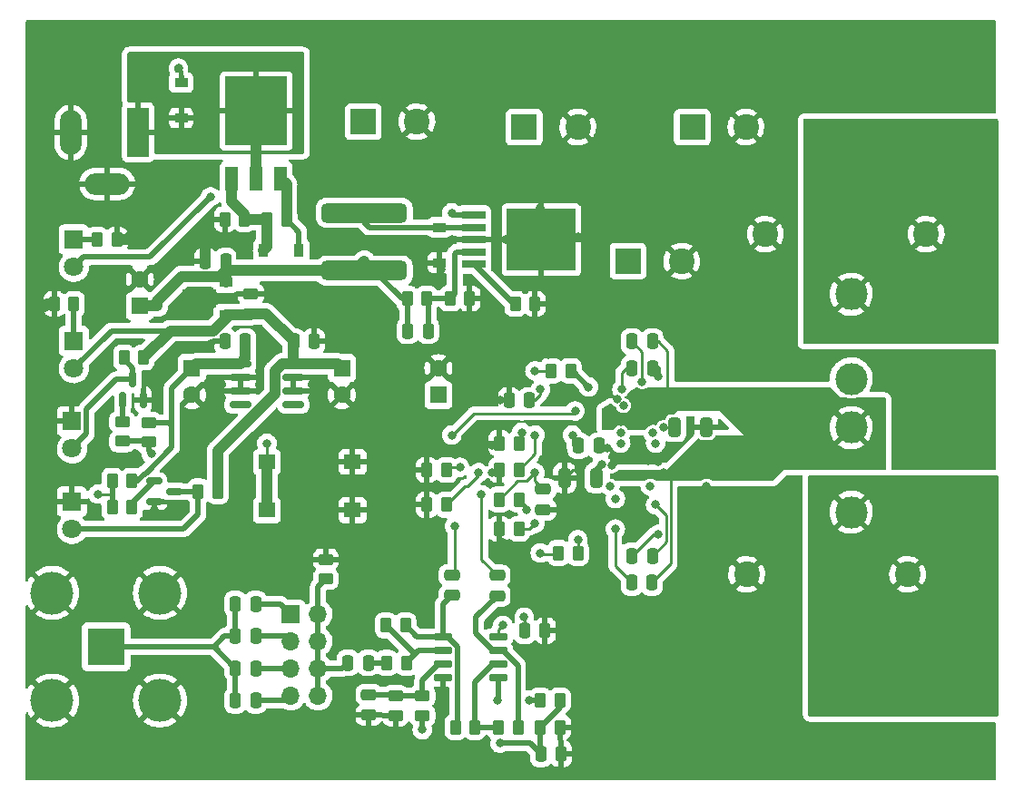
<source format=gbr>
%TF.GenerationSoftware,KiCad,Pcbnew,(6.0.0)*%
%TF.CreationDate,2022-12-17T21:28:12-05:00*%
%TF.ProjectId,TPA3255PBTL,54504133-3235-4355-9042-544c2e6b6963,rev?*%
%TF.SameCoordinates,Original*%
%TF.FileFunction,Copper,L1,Top*%
%TF.FilePolarity,Positive*%
%FSLAX46Y46*%
G04 Gerber Fmt 4.6, Leading zero omitted, Abs format (unit mm)*
G04 Created by KiCad (PCBNEW (6.0.0)) date 2022-12-17 21:28:12*
%MOMM*%
%LPD*%
G01*
G04 APERTURE LIST*
G04 Aperture macros list*
%AMRoundRect*
0 Rectangle with rounded corners*
0 $1 Rounding radius*
0 $2 $3 $4 $5 $6 $7 $8 $9 X,Y pos of 4 corners*
0 Add a 4 corners polygon primitive as box body*
4,1,4,$2,$3,$4,$5,$6,$7,$8,$9,$2,$3,0*
0 Add four circle primitives for the rounded corners*
1,1,$1+$1,$2,$3*
1,1,$1+$1,$4,$5*
1,1,$1+$1,$6,$7*
1,1,$1+$1,$8,$9*
0 Add four rect primitives between the rounded corners*
20,1,$1+$1,$2,$3,$4,$5,0*
20,1,$1+$1,$4,$5,$6,$7,0*
20,1,$1+$1,$6,$7,$8,$9,0*
20,1,$1+$1,$8,$9,$2,$3,0*%
%AMFreePoly0*
4,1,9,3.862500,-0.866500,0.737500,-0.866500,0.737500,-0.450000,-0.737500,-0.450000,-0.737500,0.450000,0.737500,0.450000,0.737500,0.866500,3.862500,0.866500,3.862500,-0.866500,3.862500,-0.866500,$1*%
G04 Aperture macros list end*
%TA.AperFunction,SMDPad,CuDef*%
%ADD10RoundRect,0.150000X-0.825000X-0.150000X0.825000X-0.150000X0.825000X0.150000X-0.825000X0.150000X0*%
%TD*%
%TA.AperFunction,SMDPad,CuDef*%
%ADD11RoundRect,0.250000X-0.325000X-0.650000X0.325000X-0.650000X0.325000X0.650000X-0.325000X0.650000X0*%
%TD*%
%TA.AperFunction,SMDPad,CuDef*%
%ADD12RoundRect,0.250000X0.450000X-0.262500X0.450000X0.262500X-0.450000X0.262500X-0.450000X-0.262500X0*%
%TD*%
%TA.AperFunction,SMDPad,CuDef*%
%ADD13RoundRect,0.250000X-0.262500X-0.450000X0.262500X-0.450000X0.262500X0.450000X-0.262500X0.450000X0*%
%TD*%
%TA.AperFunction,SMDPad,CuDef*%
%ADD14RoundRect,0.250000X-0.250000X-0.475000X0.250000X-0.475000X0.250000X0.475000X-0.250000X0.475000X0*%
%TD*%
%TA.AperFunction,SMDPad,CuDef*%
%ADD15RoundRect,0.250000X0.475000X-0.250000X0.475000X0.250000X-0.475000X0.250000X-0.475000X-0.250000X0*%
%TD*%
%TA.AperFunction,ComponentPad*%
%ADD16R,1.600000X1.600000*%
%TD*%
%TA.AperFunction,ComponentPad*%
%ADD17C,1.600000*%
%TD*%
%TA.AperFunction,SMDPad,CuDef*%
%ADD18RoundRect,0.250000X-0.450000X0.262500X-0.450000X-0.262500X0.450000X-0.262500X0.450000X0.262500X0*%
%TD*%
%TA.AperFunction,SMDPad,CuDef*%
%ADD19R,1.600000X1.400000*%
%TD*%
%TA.AperFunction,SMDPad,CuDef*%
%ADD20RoundRect,0.250000X0.250000X0.475000X-0.250000X0.475000X-0.250000X-0.475000X0.250000X-0.475000X0*%
%TD*%
%TA.AperFunction,ComponentPad*%
%ADD21C,2.400000*%
%TD*%
%TA.AperFunction,ComponentPad*%
%ADD22R,1.700000X1.700000*%
%TD*%
%TA.AperFunction,ComponentPad*%
%ADD23O,1.700000X1.700000*%
%TD*%
%TA.AperFunction,ComponentPad*%
%ADD24R,3.500000X3.500000*%
%TD*%
%TA.AperFunction,ComponentPad*%
%ADD25C,4.000000*%
%TD*%
%TA.AperFunction,SMDPad,CuDef*%
%ADD26RoundRect,0.250000X0.262500X0.450000X-0.262500X0.450000X-0.262500X-0.450000X0.262500X-0.450000X0*%
%TD*%
%TA.AperFunction,ComponentPad*%
%ADD27C,3.000000*%
%TD*%
%TA.AperFunction,SMDPad,CuDef*%
%ADD28R,1.200000X0.900000*%
%TD*%
%TA.AperFunction,SMDPad,CuDef*%
%ADD29RoundRect,0.250000X-0.475000X0.250000X-0.475000X-0.250000X0.475000X-0.250000X0.475000X0.250000X0*%
%TD*%
%TA.AperFunction,ComponentPad*%
%ADD30R,2.000000X4.600000*%
%TD*%
%TA.AperFunction,ComponentPad*%
%ADD31O,2.000000X4.200000*%
%TD*%
%TA.AperFunction,ComponentPad*%
%ADD32O,4.200000X2.000000*%
%TD*%
%TA.AperFunction,ComponentPad*%
%ADD33R,2.400000X2.400000*%
%TD*%
%TA.AperFunction,SMDPad,CuDef*%
%ADD34RoundRect,0.150000X-0.587500X-0.150000X0.587500X-0.150000X0.587500X0.150000X-0.587500X0.150000X0*%
%TD*%
%TA.AperFunction,SMDPad,CuDef*%
%ADD35RoundRect,0.150000X-0.725000X-0.150000X0.725000X-0.150000X0.725000X0.150000X-0.725000X0.150000X0*%
%TD*%
%TA.AperFunction,ComponentPad*%
%ADD36R,1.800000X1.800000*%
%TD*%
%TA.AperFunction,ComponentPad*%
%ADD37C,1.800000*%
%TD*%
%TA.AperFunction,SMDPad,CuDef*%
%ADD38RoundRect,0.450000X-3.550000X-0.450000X3.550000X-0.450000X3.550000X0.450000X-3.550000X0.450000X0*%
%TD*%
%TA.AperFunction,SMDPad,CuDef*%
%ADD39RoundRect,0.450000X3.550000X0.450000X-3.550000X0.450000X-3.550000X-0.450000X3.550000X-0.450000X0*%
%TD*%
%TA.AperFunction,SMDPad,CuDef*%
%ADD40R,2.200000X0.800000*%
%TD*%
%TA.AperFunction,SMDPad,CuDef*%
%ADD41R,6.400000X5.800000*%
%TD*%
%TA.AperFunction,SMDPad,CuDef*%
%ADD42R,1.200000X2.200000*%
%TD*%
%TA.AperFunction,SMDPad,CuDef*%
%ADD43R,5.800000X6.400000*%
%TD*%
%TA.AperFunction,SMDPad,CuDef*%
%ADD44R,1.300000X0.900000*%
%TD*%
%TA.AperFunction,SMDPad,CuDef*%
%ADD45FreePoly0,180.000000*%
%TD*%
%TA.AperFunction,SMDPad,CuDef*%
%ADD46R,0.900000X1.200000*%
%TD*%
%TA.AperFunction,SMDPad,CuDef*%
%ADD47RoundRect,0.150000X0.150000X-0.587500X0.150000X0.587500X-0.150000X0.587500X-0.150000X-0.587500X0*%
%TD*%
%TA.AperFunction,SMDPad,CuDef*%
%ADD48RoundRect,0.250000X0.325000X0.650000X-0.325000X0.650000X-0.325000X-0.650000X0.325000X-0.650000X0*%
%TD*%
%TA.AperFunction,ViaPad*%
%ADD49C,0.800000*%
%TD*%
%TA.AperFunction,Conductor*%
%ADD50C,0.500000*%
%TD*%
%TA.AperFunction,Conductor*%
%ADD51C,1.000000*%
%TD*%
%TA.AperFunction,Conductor*%
%ADD52C,0.250000*%
%TD*%
G04 APERTURE END LIST*
D10*
%TO.P,U3,1,OUT*%
%TO.N,+3V3*%
X92525000Y-76595000D03*
%TO.P,U3,2,GND*%
%TO.N,GND*%
X92525000Y-77865000D03*
%TO.P,U3,3,GND*%
X92525000Y-79135000D03*
%TO.P,U3,4,NC*%
%TO.N,unconnected-(U3-Pad4)*%
X92525000Y-80405000D03*
%TO.P,U3,5,NC*%
%TO.N,unconnected-(U3-Pad5)*%
X97475000Y-80405000D03*
%TO.P,U3,6,GND*%
%TO.N,GND*%
X97475000Y-79135000D03*
%TO.P,U3,7,GND*%
X97475000Y-77865000D03*
%TO.P,U3,8,IN*%
%TO.N,+12V*%
X97475000Y-76595000D03*
%TD*%
D11*
%TO.P,C3,1*%
%TO.N,+48V*%
X133025000Y-82500000D03*
%TO.P,C3,2*%
%TO.N,GND*%
X135975000Y-82500000D03*
%TD*%
D12*
%TO.P,R8,1*%
%TO.N,Net-(C20-Pad1)*%
X100500000Y-96672500D03*
%TO.P,R8,2*%
%TO.N,GND*%
X100500000Y-94847500D03*
%TD*%
D13*
%TO.P,R3,1*%
%TO.N,Net-(D3-Pad1)*%
X79175000Y-65000000D03*
%TO.P,R3,2*%
%TO.N,GND*%
X81000000Y-65000000D03*
%TD*%
D14*
%TO.P,C18,1*%
%TO.N,Input*%
X92050000Y-105000000D03*
%TO.P,C18,2*%
%TO.N,Net-(C18-Pad2)*%
X93950000Y-105000000D03*
%TD*%
D15*
%TO.P,C22,1*%
%TO.N,Net-(C22-Pad1)*%
X116500000Y-98250000D03*
%TO.P,C22,2*%
%TO.N,FiltInB*%
X116500000Y-96350000D03*
%TD*%
D13*
%TO.P,R30,1*%
%TO.N,GND*%
X109925000Y-89750000D03*
%TO.P,R30,2*%
%TO.N,Freq_Adj*%
X111750000Y-89750000D03*
%TD*%
D16*
%TO.P,C9,1*%
%TO.N,+15V*%
X83150000Y-71205113D03*
D17*
%TO.P,C9,2*%
%TO.N,GND*%
X83150000Y-68705113D03*
%TD*%
D14*
%TO.P,C20,1*%
%TO.N,Net-(C20-Pad1)*%
X102550000Y-104500000D03*
%TO.P,C20,2*%
%TO.N,Net-(C20-Pad2)*%
X104450000Y-104500000D03*
%TD*%
D13*
%TO.P,R19,1*%
%TO.N,Net-(C23-Pad2)*%
X112087500Y-70500000D03*
%TO.P,R19,2*%
%TO.N,GND*%
X113912500Y-70500000D03*
%TD*%
D18*
%TO.P,R20,1*%
%TO.N,Net-(C26-Pad2)*%
X107000000Y-107587500D03*
%TO.P,R20,2*%
%TO.N,GND*%
X107000000Y-109412500D03*
%TD*%
D16*
%TO.P,C11,1*%
%TO.N,+12V*%
X111000000Y-79500000D03*
D17*
%TO.P,C11,2*%
%TO.N,GND*%
X111000000Y-77000000D03*
%TD*%
D12*
%TO.P,R23,1*%
%TO.N,Fault*%
X84000000Y-83912500D03*
%TO.P,R23,2*%
%TO.N,+3V3*%
X84000000Y-82087500D03*
%TD*%
D19*
%TO.P,SW1,1,1*%
%TO.N,RST_*%
X95000000Y-85750000D03*
%TO.P,SW1,2,2*%
%TO.N,GND*%
X103000000Y-85750000D03*
%TO.P,SW1,3,3*%
%TO.N,RST_*%
X95000000Y-90250000D03*
%TO.P,SW1,4,4*%
%TO.N,GND*%
X103000000Y-90250000D03*
%TD*%
D13*
%TO.P,R29,1*%
%TO.N,GND*%
X109925000Y-86500000D03*
%TO.P,R29,2*%
%TO.N,OC_ADJ*%
X111750000Y-86500000D03*
%TD*%
D20*
%TO.P,C33,1*%
%TO.N,OUTB*%
X130925000Y-97000000D03*
%TO.P,C33,2*%
%TO.N,BST_B*%
X129025000Y-97000000D03*
%TD*%
D21*
%TO.P,C39,1*%
%TO.N,GND*%
X139750000Y-96250000D03*
%TO.P,C39,2*%
%TO.N,Load2*%
X154750000Y-96250000D03*
%TD*%
D13*
%TO.P,R28,1*%
%TO.N,Net-(D6-Pad2)*%
X88587500Y-88500000D03*
%TO.P,R28,2*%
%TO.N,+12V*%
X90412500Y-88500000D03*
%TD*%
%TO.P,R14,1*%
%TO.N,GND*%
X116675000Y-84000000D03*
%TO.P,R14,2*%
%TO.N,Net-(R14-Pad2)*%
X118500000Y-84000000D03*
%TD*%
D20*
%TO.P,C31,1*%
%TO.N,+3V3*%
X93000000Y-74500000D03*
%TO.P,C31,2*%
%TO.N,GND*%
X91100000Y-74500000D03*
%TD*%
D13*
%TO.P,R12,1*%
%TO.N,Net-(C21-Pad1)*%
X112587500Y-110500000D03*
%TO.P,R12,2*%
%TO.N,Net-(R12-Pad2)*%
X114412500Y-110500000D03*
%TD*%
D20*
%TO.P,C32,1*%
%TO.N,OUTA*%
X130950000Y-94500000D03*
%TO.P,C32,2*%
%TO.N,BST_A*%
X129050000Y-94500000D03*
%TD*%
D15*
%TO.P,C12,1*%
%TO.N,+12V*%
X93500000Y-71950000D03*
%TO.P,C12,2*%
%TO.N,GND*%
X93500000Y-70050000D03*
%TD*%
D13*
%TO.P,R11,1*%
%TO.N,Net-(C27-Pad2)*%
X120500000Y-110500000D03*
%TO.P,R11,2*%
%TO.N,GND*%
X122325000Y-110500000D03*
%TD*%
D14*
%TO.P,C23,1*%
%TO.N,+15V*%
X108137500Y-73500000D03*
%TO.P,C23,2*%
%TO.N,Net-(C23-Pad2)*%
X110037500Y-73500000D03*
%TD*%
D13*
%TO.P,R21,1*%
%TO.N,Net-(C20-Pad2)*%
X106175000Y-104500000D03*
%TO.P,R21,2*%
%TO.N,Net-(R21-Pad2)*%
X108000000Y-104500000D03*
%TD*%
D14*
%TO.P,C29,1*%
%TO.N,+12V*%
X97500000Y-74500000D03*
%TO.P,C29,2*%
%TO.N,GND*%
X99400000Y-74500000D03*
%TD*%
D22*
%TO.P,J3,1,Pin_1*%
%TO.N,Net-(C16-Pad2)*%
X97225000Y-99960000D03*
D23*
%TO.P,J3,2,Pin_2*%
%TO.N,Net-(C20-Pad1)*%
X99765000Y-99960000D03*
%TO.P,J3,3,Pin_3*%
%TO.N,Net-(C17-Pad2)*%
X97225000Y-102500000D03*
%TO.P,J3,4,Pin_4*%
%TO.N,Net-(C20-Pad1)*%
X99765000Y-102500000D03*
%TO.P,J3,5,Pin_5*%
%TO.N,Net-(C18-Pad2)*%
X97225000Y-105040000D03*
%TO.P,J3,6,Pin_6*%
%TO.N,Net-(C20-Pad1)*%
X99765000Y-105040000D03*
%TO.P,J3,7,Pin_7*%
%TO.N,Net-(C19-Pad2)*%
X97225000Y-107580000D03*
%TO.P,J3,8,Pin_8*%
%TO.N,Net-(C20-Pad1)*%
X99765000Y-107580000D03*
%TD*%
D21*
%TO.P,C38,1*%
%TO.N,Load1*%
X156500000Y-64500000D03*
%TO.P,C38,2*%
%TO.N,GND*%
X141500000Y-64500000D03*
%TD*%
D12*
%TO.P,R9,1*%
%TO.N,+12V*%
X109500000Y-109412500D03*
%TO.P,R9,2*%
%TO.N,Net-(C26-Pad2)*%
X109500000Y-107587500D03*
%TD*%
%TO.P,R24,1*%
%TO.N,Fault*%
X81500000Y-83825000D03*
%TO.P,R24,2*%
%TO.N,Net-(Q2-Pad1)*%
X81500000Y-82000000D03*
%TD*%
D24*
%TO.P,J2,1,In*%
%TO.N,Input*%
X80000000Y-103000000D03*
D25*
%TO.P,J2,2,Ext*%
%TO.N,GND*%
X74975000Y-97975000D03*
X85025000Y-97975000D03*
X74975000Y-108025000D03*
X85025000Y-108025000D03*
%TD*%
D26*
%TO.P,R5,1*%
%TO.N,Net-(D7-Pad1)*%
X77000000Y-71000000D03*
%TO.P,R5,2*%
%TO.N,GND*%
X75175000Y-71000000D03*
%TD*%
D13*
%TO.P,R6,1*%
%TO.N,+12V*%
X121500000Y-77250000D03*
%TO.P,R6,2*%
%TO.N,GVDD_CD*%
X123325000Y-77250000D03*
%TD*%
D14*
%TO.P,C15,1*%
%TO.N,+12V*%
X119050000Y-101500000D03*
%TO.P,C15,2*%
%TO.N,GND*%
X120950000Y-101500000D03*
%TD*%
D20*
%TO.P,C13,1*%
%TO.N,VBG*%
X119475000Y-80000000D03*
%TO.P,C13,2*%
%TO.N,GND*%
X117575000Y-80000000D03*
%TD*%
D27*
%TO.P,L3,1,1*%
%TO.N,OUTB*%
X149500000Y-82550000D03*
%TO.P,L3,2,2*%
%TO.N,Load2*%
X149500000Y-90450000D03*
%TD*%
D15*
%TO.P,C21,1*%
%TO.N,Net-(C21-Pad1)*%
X112250000Y-98200000D03*
%TO.P,C21,2*%
%TO.N,FiltInA*%
X112250000Y-96300000D03*
%TD*%
D13*
%TO.P,R7,1*%
%TO.N,+12V*%
X122175000Y-94250000D03*
%TO.P,R7,2*%
%TO.N,GVDD_AB*%
X124000000Y-94250000D03*
%TD*%
D16*
%TO.P,C30,1*%
%TO.N,+3V3*%
X88000000Y-77000000D03*
D17*
%TO.P,C30,2*%
%TO.N,GND*%
X88000000Y-79500000D03*
%TD*%
D20*
%TO.P,C10,1*%
%TO.N,+15V*%
X91150000Y-67000000D03*
%TO.P,C10,2*%
%TO.N,GND*%
X89250000Y-67000000D03*
%TD*%
D16*
%TO.P,C28,1*%
%TO.N,+12V*%
X102000000Y-77000000D03*
D17*
%TO.P,C28,2*%
%TO.N,GND*%
X102000000Y-79500000D03*
%TD*%
D20*
%TO.P,C34,1*%
%TO.N,OUTA*%
X130950000Y-77000000D03*
%TO.P,C34,2*%
%TO.N,BST_C*%
X129050000Y-77000000D03*
%TD*%
D13*
%TO.P,R25,1*%
%TO.N,Net-(D5-Pad2)*%
X81675000Y-76000000D03*
%TO.P,R25,2*%
%TO.N,+12V*%
X83500000Y-76000000D03*
%TD*%
D28*
%TO.P,D1,1,A1*%
%TO.N,GND*%
X87000000Y-50350000D03*
%TO.P,D1,2,A2*%
%TO.N,Power_IN*%
X87000000Y-53650000D03*
%TD*%
D14*
%TO.P,C41,1*%
%TO.N,AVDD*%
X124075000Y-84250000D03*
%TO.P,C41,2*%
%TO.N,GND*%
X125975000Y-84250000D03*
%TD*%
D29*
%TO.P,C40,1*%
%TO.N,DVDD*%
X120750000Y-88300000D03*
%TO.P,C40,2*%
%TO.N,GND*%
X120750000Y-90200000D03*
%TD*%
D20*
%TO.P,C35,1*%
%TO.N,OUTB*%
X130950000Y-74500000D03*
%TO.P,C35,2*%
%TO.N,BST_D*%
X129050000Y-74500000D03*
%TD*%
D30*
%TO.P,J1,1*%
%TO.N,Power_IN*%
X83000000Y-55000000D03*
D31*
%TO.P,J1,2*%
%TO.N,GND*%
X76700000Y-55000000D03*
D32*
%TO.P,J1,3*%
X80100000Y-59800000D03*
%TD*%
D13*
%TO.P,R22,1*%
%TO.N,Net-(R21-Pad2)*%
X106087500Y-101000000D03*
%TO.P,R22,2*%
%TO.N,Net-(C21-Pad1)*%
X107912500Y-101000000D03*
%TD*%
D33*
%TO.P,C4,1*%
%TO.N,+48V*%
X128676041Y-67000000D03*
D21*
%TO.P,C4,2*%
%TO.N,GND*%
X133676041Y-67000000D03*
%TD*%
D13*
%TO.P,R15,1*%
%TO.N,GND*%
X116675000Y-92000000D03*
%TO.P,R15,2*%
%TO.N,Net-(R15-Pad2)*%
X118500000Y-92000000D03*
%TD*%
D34*
%TO.P,Q3,1,G*%
%TO.N,Net-(Q3-Pad1)*%
X84475000Y-87550000D03*
%TO.P,Q3,2,S*%
%TO.N,GND*%
X84475000Y-89450000D03*
%TO.P,Q3,3,D*%
%TO.N,Net-(D6-Pad2)*%
X86350000Y-88500000D03*
%TD*%
D13*
%TO.P,R17,1*%
%TO.N,Net-(R17-Pad1)*%
X118175000Y-71000000D03*
%TO.P,R17,2*%
%TO.N,GND*%
X120000000Y-71000000D03*
%TD*%
D35*
%TO.P,U4,1*%
%TO.N,Net-(C21-Pad1)*%
X111425000Y-102095000D03*
%TO.P,U4,2,-*%
%TO.N,Net-(R21-Pad2)*%
X111425000Y-103365000D03*
%TO.P,U4,3,+*%
%TO.N,Net-(C26-Pad2)*%
X111425000Y-104635000D03*
%TO.P,U4,4,V-*%
%TO.N,GND*%
X111425000Y-105905000D03*
%TO.P,U4,5,+*%
%TO.N,Net-(C27-Pad2)*%
X116575000Y-105905000D03*
%TO.P,U4,6,-*%
%TO.N,Net-(R12-Pad2)*%
X116575000Y-104635000D03*
%TO.P,U4,7*%
%TO.N,Net-(C22-Pad1)*%
X116575000Y-103365000D03*
%TO.P,U4,8,V+*%
%TO.N,+12V*%
X116575000Y-102095000D03*
%TD*%
D13*
%TO.P,R16,1*%
%TO.N,DVDD*%
X116675000Y-89250000D03*
%TO.P,R16,2*%
%TO.N,Net-(R16-Pad2)*%
X118500000Y-89250000D03*
%TD*%
D28*
%TO.P,D4,1,K*%
%TO.N,Net-(D4-Pad1)*%
X111087500Y-63850000D03*
%TO.P,D4,2,A*%
%TO.N,GND*%
X111087500Y-67150000D03*
%TD*%
D33*
%TO.P,C5,1*%
%TO.N,+48V*%
X134676041Y-54500000D03*
D21*
%TO.P,C5,2*%
%TO.N,GND*%
X139676041Y-54500000D03*
%TD*%
D27*
%TO.P,L2,1,1*%
%TO.N,OUTA*%
X149500000Y-78000000D03*
%TO.P,L2,2,2*%
%TO.N,Load1*%
X149500000Y-70100000D03*
%TD*%
D14*
%TO.P,C16,1*%
%TO.N,Input*%
X92050000Y-99000000D03*
%TO.P,C16,2*%
%TO.N,Net-(C16-Pad2)*%
X93950000Y-99000000D03*
%TD*%
D36*
%TO.P,D3,1,K*%
%TO.N,Net-(D3-Pad1)*%
X77000000Y-65000000D03*
D37*
%TO.P,D3,2,A*%
%TO.N,+48V*%
X77000000Y-67540000D03*
%TD*%
D20*
%TO.P,C27,1*%
%TO.N,GND*%
X122450000Y-113000000D03*
%TO.P,C27,2*%
%TO.N,Net-(C27-Pad2)*%
X120550000Y-113000000D03*
%TD*%
D38*
%TO.P,L1,1,1*%
%TO.N,Net-(D4-Pad1)*%
X104087500Y-62500000D03*
D39*
%TO.P,L1,2,2*%
%TO.N,+15V*%
X104087500Y-67900000D03*
%TD*%
D26*
%TO.P,R2,1*%
%TO.N,Net-(D2-Pad2)*%
X92912500Y-63100000D03*
%TO.P,R2,2*%
%TO.N,GND*%
X91087500Y-63100000D03*
%TD*%
D15*
%TO.P,C26,1*%
%TO.N,GND*%
X104500000Y-109362500D03*
%TO.P,C26,2*%
%TO.N,Net-(C26-Pad2)*%
X104500000Y-107462500D03*
%TD*%
D13*
%TO.P,R4,1*%
%TO.N,GND*%
X116675000Y-86500000D03*
%TO.P,R4,2*%
%TO.N,Net-(R4-Pad2)*%
X118500000Y-86500000D03*
%TD*%
%TO.P,R10,1*%
%TO.N,+12V*%
X120500000Y-108000000D03*
%TO.P,R10,2*%
%TO.N,Net-(C27-Pad2)*%
X122325000Y-108000000D03*
%TD*%
D36*
%TO.P,D6,1,K*%
%TO.N,GND*%
X76825000Y-89460000D03*
D37*
%TO.P,D6,2,A*%
%TO.N,Net-(D6-Pad2)*%
X76825000Y-92000000D03*
%TD*%
D26*
%TO.P,R1,1*%
%TO.N,+48V*%
X96825000Y-63100000D03*
%TO.P,R1,2*%
%TO.N,Net-(D2-Pad2)*%
X95000000Y-63100000D03*
%TD*%
D40*
%TO.P,U5,1,Vin*%
%TO.N,+48V*%
X114300000Y-62720000D03*
%TO.P,U5,2,SW*%
%TO.N,Net-(D4-Pad1)*%
X114300000Y-63860000D03*
%TO.P,U5,3,GND*%
%TO.N,GND*%
X114300000Y-65000000D03*
%TO.P,U5,4,FB*%
%TO.N,Net-(C23-Pad2)*%
X114300000Y-66140000D03*
%TO.P,U5,5,EN*%
%TO.N,Net-(R17-Pad1)*%
X114300000Y-67280000D03*
D41*
%TO.P,U5,6,TAB_GND*%
%TO.N,GND*%
X120600000Y-65000000D03*
%TD*%
D42*
%TO.P,Q1,1,G*%
%TO.N,Net-(D2-Pad2)*%
X91720000Y-59300000D03*
%TO.P,Q1,2,D*%
%TO.N,Power_IN*%
X94000000Y-59300000D03*
%TO.P,Q1,3,S*%
%TO.N,+48V*%
X96280000Y-59300000D03*
D43*
%TO.P,Q1,4,D*%
%TO.N,Power_IN*%
X94000000Y-53000000D03*
%TD*%
D13*
%TO.P,R18,1*%
%TO.N,+15V*%
X108087500Y-70500000D03*
%TO.P,R18,2*%
%TO.N,Net-(C23-Pad2)*%
X109912500Y-70500000D03*
%TD*%
D14*
%TO.P,C19,1*%
%TO.N,Input*%
X92050000Y-108000000D03*
%TO.P,C19,2*%
%TO.N,Net-(C19-Pad2)*%
X93950000Y-108000000D03*
%TD*%
D13*
%TO.P,R26,1*%
%TO.N,CLIP_OTW*%
X80587500Y-87500000D03*
%TO.P,R26,2*%
%TO.N,+3V3*%
X82412500Y-87500000D03*
%TD*%
D36*
%TO.P,D7,1,K*%
%TO.N,Net-(D7-Pad1)*%
X77000000Y-74460000D03*
D37*
%TO.P,D7,2,A*%
%TO.N,+12V*%
X77000000Y-77000000D03*
%TD*%
D44*
%TO.P,U2,1,OUT*%
%TO.N,+12V*%
X91150000Y-72000000D03*
D45*
%TO.P,U2,2,GND*%
%TO.N,GND*%
X91062500Y-70500000D03*
D44*
%TO.P,U2,3,IN*%
%TO.N,+15V*%
X91150000Y-69000000D03*
%TD*%
D46*
%TO.P,D2,1,K*%
%TO.N,+48V*%
X98000000Y-66000000D03*
%TO.P,D2,2,A*%
%TO.N,Net-(D2-Pad2)*%
X94700000Y-66000000D03*
%TD*%
D13*
%TO.P,R27,1*%
%TO.N,CLIP_OTW*%
X80587500Y-90000000D03*
%TO.P,R27,2*%
%TO.N,Net-(Q3-Pad1)*%
X82412500Y-90000000D03*
%TD*%
D33*
%TO.P,C2,1*%
%TO.N,+48V*%
X119000000Y-54500000D03*
D21*
%TO.P,C2,2*%
%TO.N,GND*%
X124000000Y-54500000D03*
%TD*%
D13*
%TO.P,R13,1*%
%TO.N,Net-(R12-Pad2)*%
X116587500Y-110500000D03*
%TO.P,R13,2*%
%TO.N,Net-(C22-Pad1)*%
X118412500Y-110500000D03*
%TD*%
D47*
%TO.P,Q2,1,G*%
%TO.N,Net-(Q2-Pad1)*%
X81550000Y-79937500D03*
%TO.P,Q2,2,S*%
%TO.N,GND*%
X83450000Y-79937500D03*
%TO.P,Q2,3,D*%
%TO.N,Net-(D5-Pad2)*%
X82500000Y-78062500D03*
%TD*%
D36*
%TO.P,D5,1,K*%
%TO.N,GND*%
X76825000Y-81960000D03*
D37*
%TO.P,D5,2,A*%
%TO.N,Net-(D5-Pad2)*%
X76825000Y-84500000D03*
%TD*%
D48*
%TO.P,C8,1*%
%TO.N,+48V*%
X125725000Y-87250000D03*
%TO.P,C8,2*%
%TO.N,GND*%
X122775000Y-87250000D03*
%TD*%
D14*
%TO.P,C17,1*%
%TO.N,Input*%
X92050000Y-102000000D03*
%TO.P,C17,2*%
%TO.N,Net-(C17-Pad2)*%
X93950000Y-102000000D03*
%TD*%
D33*
%TO.P,C1,1*%
%TO.N,+48V*%
X104000000Y-54000000D03*
D21*
%TO.P,C1,2*%
%TO.N,GND*%
X109000000Y-54000000D03*
%TD*%
D49*
%TO.N,GND*%
X124000000Y-86500000D03*
X117000000Y-93250000D03*
X111250000Y-67750000D03*
X82250000Y-64750000D03*
X127682063Y-79890557D03*
X89250000Y-65750000D03*
X128000000Y-85500000D03*
X130573145Y-85627847D03*
X74250000Y-71250000D03*
X86750000Y-49000000D03*
X84500000Y-90250000D03*
X127199831Y-86100500D03*
X120500000Y-62000000D03*
X128000000Y-90500000D03*
X128250000Y-80500000D03*
X121250000Y-75750000D03*
X116750000Y-80000000D03*
X126750000Y-84500000D03*
X86750000Y-71250000D03*
X116000000Y-84250000D03*
X124750000Y-85750000D03*
X117250000Y-65000000D03*
X124000000Y-64750000D03*
X127000000Y-90750000D03*
X112250000Y-65000000D03*
X131500000Y-85750000D03*
X120750000Y-85465500D03*
X89750000Y-74750000D03*
X136000000Y-88000000D03*
X130750000Y-91250000D03*
X123500000Y-90000000D03*
X116000000Y-86750000D03*
%TO.N,+48V*%
X89750000Y-61000000D03*
X96825000Y-60825000D03*
X128000000Y-83000000D03*
X112250000Y-62500000D03*
X131000000Y-83000000D03*
X128000000Y-84000000D03*
X126205877Y-85995331D03*
X131250000Y-84000000D03*
X127000000Y-88000000D03*
X132000000Y-82500000D03*
X127500000Y-89174500D03*
X130750000Y-88000000D03*
%TO.N,+12V*%
X109500000Y-110750000D03*
X119500000Y-108000000D03*
X120500000Y-94250000D03*
X120000000Y-77250000D03*
X119000000Y-100250000D03*
X117000000Y-101000000D03*
%TO.N,FiltInA*%
X112500000Y-91750000D03*
%TO.N,FiltInB*%
X115000000Y-88800989D03*
%TO.N,Net-(C27-Pad2)*%
X116500000Y-108000000D03*
X116750000Y-112000000D03*
%TO.N,Net-(R4-Pad2)*%
X120000000Y-83250000D03*
%TO.N,Net-(R14-Pad2)*%
X118750000Y-83000000D03*
%TO.N,Net-(R15-Pad2)*%
X120000000Y-91500000D03*
%TO.N,DVDD*%
X120000000Y-86750000D03*
%TO.N,Net-(R16-Pad2)*%
X119250000Y-90250000D03*
%TO.N,OC_ADJ*%
X113000000Y-86250000D03*
%TO.N,Freq_Adj*%
X114750000Y-86750000D03*
%TO.N,RST_*%
X95000000Y-84000000D03*
%TO.N,Fault*%
X84250000Y-85000000D03*
%TO.N,CLIP_OTW*%
X123750000Y-81000000D03*
X79250000Y-88750000D03*
X112250000Y-83250000D03*
%TO.N,BST_D*%
X130000000Y-78250000D03*
%TO.N,BST_C*%
X128117020Y-78990658D03*
%TO.N,BST_B*%
X127500000Y-92000000D03*
%TO.N,BST_A*%
X131500000Y-92500000D03*
%TO.N,VBG*%
X120500000Y-79000000D03*
%TO.N,GVDD_CD*%
X125000000Y-78750000D03*
%TO.N,GVDD_AB*%
X124000000Y-93000000D03*
%TO.N,OUTB*%
X128000000Y-86914500D03*
X132000000Y-86750000D03*
X127000000Y-81750000D03*
X130829500Y-81535972D03*
X128000000Y-82000497D03*
X131000000Y-86914500D03*
X131750000Y-81500000D03*
%TO.N,OUTA*%
X131250000Y-89750000D03*
X131500000Y-77750000D03*
%TO.N,AVDD*%
X123500000Y-83250000D03*
%TD*%
D50*
%TO.N,GND*%
X87500000Y-70500000D02*
X86750000Y-71250000D01*
D51*
X89250000Y-67000000D02*
X89250000Y-65750000D01*
D52*
X120750000Y-90200000D02*
X123300000Y-90200000D01*
D51*
X75175000Y-71000000D02*
X74500000Y-71000000D01*
D52*
X126500000Y-84250000D02*
X126750000Y-84500000D01*
X116675000Y-92925000D02*
X117000000Y-93250000D01*
D50*
X120600000Y-65000000D02*
X123750000Y-65000000D01*
X111087500Y-67587500D02*
X111250000Y-67750000D01*
X120600000Y-65000000D02*
X117250000Y-65000000D01*
D52*
X84475000Y-89450000D02*
X84475000Y-90225000D01*
D50*
X120600000Y-65000000D02*
X120600000Y-62100000D01*
X120600000Y-62100000D02*
X120500000Y-62000000D01*
D52*
X116675000Y-84000000D02*
X116250000Y-84000000D01*
D50*
X90000000Y-74500000D02*
X89750000Y-74750000D01*
D52*
X84475000Y-90225000D02*
X84500000Y-90250000D01*
X116675000Y-86500000D02*
X116250000Y-86500000D01*
D50*
X91100000Y-74500000D02*
X90000000Y-74500000D01*
D52*
X87000000Y-50350000D02*
X87000000Y-49250000D01*
X116250000Y-84000000D02*
X116000000Y-84250000D01*
X123300000Y-90200000D02*
X123500000Y-90000000D01*
X123525000Y-86500000D02*
X122775000Y-87250000D01*
D51*
X74500000Y-71000000D02*
X74250000Y-71250000D01*
D52*
X116250000Y-86500000D02*
X116000000Y-86750000D01*
D51*
X82000000Y-65000000D02*
X82250000Y-64750000D01*
D52*
X87000000Y-49250000D02*
X86750000Y-49000000D01*
D50*
X111087500Y-67150000D02*
X111087500Y-67587500D01*
X123750000Y-65000000D02*
X124000000Y-64750000D01*
D52*
X124000000Y-86500000D02*
X123525000Y-86500000D01*
X116750000Y-80000000D02*
X117050000Y-80000000D01*
D50*
X114300000Y-65000000D02*
X112250000Y-65000000D01*
D52*
X116675000Y-92000000D02*
X116675000Y-92925000D01*
D50*
X91062500Y-70500000D02*
X87500000Y-70500000D01*
D51*
X81000000Y-65000000D02*
X82000000Y-65000000D01*
D50*
%TO.N,+48V*%
X77000000Y-67540000D02*
X77900000Y-66640000D01*
X125725000Y-86476208D02*
X125725000Y-87250000D01*
X112470000Y-62720000D02*
X112250000Y-62500000D01*
D52*
X133025000Y-82500000D02*
X132000000Y-82500000D01*
D51*
X96825000Y-63100000D02*
X96825000Y-60825000D01*
X96825000Y-59845000D02*
X96280000Y-59300000D01*
D50*
X98000000Y-64275000D02*
X96825000Y-63100000D01*
X98000000Y-66000000D02*
X98000000Y-64275000D01*
X114300000Y-62720000D02*
X112470000Y-62720000D01*
X126205877Y-85995331D02*
X125725000Y-86476208D01*
X84110000Y-66640000D02*
X89750000Y-61000000D01*
D51*
X96825000Y-60825000D02*
X96825000Y-59845000D01*
D50*
X77900000Y-66640000D02*
X84110000Y-66640000D01*
D51*
%TO.N,Net-(D2-Pad2)*%
X92912500Y-62592500D02*
X92912500Y-63100000D01*
X95000000Y-63100000D02*
X92912500Y-63100000D01*
X91720000Y-61400000D02*
X92912500Y-62592500D01*
X91720000Y-59300000D02*
X91720000Y-61400000D01*
X95000000Y-65700000D02*
X94700000Y-66000000D01*
X95000000Y-63100000D02*
X95000000Y-65700000D01*
D50*
%TO.N,Net-(D3-Pad1)*%
X77000000Y-65000000D02*
X79175000Y-65000000D01*
%TO.N,Net-(D4-Pad1)*%
X111087500Y-63850000D02*
X104537500Y-63850000D01*
X111097500Y-63860000D02*
X111087500Y-63850000D01*
X104537500Y-63850000D02*
X104087500Y-63400000D01*
X114300000Y-63860000D02*
X111097500Y-63860000D01*
D51*
%TO.N,+12V*%
X97475000Y-76595000D02*
X101595000Y-76595000D01*
D52*
X116575000Y-102095000D02*
X116575000Y-101425000D01*
D51*
X83500000Y-76000000D02*
X86000000Y-73500000D01*
X90412500Y-88500000D02*
X90412500Y-84693902D01*
D50*
X120500000Y-108000000D02*
X119500000Y-108000000D01*
D51*
X93450000Y-72000000D02*
X93500000Y-71950000D01*
D52*
X119050000Y-100300000D02*
X119000000Y-100250000D01*
D51*
X97475000Y-76595000D02*
X97475000Y-74525000D01*
X93500000Y-71950000D02*
X94950000Y-71950000D01*
D50*
X77000000Y-77000000D02*
X80500000Y-73500000D01*
D51*
X91500000Y-72000000D02*
X92000000Y-72000000D01*
X96405000Y-76595000D02*
X97475000Y-76595000D01*
X101595000Y-76595000D02*
X102000000Y-77000000D01*
D52*
X120000000Y-77250000D02*
X121500000Y-77250000D01*
D51*
X97475000Y-74525000D02*
X97500000Y-74500000D01*
D52*
X116575000Y-101425000D02*
X117000000Y-101000000D01*
X121955000Y-94372500D02*
X120622500Y-94372500D01*
D51*
X92000000Y-72000000D02*
X93450000Y-72000000D01*
X90000000Y-73500000D02*
X91500000Y-72000000D01*
X90412500Y-84693902D02*
X95750000Y-79356402D01*
D50*
X109500000Y-109412500D02*
X109500000Y-110750000D01*
D51*
X95750000Y-79356402D02*
X95750000Y-77250000D01*
X86000000Y-73500000D02*
X90000000Y-73500000D01*
D50*
X80500000Y-73500000D02*
X86000000Y-73500000D01*
D52*
X119050000Y-101500000D02*
X119050000Y-100300000D01*
D51*
X94950000Y-71950000D02*
X97500000Y-74500000D01*
X95750000Y-77250000D02*
X96405000Y-76595000D01*
X91150000Y-72000000D02*
X92000000Y-72000000D01*
D52*
X120622500Y-94372500D02*
X120500000Y-94250000D01*
D50*
%TO.N,Net-(D7-Pad1)*%
X77000000Y-74460000D02*
X77000000Y-71000000D01*
%TO.N,Input*%
X92050000Y-108000000D02*
X92050000Y-105000000D01*
X90050000Y-103000000D02*
X92050000Y-105000000D01*
X92050000Y-102000000D02*
X91050000Y-102000000D01*
X80000000Y-103000000D02*
X90050000Y-103000000D01*
X92050000Y-102000000D02*
X92050000Y-99000000D01*
X91050000Y-102000000D02*
X90050000Y-103000000D01*
%TO.N,Net-(C16-Pad2)*%
X93950000Y-99000000D02*
X96265000Y-99000000D01*
X96265000Y-99000000D02*
X97225000Y-99960000D01*
%TO.N,Net-(C17-Pad2)*%
X96725000Y-102000000D02*
X97225000Y-102500000D01*
X93950000Y-102000000D02*
X96725000Y-102000000D01*
%TO.N,Net-(C18-Pad2)*%
X93950000Y-105000000D02*
X97185000Y-105000000D01*
X97185000Y-105000000D02*
X97225000Y-105040000D01*
%TO.N,Net-(C19-Pad2)*%
X93950000Y-108000000D02*
X96805000Y-108000000D01*
X96805000Y-108000000D02*
X97225000Y-107580000D01*
%TO.N,Net-(C20-Pad1)*%
X99765000Y-105040000D02*
X102010000Y-105040000D01*
X99765000Y-105040000D02*
X99765000Y-107580000D01*
X99765000Y-99960000D02*
X99765000Y-102500000D01*
X99765000Y-102500000D02*
X99765000Y-105040000D01*
X99765000Y-99960000D02*
X99765000Y-97407500D01*
X99765000Y-97407500D02*
X100500000Y-96672500D01*
X102010000Y-105040000D02*
X102550000Y-104500000D01*
%TO.N,Net-(C20-Pad2)*%
X104450000Y-104500000D02*
X106175000Y-104500000D01*
%TO.N,Net-(C21-Pad1)*%
X111425000Y-102095000D02*
X109007500Y-102095000D01*
X112749520Y-102966671D02*
X112749520Y-110337980D01*
X111425000Y-102095000D02*
X111877849Y-102095000D01*
X111877849Y-102095000D02*
X112749520Y-102966671D01*
X111425000Y-102095000D02*
X111425000Y-99025000D01*
X111425000Y-99025000D02*
X112250000Y-98200000D01*
X109007500Y-102095000D02*
X107912500Y-101000000D01*
X112749520Y-110337980D02*
X112587500Y-110500000D01*
D52*
%TO.N,FiltInA*%
X112500000Y-91750000D02*
X112500000Y-96050000D01*
X112500000Y-96050000D02*
X112250000Y-96300000D01*
D50*
%TO.N,Net-(C22-Pad1)*%
X118412500Y-104749651D02*
X117027849Y-103365000D01*
X117027849Y-103365000D02*
X116575000Y-103365000D01*
X116122151Y-103365000D02*
X114500000Y-101742849D01*
X118412500Y-110500000D02*
X118412500Y-104749651D01*
X114500000Y-101742849D02*
X114500000Y-100250000D01*
X114500000Y-100250000D02*
X116500000Y-98250000D01*
X116575000Y-103365000D02*
X116122151Y-103365000D01*
D52*
%TO.N,FiltInB*%
X115000000Y-88800989D02*
X115000000Y-94850000D01*
X115000000Y-94850000D02*
X116500000Y-96350000D01*
D50*
%TO.N,Net-(C27-Pad2)*%
X119550000Y-112000000D02*
X120550000Y-113000000D01*
X116575000Y-105905000D02*
X116575000Y-107925000D01*
X116575000Y-107925000D02*
X116500000Y-108000000D01*
X122325000Y-108000000D02*
X122325000Y-108675000D01*
X120500000Y-112950000D02*
X120550000Y-113000000D01*
X122325000Y-108675000D02*
X120500000Y-110500000D01*
X120500000Y-110500000D02*
X120500000Y-112950000D01*
X116750000Y-112000000D02*
X119550000Y-112000000D01*
%TO.N,Net-(R12-Pad2)*%
X114412500Y-106344651D02*
X114412500Y-110500000D01*
X114412500Y-110500000D02*
X116587500Y-110500000D01*
X116122151Y-104635000D02*
X114412500Y-106344651D01*
X116575000Y-104635000D02*
X116122151Y-104635000D01*
D51*
%TO.N,+15V*%
X84794887Y-70705113D02*
X84794887Y-71205113D01*
X91150000Y-69000000D02*
X91150000Y-67900000D01*
D50*
X108137500Y-73500000D02*
X108087500Y-73450000D01*
D51*
X91150000Y-67900000D02*
X91150000Y-67000000D01*
X90625480Y-68424520D02*
X87075480Y-68424520D01*
X104087500Y-67000000D02*
X103187500Y-67900000D01*
D50*
X108087500Y-73450000D02*
X108087500Y-70500000D01*
D51*
X87075480Y-68424520D02*
X84794887Y-70705113D01*
D50*
X107587500Y-70500000D02*
X104087500Y-67000000D01*
D51*
X84794887Y-71205113D02*
X83150000Y-71205113D01*
X103187500Y-67900000D02*
X91150000Y-67900000D01*
X91150000Y-67900000D02*
X90625480Y-68424520D01*
D50*
X108087500Y-70500000D02*
X107587500Y-70500000D01*
%TO.N,Net-(C23-Pad2)*%
X110037500Y-70625000D02*
X109912500Y-70500000D01*
X114300000Y-66140000D02*
X112700000Y-66140000D01*
X112087500Y-70500000D02*
X109912500Y-70500000D01*
X110037500Y-73500000D02*
X110037500Y-70625000D01*
X112700000Y-66140000D02*
X112500000Y-66340000D01*
X112500000Y-70087500D02*
X112087500Y-70500000D01*
X112500000Y-66340000D02*
X112500000Y-70087500D01*
D52*
%TO.N,Net-(R4-Pad2)*%
X120000000Y-83250000D02*
X120000000Y-85000000D01*
X120000000Y-85000000D02*
X118500000Y-86500000D01*
%TO.N,Net-(R14-Pad2)*%
X118750000Y-83750000D02*
X118500000Y-84000000D01*
X118750000Y-83000000D02*
X118750000Y-83750000D01*
%TO.N,Net-(R15-Pad2)*%
X119500000Y-92000000D02*
X120000000Y-91500000D01*
X118500000Y-92000000D02*
X119500000Y-92000000D01*
%TO.N,DVDD*%
X120000000Y-86750000D02*
X119225480Y-87524520D01*
X120000000Y-87550000D02*
X120750000Y-88300000D01*
X120000000Y-86750000D02*
X120000000Y-87550000D01*
X119225480Y-87524520D02*
X118400480Y-87524520D01*
X118400480Y-87524520D02*
X116675000Y-89250000D01*
%TO.N,Net-(R16-Pad2)*%
X119250000Y-90250000D02*
X119250000Y-90000000D01*
X119250000Y-90000000D02*
X118500000Y-89250000D01*
D50*
%TO.N,Net-(R17-Pad1)*%
X118175000Y-71000000D02*
X118020000Y-71000000D01*
X118020000Y-71000000D02*
X114300000Y-67280000D01*
D52*
%TO.N,OC_ADJ*%
X112000000Y-86250000D02*
X111750000Y-86500000D01*
X113000000Y-86250000D02*
X112000000Y-86250000D01*
%TO.N,Freq_Adj*%
X114750000Y-87000000D02*
X113750000Y-88000000D01*
X111750000Y-89750000D02*
X113500000Y-88000000D01*
X114750000Y-86750000D02*
X114750000Y-87000000D01*
X113500000Y-88000000D02*
X113750000Y-88000000D01*
D51*
%TO.N,RST_*%
X95000000Y-85750000D02*
X95000000Y-90250000D01*
D52*
X95000000Y-84000000D02*
X95000000Y-85750000D01*
D50*
%TO.N,Fault*%
X81500000Y-83825000D02*
X83912500Y-83825000D01*
X83912500Y-83825000D02*
X84000000Y-83912500D01*
X84000000Y-83912500D02*
X84000000Y-84750000D01*
X84000000Y-84750000D02*
X84250000Y-85000000D01*
D52*
%TO.N,CLIP_OTW*%
X79250000Y-88750000D02*
X80425000Y-88750000D01*
X123525480Y-81224520D02*
X123750000Y-81000000D01*
X114275480Y-81224520D02*
X112250000Y-83250000D01*
D50*
X80587500Y-88587500D02*
X80587500Y-87500000D01*
D52*
X123199980Y-81224520D02*
X114275480Y-81224520D01*
D50*
X80587500Y-90000000D02*
X80587500Y-88587500D01*
D52*
X80425000Y-88750000D02*
X80587500Y-88587500D01*
X123199980Y-81224520D02*
X123525480Y-81224520D01*
%TO.N,BST_D*%
X130000000Y-75450000D02*
X129050000Y-74500000D01*
X130000000Y-78250000D02*
X130000000Y-75450000D01*
%TO.N,BST_C*%
X128117020Y-78990658D02*
X128117020Y-77407980D01*
X128117020Y-77407980D02*
X128525000Y-77000000D01*
%TO.N,BST_B*%
X127500000Y-95475000D02*
X127500000Y-92000000D01*
X129025000Y-97000000D02*
X127500000Y-95475000D01*
%TO.N,BST_A*%
X131050000Y-92500000D02*
X131500000Y-92500000D01*
X129050000Y-94500000D02*
X131050000Y-92500000D01*
%TO.N,VBG*%
X120500000Y-79500000D02*
X120000000Y-80000000D01*
X120500000Y-79000000D02*
X120500000Y-79500000D01*
D50*
%TO.N,GVDD_CD*%
X123500000Y-77250000D02*
X125000000Y-78750000D01*
X123325000Y-77250000D02*
X123500000Y-77250000D01*
D52*
%TO.N,GVDD_AB*%
X124000000Y-94250000D02*
X124000000Y-93000000D01*
D50*
%TO.N,Net-(C26-Pad2)*%
X110972151Y-104635000D02*
X111425000Y-104635000D01*
X109500000Y-106107151D02*
X110972151Y-104635000D01*
X109500000Y-107587500D02*
X109500000Y-106107151D01*
X107000000Y-107587500D02*
X109500000Y-107587500D01*
X106875000Y-107462500D02*
X107000000Y-107587500D01*
X104500000Y-107462500D02*
X106875000Y-107462500D01*
%TO.N,Net-(R21-Pad2)*%
X109135000Y-103365000D02*
X111425000Y-103365000D01*
X106087500Y-101000000D02*
X108625000Y-103537500D01*
X108000000Y-104500000D02*
X108625000Y-103875000D01*
X108625000Y-103875000D02*
X109135000Y-103365000D01*
X108625000Y-103537500D02*
X108625000Y-103875000D01*
%TO.N,Net-(D5-Pad2)*%
X78174511Y-83150489D02*
X78174511Y-80825489D01*
X78174511Y-80825489D02*
X80937500Y-78062500D01*
X81675000Y-76175000D02*
X82500000Y-77000000D01*
X76825000Y-84500000D02*
X78174511Y-83150489D01*
X80937500Y-78062500D02*
X82500000Y-78062500D01*
X82500000Y-77000000D02*
X82500000Y-78062500D01*
X81675000Y-76000000D02*
X81675000Y-76175000D01*
%TO.N,Net-(Q2-Pad1)*%
X81500000Y-82000000D02*
X81500000Y-79987500D01*
X81500000Y-79987500D02*
X81550000Y-79937500D01*
%TO.N,+3V3*%
X82412500Y-87500000D02*
X83000000Y-87500000D01*
X86125000Y-82375000D02*
X86125000Y-78875000D01*
X86125000Y-78875000D02*
X88000000Y-77000000D01*
X86125000Y-82375000D02*
X85837500Y-82087500D01*
X86125000Y-84375000D02*
X86125000Y-82375000D01*
D51*
X88405000Y-76595000D02*
X88000000Y-77000000D01*
X93000000Y-74500000D02*
X93000000Y-76120000D01*
D50*
X83699520Y-86800480D02*
X86125000Y-84375000D01*
D51*
X93000000Y-76120000D02*
X92525000Y-76595000D01*
X92525000Y-76595000D02*
X88405000Y-76595000D01*
D50*
X83000000Y-87439651D02*
X83639171Y-86800480D01*
X85837500Y-82087500D02*
X84000000Y-82087500D01*
X83639171Y-86800480D02*
X83699520Y-86800480D01*
X83000000Y-87500000D02*
X83000000Y-87439651D01*
%TO.N,Net-(D6-Pad2)*%
X76825000Y-92000000D02*
X87250000Y-92000000D01*
X88587500Y-90662500D02*
X88587500Y-88500000D01*
X86350000Y-88500000D02*
X88587500Y-88500000D01*
X87250000Y-92000000D02*
X88587500Y-90662500D01*
%TO.N,Net-(Q3-Pad1)*%
X82412500Y-90000000D02*
X82412500Y-89612500D01*
X82412500Y-89612500D02*
X84475000Y-87550000D01*
D52*
%TO.N,OUTB*%
X132674031Y-87424031D02*
X132000000Y-86750000D01*
X132674031Y-95250969D02*
X132674031Y-87424031D01*
X132374520Y-80875480D02*
X131750000Y-81500000D01*
X130925000Y-97000000D02*
X132674031Y-95250969D01*
X132374520Y-75399520D02*
X132374520Y-80875480D01*
X131475000Y-74500000D02*
X132374520Y-75399520D01*
D50*
%TO.N,OUTA*%
X131475000Y-77000000D02*
X131475000Y-77725000D01*
D52*
X132224511Y-93225489D02*
X132224511Y-90724511D01*
X130950000Y-94500000D02*
X132224511Y-93225489D01*
X132224511Y-90724511D02*
X131250000Y-89750000D01*
D50*
X131475000Y-77725000D02*
X131500000Y-77750000D01*
D51*
%TO.N,Power_IN*%
X94000000Y-59300000D02*
X94000000Y-53000000D01*
D52*
%TO.N,AVDD*%
X123550000Y-83300000D02*
X123500000Y-83250000D01*
X123550000Y-84250000D02*
X123550000Y-83300000D01*
%TD*%
%TA.AperFunction,Conductor*%
%TO.N,OUTB*%
G36*
X149075800Y-79752211D02*
G01*
X149197491Y-79775315D01*
X149295606Y-79793943D01*
X149422616Y-79798933D01*
X149558345Y-79804266D01*
X149558350Y-79804266D01*
X149563013Y-79804449D01*
X149658943Y-79793943D01*
X149824382Y-79775825D01*
X149824387Y-79775824D01*
X149829035Y-79775315D01*
X149849215Y-79770002D01*
X149909418Y-79754152D01*
X149941498Y-79750000D01*
X152624000Y-79750000D01*
X152692121Y-79770002D01*
X152738614Y-79823658D01*
X152750000Y-79876000D01*
X152750000Y-86374000D01*
X152729998Y-86442121D01*
X152676342Y-86488614D01*
X152624000Y-86500000D01*
X143250000Y-86500000D01*
X142286905Y-87463095D01*
X142224593Y-87497121D01*
X142197810Y-87500000D01*
X136539870Y-87500000D01*
X136471749Y-87479998D01*
X136456060Y-87468084D01*
X136402721Y-87420560D01*
X136252881Y-87341224D01*
X136088441Y-87299919D01*
X136080843Y-87299879D01*
X136080841Y-87299879D01*
X136003668Y-87299475D01*
X135918895Y-87299031D01*
X135911508Y-87300805D01*
X135911504Y-87300805D01*
X135768162Y-87335220D01*
X135754032Y-87338612D01*
X135747288Y-87342093D01*
X135747285Y-87342094D01*
X135742089Y-87344776D01*
X135603369Y-87416375D01*
X135597647Y-87421367D01*
X135597645Y-87421368D01*
X135543102Y-87468949D01*
X135478620Y-87498657D01*
X135460273Y-87500000D01*
X131289870Y-87500000D01*
X131221749Y-87479998D01*
X131206060Y-87468084D01*
X131152721Y-87420560D01*
X131002881Y-87341224D01*
X130838441Y-87299919D01*
X130830843Y-87299879D01*
X130830841Y-87299879D01*
X130753668Y-87299475D01*
X130668895Y-87299031D01*
X130661508Y-87300805D01*
X130661504Y-87300805D01*
X130518162Y-87335220D01*
X130504032Y-87338612D01*
X130497288Y-87342093D01*
X130497285Y-87342094D01*
X130492089Y-87344776D01*
X130353369Y-87416375D01*
X130347647Y-87421367D01*
X130347645Y-87421368D01*
X130293102Y-87468949D01*
X130228620Y-87498657D01*
X130210273Y-87500000D01*
X127539870Y-87500000D01*
X127471749Y-87479998D01*
X127456060Y-87468084D01*
X127402721Y-87420560D01*
X127252881Y-87341224D01*
X127095304Y-87301643D01*
X127034109Y-87265648D01*
X127002088Y-87202282D01*
X127000000Y-87179439D01*
X127000000Y-86925976D01*
X127020002Y-86857855D01*
X127073658Y-86811362D01*
X127127979Y-86799992D01*
X127265992Y-86802160D01*
X127265995Y-86802160D01*
X127273591Y-86802279D01*
X127280996Y-86800583D01*
X127280997Y-86800583D01*
X127341417Y-86786745D01*
X127438860Y-86764428D01*
X127590329Y-86688247D01*
X127669544Y-86620590D01*
X127713482Y-86583064D01*
X127713483Y-86583063D01*
X127719254Y-86578134D01*
X127724724Y-86570522D01*
X127737694Y-86552473D01*
X127793689Y-86508826D01*
X127840016Y-86500000D01*
X132250000Y-86500000D01*
X134610346Y-84139654D01*
X148275618Y-84139654D01*
X148282673Y-84149627D01*
X148313679Y-84175551D01*
X148320598Y-84180579D01*
X148545272Y-84321515D01*
X148552807Y-84325556D01*
X148794520Y-84434694D01*
X148802551Y-84437680D01*
X149056832Y-84513002D01*
X149065184Y-84514869D01*
X149327340Y-84554984D01*
X149335874Y-84555700D01*
X149601045Y-84559867D01*
X149609596Y-84559418D01*
X149872883Y-84527557D01*
X149881284Y-84525955D01*
X150137824Y-84458653D01*
X150145926Y-84455926D01*
X150390949Y-84354434D01*
X150398617Y-84350628D01*
X150627598Y-84216822D01*
X150634679Y-84212009D01*
X150714655Y-84149301D01*
X150723125Y-84137442D01*
X150716608Y-84125818D01*
X149512812Y-82922022D01*
X149498868Y-82914408D01*
X149497035Y-82914539D01*
X149490420Y-82918790D01*
X148282910Y-84126300D01*
X148275618Y-84139654D01*
X134610346Y-84139654D01*
X135150930Y-83599070D01*
X135213242Y-83565044D01*
X135284057Y-83570109D01*
X135316205Y-83587803D01*
X135370372Y-83628918D01*
X135370375Y-83628920D01*
X135377217Y-83634113D01*
X135440832Y-83659300D01*
X135509923Y-83686655D01*
X135509925Y-83686656D01*
X135517453Y-83689636D01*
X135607228Y-83700500D01*
X136342772Y-83700500D01*
X136432547Y-83689636D01*
X136440075Y-83686656D01*
X136440077Y-83686655D01*
X136509168Y-83659300D01*
X136572783Y-83634113D01*
X136692922Y-83542922D01*
X136784113Y-83422783D01*
X136821000Y-83329616D01*
X136864674Y-83273643D01*
X136938152Y-83250000D01*
X141500000Y-83250000D01*
X142216796Y-82533204D01*
X147487665Y-82533204D01*
X147502932Y-82797969D01*
X147504005Y-82806470D01*
X147555065Y-83066722D01*
X147557276Y-83074974D01*
X147643184Y-83325894D01*
X147646499Y-83333779D01*
X147765664Y-83570713D01*
X147770020Y-83578079D01*
X147899347Y-83766250D01*
X147909601Y-83774594D01*
X147923342Y-83767448D01*
X149127978Y-82562812D01*
X149134356Y-82551132D01*
X149864408Y-82551132D01*
X149864539Y-82552965D01*
X149868790Y-82559580D01*
X151075730Y-83766520D01*
X151087939Y-83773187D01*
X151099439Y-83764497D01*
X151196831Y-83631913D01*
X151201418Y-83624685D01*
X151327962Y-83391621D01*
X151331530Y-83383827D01*
X151425271Y-83135750D01*
X151427748Y-83127544D01*
X151486954Y-82869038D01*
X151488294Y-82860577D01*
X151512031Y-82594616D01*
X151512277Y-82589677D01*
X151512666Y-82552485D01*
X151512523Y-82547519D01*
X151494362Y-82281123D01*
X151493201Y-82272649D01*
X151439419Y-82012944D01*
X151437120Y-82004709D01*
X151348588Y-81754705D01*
X151345191Y-81746854D01*
X151223550Y-81511178D01*
X151219122Y-81503866D01*
X151100031Y-81334417D01*
X151089509Y-81326037D01*
X151076121Y-81333089D01*
X149872022Y-82537188D01*
X149864408Y-82551132D01*
X149134356Y-82551132D01*
X149135592Y-82548868D01*
X149135461Y-82547035D01*
X149131210Y-82540420D01*
X147923814Y-81333024D01*
X147911804Y-81326466D01*
X147900064Y-81335434D01*
X147791935Y-81485911D01*
X147787418Y-81493196D01*
X147663325Y-81727567D01*
X147659839Y-81735395D01*
X147568700Y-81984446D01*
X147566311Y-81992670D01*
X147509812Y-82251795D01*
X147508563Y-82260250D01*
X147487754Y-82524653D01*
X147487665Y-82533204D01*
X142216796Y-82533204D01*
X143787500Y-80962500D01*
X148276584Y-80962500D01*
X148282980Y-80973770D01*
X149487188Y-82177978D01*
X149501132Y-82185592D01*
X149502965Y-82185461D01*
X149509580Y-82181210D01*
X150716604Y-80974186D01*
X150723795Y-80961017D01*
X150716473Y-80950780D01*
X150669233Y-80912115D01*
X150662261Y-80907160D01*
X150436122Y-80768582D01*
X150428552Y-80764624D01*
X150185704Y-80658022D01*
X150177644Y-80655120D01*
X149922592Y-80582467D01*
X149914214Y-80580685D01*
X149651656Y-80543318D01*
X149643111Y-80542691D01*
X149377908Y-80541302D01*
X149369374Y-80541839D01*
X149106433Y-80576456D01*
X149098035Y-80578149D01*
X148842238Y-80648127D01*
X148834143Y-80650946D01*
X148590199Y-80754997D01*
X148582577Y-80758881D01*
X148355013Y-80895075D01*
X148347981Y-80899962D01*
X148285053Y-80950377D01*
X148276584Y-80962500D01*
X143787500Y-80962500D01*
X145000000Y-79750000D01*
X149052298Y-79750000D01*
X149075800Y-79752211D01*
G37*
%TD.AperFunction*%
%TD*%
%TA.AperFunction,Conductor*%
%TO.N,Load1*%
G36*
X163142121Y-53770002D02*
G01*
X163188614Y-53823658D01*
X163200000Y-53876000D01*
X163200000Y-74624000D01*
X163179998Y-74692121D01*
X163126342Y-74738614D01*
X163074000Y-74750000D01*
X145126000Y-74750000D01*
X145057879Y-74729998D01*
X145011386Y-74676342D01*
X145000000Y-74624000D01*
X145000000Y-71689654D01*
X148275618Y-71689654D01*
X148282673Y-71699627D01*
X148313679Y-71725551D01*
X148320598Y-71730579D01*
X148545272Y-71871515D01*
X148552807Y-71875556D01*
X148794520Y-71984694D01*
X148802551Y-71987680D01*
X149056832Y-72063002D01*
X149065184Y-72064869D01*
X149327340Y-72104984D01*
X149335874Y-72105700D01*
X149601045Y-72109867D01*
X149609596Y-72109418D01*
X149872883Y-72077557D01*
X149881284Y-72075955D01*
X150137824Y-72008653D01*
X150145926Y-72005926D01*
X150390949Y-71904434D01*
X150398617Y-71900628D01*
X150627598Y-71766822D01*
X150634679Y-71762009D01*
X150714655Y-71699301D01*
X150723125Y-71687442D01*
X150716608Y-71675818D01*
X149512812Y-70472022D01*
X149498868Y-70464408D01*
X149497035Y-70464539D01*
X149490420Y-70468790D01*
X148282910Y-71676300D01*
X148275618Y-71689654D01*
X145000000Y-71689654D01*
X145000000Y-70083204D01*
X147487665Y-70083204D01*
X147502932Y-70347969D01*
X147504005Y-70356470D01*
X147555065Y-70616722D01*
X147557276Y-70624974D01*
X147643184Y-70875894D01*
X147646499Y-70883779D01*
X147765664Y-71120713D01*
X147770020Y-71128079D01*
X147899347Y-71316250D01*
X147909601Y-71324594D01*
X147923342Y-71317448D01*
X149127978Y-70112812D01*
X149134356Y-70101132D01*
X149864408Y-70101132D01*
X149864539Y-70102965D01*
X149868790Y-70109580D01*
X151075730Y-71316520D01*
X151087939Y-71323187D01*
X151099439Y-71314497D01*
X151196831Y-71181913D01*
X151201418Y-71174685D01*
X151327962Y-70941621D01*
X151331530Y-70933827D01*
X151425271Y-70685750D01*
X151427748Y-70677544D01*
X151486954Y-70419038D01*
X151488294Y-70410577D01*
X151512031Y-70144616D01*
X151512277Y-70139677D01*
X151512666Y-70102485D01*
X151512523Y-70097519D01*
X151494362Y-69831123D01*
X151493201Y-69822649D01*
X151439419Y-69562944D01*
X151437120Y-69554709D01*
X151348588Y-69304705D01*
X151345191Y-69296854D01*
X151223550Y-69061178D01*
X151219122Y-69053866D01*
X151100031Y-68884417D01*
X151089509Y-68876037D01*
X151076121Y-68883089D01*
X149872022Y-70087188D01*
X149864408Y-70101132D01*
X149134356Y-70101132D01*
X149135592Y-70098868D01*
X149135461Y-70097035D01*
X149131210Y-70090420D01*
X147923814Y-68883024D01*
X147911804Y-68876466D01*
X147900064Y-68885434D01*
X147791935Y-69035911D01*
X147787418Y-69043196D01*
X147663325Y-69277567D01*
X147659839Y-69285395D01*
X147568700Y-69534446D01*
X147566311Y-69542670D01*
X147509812Y-69801795D01*
X147508563Y-69810250D01*
X147487754Y-70074653D01*
X147487665Y-70083204D01*
X145000000Y-70083204D01*
X145000000Y-68512500D01*
X148276584Y-68512500D01*
X148282980Y-68523770D01*
X149487188Y-69727978D01*
X149501132Y-69735592D01*
X149502965Y-69735461D01*
X149509580Y-69731210D01*
X150716604Y-68524186D01*
X150723795Y-68511017D01*
X150716473Y-68500780D01*
X150669233Y-68462115D01*
X150662261Y-68457160D01*
X150436122Y-68318582D01*
X150428552Y-68314624D01*
X150185704Y-68208022D01*
X150177644Y-68205120D01*
X149922592Y-68132467D01*
X149914214Y-68130685D01*
X149651656Y-68093318D01*
X149643111Y-68092691D01*
X149377908Y-68091302D01*
X149369374Y-68091839D01*
X149106433Y-68126456D01*
X149098035Y-68128149D01*
X148842238Y-68198127D01*
X148834143Y-68200946D01*
X148590199Y-68304997D01*
X148582577Y-68308881D01*
X148355013Y-68445075D01*
X148347981Y-68449962D01*
X148285053Y-68500377D01*
X148276584Y-68512500D01*
X145000000Y-68512500D01*
X145000000Y-65873359D01*
X155491386Y-65873359D01*
X155500099Y-65884879D01*
X155588586Y-65949760D01*
X155596505Y-65954708D01*
X155812877Y-66068547D01*
X155821451Y-66072275D01*
X156052282Y-66152885D01*
X156061291Y-66155299D01*
X156301518Y-66200908D01*
X156310775Y-66201962D01*
X156555107Y-66211563D01*
X156564420Y-66211237D01*
X156807478Y-66184618D01*
X156816655Y-66182917D01*
X157053107Y-66120665D01*
X157061926Y-66117628D01*
X157286584Y-66021107D01*
X157294856Y-66016800D01*
X157502777Y-65888135D01*
X157504620Y-65886796D01*
X157512038Y-65875541D01*
X157505974Y-65865184D01*
X156512812Y-64872022D01*
X156498868Y-64864408D01*
X156497035Y-64864539D01*
X156490420Y-64868790D01*
X155498044Y-65861166D01*
X155491386Y-65873359D01*
X145000000Y-65873359D01*
X145000000Y-64459835D01*
X154788022Y-64459835D01*
X154799754Y-64704064D01*
X154800891Y-64713324D01*
X154848593Y-64953143D01*
X154851082Y-64962118D01*
X154933708Y-65192250D01*
X154937505Y-65200778D01*
X155053234Y-65416160D01*
X155058245Y-65424027D01*
X155115173Y-65500263D01*
X155126431Y-65508712D01*
X155138850Y-65501940D01*
X156127978Y-64512812D01*
X156134356Y-64501132D01*
X156864408Y-64501132D01*
X156864539Y-64502965D01*
X156868790Y-64509580D01*
X157863732Y-65504522D01*
X157876112Y-65511282D01*
X157884453Y-65505038D01*
X158002700Y-65321202D01*
X158007147Y-65313011D01*
X158107572Y-65090076D01*
X158110767Y-65081298D01*
X158177135Y-64845973D01*
X158178993Y-64836844D01*
X158210044Y-64592770D01*
X158210525Y-64586483D01*
X158212706Y-64503160D01*
X158212555Y-64496851D01*
X158194321Y-64251486D01*
X158192944Y-64242280D01*
X158138979Y-64003786D01*
X158136255Y-63994875D01*
X158047633Y-63766983D01*
X158043619Y-63758567D01*
X157922284Y-63546276D01*
X157917074Y-63538553D01*
X157885787Y-63498865D01*
X157873863Y-63490395D01*
X157862328Y-63496882D01*
X156872022Y-64487188D01*
X156864408Y-64501132D01*
X156134356Y-64501132D01*
X156135592Y-64498868D01*
X156135461Y-64497035D01*
X156131210Y-64490420D01*
X155136828Y-63496038D01*
X155123520Y-63488771D01*
X155113481Y-63495893D01*
X155108581Y-63501784D01*
X155103168Y-63509373D01*
X154976322Y-63718409D01*
X154972084Y-63726726D01*
X154877529Y-63952214D01*
X154874572Y-63961052D01*
X154814384Y-64198042D01*
X154812763Y-64207232D01*
X154788267Y-64450510D01*
X154788022Y-64459835D01*
X145000000Y-64459835D01*
X145000000Y-63124917D01*
X155489330Y-63124917D01*
X155493903Y-63134693D01*
X156487188Y-64127978D01*
X156501132Y-64135592D01*
X156502965Y-64135461D01*
X156509580Y-64131210D01*
X157502488Y-63138302D01*
X157508872Y-63126612D01*
X157499460Y-63114502D01*
X157373144Y-63026873D01*
X157365116Y-63022145D01*
X157145810Y-62913995D01*
X157137177Y-62910507D01*
X156904288Y-62835958D01*
X156895238Y-62833785D01*
X156653891Y-62794480D01*
X156644602Y-62793668D01*
X156400114Y-62790467D01*
X156390803Y-62791037D01*
X156148522Y-62824010D01*
X156139403Y-62825948D01*
X155904668Y-62894367D01*
X155895915Y-62897639D01*
X155673869Y-63000004D01*
X155665714Y-63004524D01*
X155498468Y-63114175D01*
X155489330Y-63124917D01*
X145000000Y-63124917D01*
X145000000Y-53876000D01*
X145020002Y-53807879D01*
X145073658Y-53761386D01*
X145126000Y-53750000D01*
X163074000Y-53750000D01*
X163142121Y-53770002D01*
G37*
%TD.AperFunction*%
%TD*%
%TA.AperFunction,Conductor*%
%TO.N,GND*%
G36*
X162934121Y-44528002D02*
G01*
X162980614Y-44581658D01*
X162992000Y-44634000D01*
X162992000Y-53116000D01*
X162971998Y-53184121D01*
X162918342Y-53230614D01*
X162866000Y-53242000D01*
X145126000Y-53242000D01*
X145018020Y-53253609D01*
X145014736Y-53254323D01*
X145014732Y-53254324D01*
X144995228Y-53258567D01*
X144965678Y-53264995D01*
X144862628Y-53299293D01*
X144740990Y-53377465D01*
X144687334Y-53423958D01*
X144592645Y-53533234D01*
X144532579Y-53664760D01*
X144512577Y-53732881D01*
X144511937Y-53737329D01*
X144511936Y-53737336D01*
X144492639Y-53871552D01*
X144492638Y-53871559D01*
X144492000Y-53876000D01*
X144492000Y-74624000D01*
X144503609Y-74731980D01*
X144504323Y-74735264D01*
X144504324Y-74735268D01*
X144509025Y-74756876D01*
X144514995Y-74784322D01*
X144549293Y-74887372D01*
X144627465Y-75009010D01*
X144630407Y-75012405D01*
X144630409Y-75012408D01*
X144659708Y-75046221D01*
X144673958Y-75062666D01*
X144677352Y-75065607D01*
X144690150Y-75076697D01*
X144783234Y-75157355D01*
X144914760Y-75217421D01*
X144927058Y-75221032D01*
X144978558Y-75236154D01*
X144978562Y-75236155D01*
X144982881Y-75237423D01*
X144987329Y-75238063D01*
X144987336Y-75238064D01*
X145121552Y-75257361D01*
X145121559Y-75257362D01*
X145126000Y-75258000D01*
X162866000Y-75258000D01*
X162934121Y-75278002D01*
X162980614Y-75331658D01*
X162992000Y-75384000D01*
X162992000Y-86366000D01*
X162971998Y-86434121D01*
X162918342Y-86480614D01*
X162866000Y-86492000D01*
X153384000Y-86492000D01*
X153315879Y-86471998D01*
X153269386Y-86418342D01*
X153258000Y-86366000D01*
X153258000Y-79876000D01*
X153246391Y-79768020D01*
X153241238Y-79744329D01*
X153235722Y-79718975D01*
X153235005Y-79715678D01*
X153200707Y-79612628D01*
X153122535Y-79490990D01*
X153100205Y-79465219D01*
X153078982Y-79440727D01*
X153076042Y-79437334D01*
X153066270Y-79428866D01*
X153024847Y-79392973D01*
X152966766Y-79342645D01*
X152835240Y-79282579D01*
X152811486Y-79275604D01*
X152771442Y-79263846D01*
X152771438Y-79263845D01*
X152767119Y-79262577D01*
X152762671Y-79261937D01*
X152762664Y-79261936D01*
X152628448Y-79242639D01*
X152628441Y-79242638D01*
X152624000Y-79242000D01*
X151322930Y-79242000D01*
X151254809Y-79221998D01*
X151208316Y-79168342D01*
X151198212Y-79098068D01*
X151212199Y-79055878D01*
X151328418Y-78841830D01*
X151328419Y-78841828D01*
X151330468Y-78838054D01*
X151399531Y-78655283D01*
X151425751Y-78585895D01*
X151425752Y-78585891D01*
X151427269Y-78581877D01*
X151454447Y-78463211D01*
X151487449Y-78319117D01*
X151487450Y-78319113D01*
X151488407Y-78314933D01*
X151488982Y-78308500D01*
X151512531Y-78044627D01*
X151512531Y-78044625D01*
X151512751Y-78042161D01*
X151513193Y-78000000D01*
X151511465Y-77974648D01*
X151494859Y-77731055D01*
X151494858Y-77731049D01*
X151494567Y-77726778D01*
X151493476Y-77721507D01*
X151454919Y-77535325D01*
X151439032Y-77458612D01*
X151347617Y-77200465D01*
X151283726Y-77076679D01*
X151223978Y-76960919D01*
X151223978Y-76960918D01*
X151222013Y-76957112D01*
X151217051Y-76950051D01*
X151117942Y-76809033D01*
X151064545Y-76733057D01*
X150981634Y-76643834D01*
X150881046Y-76535588D01*
X150881043Y-76535585D01*
X150878125Y-76532445D01*
X150874810Y-76529731D01*
X150874806Y-76529728D01*
X150696628Y-76383891D01*
X150666205Y-76358990D01*
X150432704Y-76215901D01*
X150428768Y-76214173D01*
X150185873Y-76107549D01*
X150185869Y-76107548D01*
X150181945Y-76105825D01*
X149918566Y-76030800D01*
X149914324Y-76030196D01*
X149914318Y-76030195D01*
X149655038Y-75993294D01*
X149647443Y-75992213D01*
X149503589Y-75991460D01*
X149377877Y-75990802D01*
X149377871Y-75990802D01*
X149373591Y-75990780D01*
X149369347Y-75991339D01*
X149369343Y-75991339D01*
X149250302Y-76007011D01*
X149102078Y-76026525D01*
X149097938Y-76027658D01*
X149097936Y-76027658D01*
X149028999Y-76046517D01*
X148837928Y-76098788D01*
X148833980Y-76100472D01*
X148589982Y-76204546D01*
X148589978Y-76204548D01*
X148586030Y-76206232D01*
X148566125Y-76218145D01*
X148354725Y-76344664D01*
X148354721Y-76344667D01*
X148351043Y-76346868D01*
X148137318Y-76518094D01*
X148033042Y-76627978D01*
X147972581Y-76691691D01*
X147948808Y-76716742D01*
X147789002Y-76939136D01*
X147660857Y-77181161D01*
X147659385Y-77185184D01*
X147659383Y-77185188D01*
X147568214Y-77434317D01*
X147566743Y-77438337D01*
X147508404Y-77705907D01*
X147486917Y-77978918D01*
X147487164Y-77983199D01*
X147494403Y-78108747D01*
X147478356Y-78177906D01*
X147427465Y-78227410D01*
X147368612Y-78242000D01*
X133134020Y-78242000D01*
X133065899Y-78221998D01*
X133019406Y-78168342D01*
X133008020Y-78116000D01*
X133008020Y-75478283D01*
X133008547Y-75467099D01*
X133010221Y-75459611D01*
X133008082Y-75391552D01*
X133008020Y-75387595D01*
X133008020Y-75359664D01*
X133007514Y-75355658D01*
X133006581Y-75343812D01*
X133005442Y-75307557D01*
X133005193Y-75299630D01*
X132999542Y-75280178D01*
X132995534Y-75260826D01*
X132993988Y-75248588D01*
X132993987Y-75248586D01*
X132992994Y-75240723D01*
X132976714Y-75199606D01*
X132972879Y-75188405D01*
X132960538Y-75145926D01*
X132956505Y-75139107D01*
X132956503Y-75139102D01*
X132950227Y-75128491D01*
X132941530Y-75110741D01*
X132934072Y-75091903D01*
X132908091Y-75056143D01*
X132901573Y-75046221D01*
X132883098Y-75014980D01*
X132883094Y-75014975D01*
X132879062Y-75008157D01*
X132864738Y-74993833D01*
X132851896Y-74978798D01*
X132839992Y-74962413D01*
X132805926Y-74934231D01*
X132797147Y-74926242D01*
X131995405Y-74124500D01*
X131961379Y-74062188D01*
X131958500Y-74035405D01*
X131958500Y-73974600D01*
X131948371Y-73876978D01*
X131948238Y-73875692D01*
X131948237Y-73875688D01*
X131947526Y-73868834D01*
X131891550Y-73701054D01*
X131798478Y-73550652D01*
X131673303Y-73425695D01*
X131609907Y-73386617D01*
X131528968Y-73336725D01*
X131528966Y-73336724D01*
X131522738Y-73332885D01*
X131442010Y-73306109D01*
X131361389Y-73279368D01*
X131361387Y-73279368D01*
X131354861Y-73277203D01*
X131348025Y-73276503D01*
X131348022Y-73276502D01*
X131304969Y-73272091D01*
X131250400Y-73266500D01*
X130649600Y-73266500D01*
X130646354Y-73266837D01*
X130646350Y-73266837D01*
X130550692Y-73276762D01*
X130550688Y-73276763D01*
X130543834Y-73277474D01*
X130537298Y-73279655D01*
X130537296Y-73279655D01*
X130436466Y-73313295D01*
X130376054Y-73333450D01*
X130225652Y-73426522D01*
X130100695Y-73551697D01*
X130098094Y-73555916D01*
X130040970Y-73596417D01*
X129970047Y-73599649D01*
X129908635Y-73564024D01*
X129902078Y-73556470D01*
X129898478Y-73550652D01*
X129773303Y-73425695D01*
X129709907Y-73386617D01*
X129628968Y-73336725D01*
X129628966Y-73336724D01*
X129622738Y-73332885D01*
X129542010Y-73306109D01*
X129461389Y-73279368D01*
X129461387Y-73279368D01*
X129454861Y-73277203D01*
X129448025Y-73276503D01*
X129448022Y-73276502D01*
X129404969Y-73272091D01*
X129350400Y-73266500D01*
X128749600Y-73266500D01*
X128746354Y-73266837D01*
X128746350Y-73266837D01*
X128650692Y-73276762D01*
X128650688Y-73276763D01*
X128643834Y-73277474D01*
X128637298Y-73279655D01*
X128637296Y-73279655D01*
X128536466Y-73313295D01*
X128476054Y-73333450D01*
X128325652Y-73426522D01*
X128200695Y-73551697D01*
X128107885Y-73702262D01*
X128052203Y-73870139D01*
X128041500Y-73974600D01*
X128041500Y-75025400D01*
X128041837Y-75028646D01*
X128041837Y-75028650D01*
X128051752Y-75124206D01*
X128052474Y-75131166D01*
X128054655Y-75137702D01*
X128054655Y-75137704D01*
X128057398Y-75145926D01*
X128108450Y-75298946D01*
X128201522Y-75449348D01*
X128326697Y-75574305D01*
X128420758Y-75632285D01*
X128437649Y-75642697D01*
X128485142Y-75695470D01*
X128496564Y-75765541D01*
X128468290Y-75830665D01*
X128437836Y-75857100D01*
X128325652Y-75926522D01*
X128200695Y-76051697D01*
X128196855Y-76057927D01*
X128196854Y-76057928D01*
X128123597Y-76176773D01*
X128107885Y-76202262D01*
X128103361Y-76215901D01*
X128056644Y-76356751D01*
X128052203Y-76370139D01*
X128051503Y-76376975D01*
X128051502Y-76376978D01*
X128051093Y-76380968D01*
X128041500Y-76474600D01*
X128041500Y-76535405D01*
X128021498Y-76603526D01*
X128004595Y-76624500D01*
X127724762Y-76904333D01*
X127716483Y-76911867D01*
X127710002Y-76915980D01*
X127674668Y-76953607D01*
X127663376Y-76965632D01*
X127660621Y-76968474D01*
X127640885Y-76988210D01*
X127638405Y-76991407D01*
X127630702Y-77000427D01*
X127600434Y-77032659D01*
X127596615Y-77039605D01*
X127596613Y-77039608D01*
X127590672Y-77050414D01*
X127579821Y-77066933D01*
X127567406Y-77082939D01*
X127564261Y-77090208D01*
X127564258Y-77090212D01*
X127549846Y-77123517D01*
X127544629Y-77134167D01*
X127523325Y-77172920D01*
X127521354Y-77180595D01*
X127521354Y-77180596D01*
X127518287Y-77192542D01*
X127511883Y-77211246D01*
X127503839Y-77229835D01*
X127502600Y-77237658D01*
X127502597Y-77237668D01*
X127496921Y-77273504D01*
X127494515Y-77285124D01*
X127487194Y-77313640D01*
X127483520Y-77327950D01*
X127483520Y-77348204D01*
X127481969Y-77367914D01*
X127478800Y-77387923D01*
X127479546Y-77395815D01*
X127482961Y-77431941D01*
X127483520Y-77443799D01*
X127483520Y-78288134D01*
X127463518Y-78356255D01*
X127451162Y-78372437D01*
X127377980Y-78453714D01*
X127357692Y-78488854D01*
X127299478Y-78589684D01*
X127282493Y-78619102D01*
X127223478Y-78800730D01*
X127222788Y-78807291D01*
X127222788Y-78807293D01*
X127215344Y-78878124D01*
X127203516Y-78990658D01*
X127223478Y-79180586D01*
X127282493Y-79362214D01*
X127285796Y-79367936D01*
X127285797Y-79367937D01*
X127291079Y-79377086D01*
X127377980Y-79527602D01*
X127382398Y-79532509D01*
X127382399Y-79532510D01*
X127495841Y-79658500D01*
X127505767Y-79669524D01*
X127511847Y-79673942D01*
X127512170Y-79674360D01*
X127516018Y-79677825D01*
X127515384Y-79678529D01*
X127555199Y-79730163D01*
X127555316Y-79731524D01*
X127592438Y-79736180D01*
X127616232Y-79749783D01*
X127654921Y-79777892D01*
X127654927Y-79777895D01*
X127660268Y-79781776D01*
X127666296Y-79784460D01*
X127666298Y-79784461D01*
X127828701Y-79856767D01*
X127834732Y-79859452D01*
X127841189Y-79860824D01*
X127847472Y-79862866D01*
X127846838Y-79864817D01*
X127900786Y-79893943D01*
X127931514Y-79943213D01*
X127939454Y-79966767D01*
X127941481Y-79970777D01*
X127941483Y-79970783D01*
X127946758Y-79981221D01*
X127959629Y-80051041D01*
X127932710Y-80116737D01*
X127874546Y-80157449D01*
X127803605Y-80160253D01*
X127769286Y-80145979D01*
X127737218Y-80126662D01*
X127737210Y-80126658D01*
X127733357Y-80124337D01*
X127729214Y-80122588D01*
X127729211Y-80122587D01*
X127630263Y-80080827D01*
X127619148Y-80075481D01*
X127583115Y-80055917D01*
X127558445Y-80038385D01*
X127511719Y-79995867D01*
X127507305Y-79991648D01*
X127472044Y-79956256D01*
X127466483Y-79952668D01*
X127466306Y-79952522D01*
X127463373Y-79950072D01*
X127461390Y-79948415D01*
X127426573Y-79896329D01*
X127395441Y-79894548D01*
X127381939Y-79888824D01*
X127362812Y-79879367D01*
X127272255Y-79834593D01*
X127267980Y-79833193D01*
X127267974Y-79833191D01*
X127237864Y-79823334D01*
X127204783Y-79812504D01*
X127200356Y-79811728D01*
X127200353Y-79811727D01*
X127148802Y-79802688D01*
X127062363Y-79787531D01*
X127053411Y-79788538D01*
X127053410Y-79788538D01*
X126923148Y-79803191D01*
X126923147Y-79803191D01*
X126918677Y-79803694D01*
X126849973Y-79821590D01*
X126716660Y-79877580D01*
X126049810Y-80277690D01*
X126046949Y-80279889D01*
X126046944Y-80279892D01*
X125993276Y-80321134D01*
X125957538Y-80348597D01*
X125954944Y-80351112D01*
X125954942Y-80351114D01*
X125918957Y-80386007D01*
X125918952Y-80386013D01*
X125916366Y-80388520D01*
X125914078Y-80391315D01*
X125914077Y-80391316D01*
X125850584Y-80468876D01*
X125842645Y-80478574D01*
X125782579Y-80610100D01*
X125775604Y-80633854D01*
X125764098Y-80673042D01*
X125762577Y-80678221D01*
X125761937Y-80682669D01*
X125761936Y-80682676D01*
X125742639Y-80816892D01*
X125742638Y-80816899D01*
X125742000Y-80821340D01*
X125742000Y-82624000D01*
X125753609Y-82731980D01*
X125754323Y-82735264D01*
X125754324Y-82735268D01*
X125755793Y-82742021D01*
X125764995Y-82784322D01*
X125773580Y-82810116D01*
X125787375Y-82851564D01*
X125789909Y-82922515D01*
X125753681Y-82983573D01*
X125690194Y-83015352D01*
X125674330Y-83017186D01*
X125671389Y-83017338D01*
X125575794Y-83027257D01*
X125562400Y-83030149D01*
X125408216Y-83081588D01*
X125395038Y-83087761D01*
X125257193Y-83173063D01*
X125245792Y-83182099D01*
X125131262Y-83296828D01*
X125124206Y-83305762D01*
X125066288Y-83346823D01*
X124995365Y-83350053D01*
X124933954Y-83314426D01*
X124927154Y-83306593D01*
X124923478Y-83300652D01*
X124900789Y-83278002D01*
X124803483Y-83180866D01*
X124798303Y-83175695D01*
X124789841Y-83170479D01*
X124653968Y-83086725D01*
X124653966Y-83086724D01*
X124647738Y-83082885D01*
X124538034Y-83046498D01*
X124486389Y-83029368D01*
X124486387Y-83029368D01*
X124479861Y-83027203D01*
X124473024Y-83026502D01*
X124473022Y-83026502D01*
X124461152Y-83025286D01*
X124395426Y-82998443D01*
X124354164Y-82938879D01*
X124336568Y-82884725D01*
X124336567Y-82884724D01*
X124334527Y-82878444D01*
X124239040Y-82713056D01*
X124130650Y-82592676D01*
X124115675Y-82576045D01*
X124115674Y-82576044D01*
X124111253Y-82571134D01*
X123956752Y-82458882D01*
X123950724Y-82456198D01*
X123950722Y-82456197D01*
X123788319Y-82383891D01*
X123788318Y-82383891D01*
X123782288Y-82381206D01*
X123688888Y-82361353D01*
X123601944Y-82342872D01*
X123601939Y-82342872D01*
X123595487Y-82341500D01*
X123404513Y-82341500D01*
X123398061Y-82342872D01*
X123398056Y-82342872D01*
X123311112Y-82361353D01*
X123217712Y-82381206D01*
X123211682Y-82383891D01*
X123211681Y-82383891D01*
X123049278Y-82456197D01*
X123049276Y-82456198D01*
X123043248Y-82458882D01*
X122888747Y-82571134D01*
X122884326Y-82576044D01*
X122884325Y-82576045D01*
X122869351Y-82592676D01*
X122760960Y-82713056D01*
X122717962Y-82787530D01*
X122674528Y-82862761D01*
X122665473Y-82878444D01*
X122606458Y-83060072D01*
X122605768Y-83066633D01*
X122605768Y-83066635D01*
X122589920Y-83217421D01*
X122586496Y-83250000D01*
X122587186Y-83256565D01*
X122604015Y-83416681D01*
X122606458Y-83439928D01*
X122665473Y-83621556D01*
X122668776Y-83627278D01*
X122668777Y-83627279D01*
X122671216Y-83631504D01*
X122760960Y-83786944D01*
X122765375Y-83791847D01*
X122765379Y-83791852D01*
X122884136Y-83923745D01*
X122914854Y-83987752D01*
X122916500Y-84008055D01*
X122916500Y-84289856D01*
X122917669Y-84299108D01*
X122929651Y-84393953D01*
X122931526Y-84408797D01*
X122934443Y-84416164D01*
X122934443Y-84416165D01*
X122942127Y-84435572D01*
X122990448Y-84557617D01*
X122995109Y-84564033D01*
X122995110Y-84564034D01*
X123042436Y-84629174D01*
X123066500Y-84703234D01*
X123066500Y-84775400D01*
X123066837Y-84778646D01*
X123066837Y-84778650D01*
X123076618Y-84872914D01*
X123077474Y-84881166D01*
X123079655Y-84887702D01*
X123079655Y-84887704D01*
X123117743Y-85001866D01*
X123133450Y-85048946D01*
X123226522Y-85199348D01*
X123351697Y-85324305D01*
X123357927Y-85328145D01*
X123357928Y-85328146D01*
X123495090Y-85412694D01*
X123502262Y-85417115D01*
X123557399Y-85435403D01*
X123663611Y-85470632D01*
X123663613Y-85470632D01*
X123670139Y-85472797D01*
X123676975Y-85473497D01*
X123676978Y-85473498D01*
X123719798Y-85477885D01*
X123774600Y-85483500D01*
X124375400Y-85483500D01*
X124378646Y-85483163D01*
X124378650Y-85483163D01*
X124474308Y-85473238D01*
X124474312Y-85473237D01*
X124481166Y-85472526D01*
X124487702Y-85470345D01*
X124487704Y-85470345D01*
X124630896Y-85422572D01*
X124648946Y-85416550D01*
X124799348Y-85323478D01*
X124924305Y-85198303D01*
X124927102Y-85193765D01*
X124984353Y-85153176D01*
X125055276Y-85149946D01*
X125116687Y-85185572D01*
X125124062Y-85194068D01*
X125132098Y-85204207D01*
X125246829Y-85318739D01*
X125258243Y-85327753D01*
X125363497Y-85392632D01*
X125410991Y-85445404D01*
X125422415Y-85515475D01*
X125406501Y-85562892D01*
X125371350Y-85623775D01*
X125339681Y-85721243D01*
X125323157Y-85772098D01*
X125283084Y-85830704D01*
X125243202Y-85852685D01*
X125076054Y-85908450D01*
X124925652Y-86001522D01*
X124800695Y-86126697D01*
X124796855Y-86132927D01*
X124796854Y-86132928D01*
X124724690Y-86250000D01*
X124707885Y-86277262D01*
X124698799Y-86304655D01*
X124679709Y-86362212D01*
X124652203Y-86445139D01*
X124641500Y-86549600D01*
X124641500Y-87950400D01*
X124641837Y-87953646D01*
X124641837Y-87953650D01*
X124651618Y-88047914D01*
X124652474Y-88056166D01*
X124654655Y-88062702D01*
X124654655Y-88062704D01*
X124694911Y-88183365D01*
X124708450Y-88223946D01*
X124801522Y-88374348D01*
X124926697Y-88499305D01*
X124932927Y-88503145D01*
X124932928Y-88503146D01*
X125069352Y-88587239D01*
X125077262Y-88592115D01*
X125120897Y-88606588D01*
X125238611Y-88645632D01*
X125238613Y-88645632D01*
X125245139Y-88647797D01*
X125251975Y-88648497D01*
X125251978Y-88648498D01*
X125295031Y-88652909D01*
X125349600Y-88658500D01*
X126100400Y-88658500D01*
X126103646Y-88658163D01*
X126103650Y-88658163D01*
X126199308Y-88648238D01*
X126199312Y-88648237D01*
X126206166Y-88647526D01*
X126212708Y-88645343D01*
X126212710Y-88645343D01*
X126246581Y-88634043D01*
X126317531Y-88631458D01*
X126380092Y-88669254D01*
X126388747Y-88678866D01*
X126543248Y-88791118D01*
X126549279Y-88793803D01*
X126549286Y-88793807D01*
X126549748Y-88794013D01*
X126549972Y-88794203D01*
X126555001Y-88797107D01*
X126554470Y-88798027D01*
X126603841Y-88839997D01*
X126624485Y-88907926D01*
X126618324Y-88948052D01*
X126606458Y-88984572D01*
X126605768Y-88991133D01*
X126605768Y-88991135D01*
X126593815Y-89104861D01*
X126586496Y-89174500D01*
X126587186Y-89181065D01*
X126604189Y-89342836D01*
X126606458Y-89364428D01*
X126665473Y-89546056D01*
X126668776Y-89551778D01*
X126668777Y-89551779D01*
X126673565Y-89560072D01*
X126760960Y-89711444D01*
X126888747Y-89853366D01*
X126911946Y-89870221D01*
X127031918Y-89957386D01*
X127043248Y-89965618D01*
X127049276Y-89968302D01*
X127049278Y-89968303D01*
X127159885Y-90017548D01*
X127217712Y-90043294D01*
X127296646Y-90060072D01*
X127398056Y-90081628D01*
X127398061Y-90081628D01*
X127404513Y-90083000D01*
X127595487Y-90083000D01*
X127601939Y-90081628D01*
X127601944Y-90081628D01*
X127703354Y-90060072D01*
X127782288Y-90043294D01*
X127840115Y-90017548D01*
X127950722Y-89968303D01*
X127950724Y-89968302D01*
X127956752Y-89965618D01*
X127968083Y-89957386D01*
X128088054Y-89870221D01*
X128111253Y-89853366D01*
X128239040Y-89711444D01*
X128326435Y-89560072D01*
X128331223Y-89551779D01*
X128331224Y-89551778D01*
X128334527Y-89546056D01*
X128393542Y-89364428D01*
X128395812Y-89342836D01*
X128412814Y-89181065D01*
X128413504Y-89174500D01*
X128406185Y-89104861D01*
X128394232Y-88991135D01*
X128394232Y-88991133D01*
X128393542Y-88984572D01*
X128334527Y-88802944D01*
X128329481Y-88794203D01*
X128277899Y-88704861D01*
X128239040Y-88637556D01*
X128233550Y-88631458D01*
X128115675Y-88500545D01*
X128115674Y-88500544D01*
X128111253Y-88495634D01*
X127956752Y-88383382D01*
X127950719Y-88380696D01*
X127950714Y-88380693D01*
X127950252Y-88380487D01*
X127950028Y-88380297D01*
X127944999Y-88377393D01*
X127945530Y-88376473D01*
X127896159Y-88334503D01*
X127875515Y-88266574D01*
X127881676Y-88226448D01*
X127889775Y-88201522D01*
X127893542Y-88189928D01*
X127900804Y-88120829D01*
X127927817Y-88055173D01*
X127986038Y-88014543D01*
X128026114Y-88008000D01*
X129723886Y-88008000D01*
X129792007Y-88028002D01*
X129838500Y-88081658D01*
X129849195Y-88120828D01*
X129856458Y-88189928D01*
X129915473Y-88371556D01*
X129918776Y-88377278D01*
X129918777Y-88377279D01*
X129920629Y-88380487D01*
X130010960Y-88536944D01*
X130015378Y-88541851D01*
X130015379Y-88541852D01*
X130114678Y-88652135D01*
X130138747Y-88678866D01*
X130293248Y-88791118D01*
X130299276Y-88793802D01*
X130299278Y-88793803D01*
X130455956Y-88863560D01*
X130467712Y-88868794D01*
X130474167Y-88870166D01*
X130474176Y-88870169D01*
X130550724Y-88886440D01*
X130613197Y-88920168D01*
X130647518Y-88982318D01*
X130642790Y-89053157D01*
X130618162Y-89093996D01*
X130521343Y-89201525D01*
X130510960Y-89213056D01*
X130471602Y-89281226D01*
X130419941Y-89370706D01*
X130415473Y-89378444D01*
X130356458Y-89560072D01*
X130355768Y-89566633D01*
X130355768Y-89566635D01*
X130339977Y-89716876D01*
X130336496Y-89750000D01*
X130337186Y-89756565D01*
X130351882Y-89896386D01*
X130356458Y-89939928D01*
X130415473Y-90121556D01*
X130510960Y-90286944D01*
X130515378Y-90291851D01*
X130515379Y-90291852D01*
X130634325Y-90423955D01*
X130638747Y-90428866D01*
X130698274Y-90472115D01*
X130780916Y-90532158D01*
X130793248Y-90541118D01*
X130799276Y-90543802D01*
X130799278Y-90543803D01*
X130956156Y-90613649D01*
X130967712Y-90618794D01*
X131026106Y-90631206D01*
X131148056Y-90657128D01*
X131148061Y-90657128D01*
X131154513Y-90658500D01*
X131210406Y-90658500D01*
X131278527Y-90678502D01*
X131299501Y-90695405D01*
X131554106Y-90950010D01*
X131588132Y-91012322D01*
X131591011Y-91039105D01*
X131591011Y-91465500D01*
X131571009Y-91533621D01*
X131517353Y-91580114D01*
X131465011Y-91591500D01*
X131404513Y-91591500D01*
X131398061Y-91592872D01*
X131398056Y-91592872D01*
X131311113Y-91611353D01*
X131217712Y-91631206D01*
X131211682Y-91633891D01*
X131211681Y-91633891D01*
X131049278Y-91706197D01*
X131049276Y-91706198D01*
X131043248Y-91708882D01*
X131037907Y-91712762D01*
X131037906Y-91712763D01*
X130995690Y-91743435D01*
X130888747Y-91821134D01*
X130884333Y-91826036D01*
X130884332Y-91826037D01*
X130827509Y-91889145D01*
X130795376Y-91912236D01*
X130796408Y-91913981D01*
X130778972Y-91924293D01*
X130761224Y-91932988D01*
X130742383Y-91940448D01*
X130735967Y-91945110D01*
X130735966Y-91945110D01*
X130706613Y-91966436D01*
X130696693Y-91972952D01*
X130665465Y-91991420D01*
X130665462Y-91991422D01*
X130658638Y-91995458D01*
X130644317Y-92009779D01*
X130629284Y-92022619D01*
X130612893Y-92034528D01*
X130607842Y-92040634D01*
X130584702Y-92068605D01*
X130576712Y-92077384D01*
X129424501Y-93229595D01*
X129362189Y-93263621D01*
X129335406Y-93266500D01*
X128749600Y-93266500D01*
X128746354Y-93266837D01*
X128746350Y-93266837D01*
X128650692Y-93276762D01*
X128650688Y-93276763D01*
X128643834Y-93277474D01*
X128637298Y-93279655D01*
X128637296Y-93279655D01*
X128511821Y-93321517D01*
X128476054Y-93333450D01*
X128469826Y-93337304D01*
X128469824Y-93337305D01*
X128437660Y-93357209D01*
X128325802Y-93426429D01*
X128257351Y-93445267D01*
X128189582Y-93424106D01*
X128144011Y-93369665D01*
X128133500Y-93319285D01*
X128133500Y-92702524D01*
X128153502Y-92634403D01*
X128165858Y-92618221D01*
X128239040Y-92536944D01*
X128313197Y-92408500D01*
X128331223Y-92377279D01*
X128331224Y-92377278D01*
X128334527Y-92371556D01*
X128393542Y-92189928D01*
X128413504Y-92000000D01*
X128406938Y-91937531D01*
X128394232Y-91816635D01*
X128394232Y-91816633D01*
X128393542Y-91810072D01*
X128334527Y-91628444D01*
X128313990Y-91592872D01*
X128264160Y-91506565D01*
X128239040Y-91463056D01*
X128177969Y-91395229D01*
X128115675Y-91326045D01*
X128115674Y-91326044D01*
X128111253Y-91321134D01*
X127979420Y-91225351D01*
X127962094Y-91212763D01*
X127962093Y-91212762D01*
X127956752Y-91208882D01*
X127950724Y-91206198D01*
X127950722Y-91206197D01*
X127788319Y-91133891D01*
X127788318Y-91133891D01*
X127782288Y-91131206D01*
X127685176Y-91110564D01*
X127601944Y-91092872D01*
X127601939Y-91092872D01*
X127595487Y-91091500D01*
X127404513Y-91091500D01*
X127398061Y-91092872D01*
X127398056Y-91092872D01*
X127314824Y-91110564D01*
X127217712Y-91131206D01*
X127211682Y-91133891D01*
X127211681Y-91133891D01*
X127049278Y-91206197D01*
X127049276Y-91206198D01*
X127043248Y-91208882D01*
X127037907Y-91212762D01*
X127037906Y-91212763D01*
X127020580Y-91225351D01*
X126888747Y-91321134D01*
X126884326Y-91326044D01*
X126884325Y-91326045D01*
X126822032Y-91395229D01*
X126760960Y-91463056D01*
X126735840Y-91506565D01*
X126686011Y-91592872D01*
X126665473Y-91628444D01*
X126606458Y-91810072D01*
X126605768Y-91816633D01*
X126605768Y-91816635D01*
X126593062Y-91937531D01*
X126586496Y-92000000D01*
X126606458Y-92189928D01*
X126665473Y-92371556D01*
X126668776Y-92377278D01*
X126668777Y-92377279D01*
X126686803Y-92408500D01*
X126760960Y-92536944D01*
X126834137Y-92618215D01*
X126864853Y-92682221D01*
X126866500Y-92702524D01*
X126866500Y-95396233D01*
X126865973Y-95407416D01*
X126864298Y-95414909D01*
X126864547Y-95422835D01*
X126864547Y-95422836D01*
X126866438Y-95482986D01*
X126866500Y-95486945D01*
X126866500Y-95514856D01*
X126866997Y-95518790D01*
X126866997Y-95518791D01*
X126867005Y-95518856D01*
X126867938Y-95530693D01*
X126869327Y-95574889D01*
X126874978Y-95594339D01*
X126878987Y-95613700D01*
X126881526Y-95633797D01*
X126884445Y-95641168D01*
X126884445Y-95641170D01*
X126897804Y-95674912D01*
X126901649Y-95686142D01*
X126903314Y-95691874D01*
X126913982Y-95728593D01*
X126918015Y-95735412D01*
X126918017Y-95735417D01*
X126924293Y-95746028D01*
X126932988Y-95763776D01*
X126940448Y-95782617D01*
X126945110Y-95789033D01*
X126945110Y-95789034D01*
X126966436Y-95818387D01*
X126972952Y-95828307D01*
X126989076Y-95855570D01*
X126995458Y-95866362D01*
X127009779Y-95880683D01*
X127022619Y-95895716D01*
X127034528Y-95912107D01*
X127040634Y-95917158D01*
X127068605Y-95940298D01*
X127077384Y-95948288D01*
X127979595Y-96850499D01*
X128013621Y-96912811D01*
X128016500Y-96939594D01*
X128016500Y-97525400D01*
X128016837Y-97528646D01*
X128016837Y-97528650D01*
X128026423Y-97621032D01*
X128027474Y-97631166D01*
X128029655Y-97637702D01*
X128029655Y-97637704D01*
X128052069Y-97704886D01*
X128083450Y-97798946D01*
X128176522Y-97949348D01*
X128301697Y-98074305D01*
X128307927Y-98078145D01*
X128307928Y-98078146D01*
X128445090Y-98162694D01*
X128452262Y-98167115D01*
X128532005Y-98193564D01*
X128613611Y-98220632D01*
X128613613Y-98220632D01*
X128620139Y-98222797D01*
X128626975Y-98223497D01*
X128626978Y-98223498D01*
X128670031Y-98227909D01*
X128724600Y-98233500D01*
X129325400Y-98233500D01*
X129328646Y-98233163D01*
X129328650Y-98233163D01*
X129424308Y-98223238D01*
X129424312Y-98223237D01*
X129431166Y-98222526D01*
X129437702Y-98220345D01*
X129437704Y-98220345D01*
X129569806Y-98176272D01*
X129598946Y-98166550D01*
X129749348Y-98073478D01*
X129874305Y-97948303D01*
X129876906Y-97944084D01*
X129934030Y-97903583D01*
X130004953Y-97900351D01*
X130066365Y-97935976D01*
X130072922Y-97943530D01*
X130076522Y-97949348D01*
X130201697Y-98074305D01*
X130207927Y-98078145D01*
X130207928Y-98078146D01*
X130345090Y-98162694D01*
X130352262Y-98167115D01*
X130432005Y-98193564D01*
X130513611Y-98220632D01*
X130513613Y-98220632D01*
X130520139Y-98222797D01*
X130526975Y-98223497D01*
X130526978Y-98223498D01*
X130570031Y-98227909D01*
X130624600Y-98233500D01*
X131225400Y-98233500D01*
X131228646Y-98233163D01*
X131228650Y-98233163D01*
X131324308Y-98223238D01*
X131324312Y-98223237D01*
X131331166Y-98222526D01*
X131337702Y-98220345D01*
X131337704Y-98220345D01*
X131469806Y-98176272D01*
X131498946Y-98166550D01*
X131649348Y-98073478D01*
X131774305Y-97948303D01*
X131784537Y-97931704D01*
X131863275Y-97803968D01*
X131863276Y-97803966D01*
X131867115Y-97797738D01*
X131897912Y-97704886D01*
X131920632Y-97636389D01*
X131920632Y-97636387D01*
X131922797Y-97629861D01*
X131923464Y-97623359D01*
X138741386Y-97623359D01*
X138750099Y-97634879D01*
X138838586Y-97699760D01*
X138846505Y-97704708D01*
X139062877Y-97818547D01*
X139071451Y-97822275D01*
X139302282Y-97902885D01*
X139311291Y-97905299D01*
X139551518Y-97950908D01*
X139560775Y-97951962D01*
X139805107Y-97961563D01*
X139814420Y-97961237D01*
X140057478Y-97934618D01*
X140066655Y-97932917D01*
X140303107Y-97870665D01*
X140311926Y-97867628D01*
X140536584Y-97771107D01*
X140544856Y-97766800D01*
X140752777Y-97638135D01*
X140754620Y-97636796D01*
X140762038Y-97625541D01*
X140755974Y-97615184D01*
X139762812Y-96622022D01*
X139748868Y-96614408D01*
X139747035Y-96614539D01*
X139740420Y-96618790D01*
X138748044Y-97611166D01*
X138741386Y-97623359D01*
X131923464Y-97623359D01*
X131923532Y-97622694D01*
X131932672Y-97533478D01*
X131933500Y-97525400D01*
X131933500Y-96939594D01*
X131953502Y-96871473D01*
X131970405Y-96850499D01*
X132611069Y-96209835D01*
X138038022Y-96209835D01*
X138049754Y-96454064D01*
X138050891Y-96463324D01*
X138098593Y-96703143D01*
X138101082Y-96712118D01*
X138183708Y-96942250D01*
X138187505Y-96950778D01*
X138303234Y-97166160D01*
X138308245Y-97174027D01*
X138365173Y-97250263D01*
X138376431Y-97258712D01*
X138388850Y-97251940D01*
X139377978Y-96262812D01*
X139384356Y-96251132D01*
X140114408Y-96251132D01*
X140114539Y-96252965D01*
X140118790Y-96259580D01*
X141113732Y-97254522D01*
X141126112Y-97261282D01*
X141134453Y-97255038D01*
X141252700Y-97071202D01*
X141257147Y-97063011D01*
X141357572Y-96840076D01*
X141360767Y-96831298D01*
X141427135Y-96595973D01*
X141428993Y-96586844D01*
X141460044Y-96342770D01*
X141460525Y-96336483D01*
X141462706Y-96253160D01*
X141462555Y-96246851D01*
X141444321Y-96001486D01*
X141442944Y-95992280D01*
X141388979Y-95753786D01*
X141386255Y-95744875D01*
X141297633Y-95516983D01*
X141293619Y-95508567D01*
X141172284Y-95296276D01*
X141167074Y-95288553D01*
X141135787Y-95248865D01*
X141123863Y-95240395D01*
X141112328Y-95246882D01*
X140122022Y-96237188D01*
X140114408Y-96251132D01*
X139384356Y-96251132D01*
X139385592Y-96248868D01*
X139385461Y-96247035D01*
X139381210Y-96240420D01*
X138386828Y-95246038D01*
X138373520Y-95238771D01*
X138363481Y-95245893D01*
X138358581Y-95251784D01*
X138353168Y-95259373D01*
X138226322Y-95468409D01*
X138222084Y-95476726D01*
X138127529Y-95702214D01*
X138124572Y-95711052D01*
X138064384Y-95948042D01*
X138062763Y-95957232D01*
X138038267Y-96200510D01*
X138038022Y-96209835D01*
X132611069Y-96209835D01*
X133066278Y-95754626D01*
X133074568Y-95747082D01*
X133081049Y-95742969D01*
X133127690Y-95693301D01*
X133130444Y-95690460D01*
X133150165Y-95670739D01*
X133152643Y-95667544D01*
X133160349Y-95658522D01*
X133185189Y-95632070D01*
X133190617Y-95626290D01*
X133200377Y-95608537D01*
X133211230Y-95592014D01*
X133212387Y-95590522D01*
X133223644Y-95576010D01*
X133241207Y-95535426D01*
X133246414Y-95524796D01*
X133267726Y-95486029D01*
X133269697Y-95478352D01*
X133269699Y-95478347D01*
X133272763Y-95466411D01*
X133279169Y-95447699D01*
X133279183Y-95447668D01*
X133287212Y-95429114D01*
X133290542Y-95408093D01*
X133294128Y-95385450D01*
X133296535Y-95373829D01*
X133305559Y-95338680D01*
X133305559Y-95338679D01*
X133307531Y-95330999D01*
X133307531Y-95310738D01*
X133309082Y-95291027D01*
X133310811Y-95280114D01*
X133312250Y-95271026D01*
X133308090Y-95227015D01*
X133307531Y-95215158D01*
X133307531Y-94874917D01*
X138739330Y-94874917D01*
X138743903Y-94884693D01*
X139737188Y-95877978D01*
X139751132Y-95885592D01*
X139752965Y-95885461D01*
X139759580Y-95881210D01*
X140752488Y-94888302D01*
X140758872Y-94876612D01*
X140749460Y-94864502D01*
X140623144Y-94776873D01*
X140615116Y-94772145D01*
X140395810Y-94663995D01*
X140387177Y-94660507D01*
X140154288Y-94585958D01*
X140145238Y-94583785D01*
X139903891Y-94544480D01*
X139894602Y-94543668D01*
X139650114Y-94540467D01*
X139640803Y-94541037D01*
X139398522Y-94574010D01*
X139389403Y-94575948D01*
X139154668Y-94644367D01*
X139145915Y-94647639D01*
X138923869Y-94750004D01*
X138915714Y-94754524D01*
X138748468Y-94864175D01*
X138739330Y-94874917D01*
X133307531Y-94874917D01*
X133307531Y-88134000D01*
X133327533Y-88065879D01*
X133381189Y-88019386D01*
X133433531Y-88008000D01*
X135460273Y-88008000D01*
X135482536Y-88007186D01*
X135496215Y-88006686D01*
X135496224Y-88006685D01*
X135497359Y-88006644D01*
X135498478Y-88006562D01*
X135498498Y-88006561D01*
X135507709Y-88005886D01*
X135515706Y-88005301D01*
X135545247Y-88002051D01*
X135546974Y-88001861D01*
X135552591Y-88001243D01*
X135558001Y-87999635D01*
X135558005Y-87999634D01*
X135686877Y-87961326D01*
X135686880Y-87961325D01*
X135691189Y-87960044D01*
X135695266Y-87958166D01*
X135695273Y-87958163D01*
X135745808Y-87934880D01*
X135755671Y-87930336D01*
X135877049Y-87851759D01*
X135880445Y-87848796D01*
X135884031Y-87846093D01*
X135884255Y-87846390D01*
X135904543Y-87832602D01*
X135918855Y-87825216D01*
X135947220Y-87814668D01*
X135962883Y-87810907D01*
X135992960Y-87807426D01*
X136000998Y-87807468D01*
X136001009Y-87807468D01*
X136009055Y-87807510D01*
X136039089Y-87811304D01*
X136054716Y-87815229D01*
X136082979Y-87826078D01*
X136097695Y-87833870D01*
X136118805Y-87847938D01*
X136148835Y-87872654D01*
X136149805Y-87873391D01*
X136149827Y-87873408D01*
X136158290Y-87879834D01*
X136164524Y-87884568D01*
X136197104Y-87907355D01*
X136328630Y-87967421D01*
X136352384Y-87974396D01*
X136392428Y-87986154D01*
X136392432Y-87986155D01*
X136396751Y-87987423D01*
X136401199Y-87988063D01*
X136401206Y-87988064D01*
X136535422Y-88007361D01*
X136535429Y-88007362D01*
X136539870Y-88008000D01*
X142197810Y-88008000D01*
X142252104Y-88005090D01*
X142253775Y-88004910D01*
X142253792Y-88004909D01*
X142277207Y-88002392D01*
X142277222Y-88002390D01*
X142278887Y-88002211D01*
X142300432Y-87998720D01*
X142326470Y-87994501D01*
X142326474Y-87994500D01*
X142332583Y-87993510D01*
X142427349Y-87958163D01*
X142463843Y-87944551D01*
X142463845Y-87944550D01*
X142468057Y-87942979D01*
X142490319Y-87930823D01*
X142526421Y-87911109D01*
X142526423Y-87911108D01*
X142530369Y-87908953D01*
X142563847Y-87883891D01*
X142642513Y-87825002D01*
X142642517Y-87824998D01*
X142646115Y-87822305D01*
X143423515Y-87044905D01*
X143485827Y-87010879D01*
X143512610Y-87008000D01*
X144866000Y-87008000D01*
X144934121Y-87028002D01*
X144980614Y-87081658D01*
X144992000Y-87134000D01*
X144992000Y-109374000D01*
X145003609Y-109481980D01*
X145014995Y-109534322D01*
X145049293Y-109637372D01*
X145127465Y-109759010D01*
X145173958Y-109812666D01*
X145283234Y-109907355D01*
X145414760Y-109967421D01*
X145426905Y-109970987D01*
X145478558Y-109986154D01*
X145478562Y-109986155D01*
X145482881Y-109987423D01*
X145487329Y-109988063D01*
X145487336Y-109988064D01*
X145621552Y-110007361D01*
X145621559Y-110007362D01*
X145626000Y-110008000D01*
X162866000Y-110008000D01*
X162934121Y-110028002D01*
X162980614Y-110081658D01*
X162992000Y-110134000D01*
X162992000Y-115366000D01*
X162971998Y-115434121D01*
X162918342Y-115480614D01*
X162866000Y-115492000D01*
X72634000Y-115492000D01*
X72565879Y-115471998D01*
X72519386Y-115418342D01*
X72508000Y-115366000D01*
X72508000Y-109970987D01*
X73393721Y-109970987D01*
X73402548Y-109982605D01*
X73625281Y-110144430D01*
X73631961Y-110148670D01*
X73901572Y-110296890D01*
X73908707Y-110300247D01*
X74194770Y-110413508D01*
X74202296Y-110415953D01*
X74500279Y-110492462D01*
X74508050Y-110493945D01*
X74813278Y-110532503D01*
X74821169Y-110533000D01*
X75128831Y-110533000D01*
X75136722Y-110532503D01*
X75441950Y-110493945D01*
X75449721Y-110492462D01*
X75747704Y-110415953D01*
X75755230Y-110413508D01*
X76041293Y-110300247D01*
X76048428Y-110296890D01*
X76318039Y-110148670D01*
X76324719Y-110144430D01*
X76547823Y-109982336D01*
X76556246Y-109971413D01*
X76556017Y-109970987D01*
X83443721Y-109970987D01*
X83452548Y-109982605D01*
X83675281Y-110144430D01*
X83681961Y-110148670D01*
X83951572Y-110296890D01*
X83958707Y-110300247D01*
X84244770Y-110413508D01*
X84252296Y-110415953D01*
X84550279Y-110492462D01*
X84558050Y-110493945D01*
X84863278Y-110532503D01*
X84871169Y-110533000D01*
X85178831Y-110533000D01*
X85186722Y-110532503D01*
X85491950Y-110493945D01*
X85499721Y-110492462D01*
X85797704Y-110415953D01*
X85805230Y-110413508D01*
X86091293Y-110300247D01*
X86098428Y-110296890D01*
X86368039Y-110148670D01*
X86374719Y-110144430D01*
X86597823Y-109982336D01*
X86606246Y-109971413D01*
X86599342Y-109958552D01*
X86300385Y-109659595D01*
X103267001Y-109659595D01*
X103267338Y-109666114D01*
X103277257Y-109761706D01*
X103280149Y-109775100D01*
X103331588Y-109929284D01*
X103337761Y-109942462D01*
X103423063Y-110080307D01*
X103432099Y-110091708D01*
X103546829Y-110206239D01*
X103558240Y-110215251D01*
X103696243Y-110300316D01*
X103709424Y-110306463D01*
X103863710Y-110357638D01*
X103877086Y-110360505D01*
X103971438Y-110370172D01*
X103977854Y-110370500D01*
X104227885Y-110370500D01*
X104243124Y-110366025D01*
X104244329Y-110364635D01*
X104246000Y-110356952D01*
X104246000Y-110352384D01*
X104754000Y-110352384D01*
X104758475Y-110367623D01*
X104759865Y-110368828D01*
X104767548Y-110370499D01*
X105022095Y-110370499D01*
X105028614Y-110370162D01*
X105124206Y-110360243D01*
X105137600Y-110357351D01*
X105291784Y-110305912D01*
X105304962Y-110299739D01*
X105442807Y-110214437D01*
X105454208Y-110205401D01*
X105568739Y-110090671D01*
X105577753Y-110079257D01*
X105637062Y-109983039D01*
X105689833Y-109935545D01*
X105759905Y-109924121D01*
X105825029Y-109952395D01*
X105858421Y-109995700D01*
X105862756Y-110004954D01*
X105948063Y-110142807D01*
X105957099Y-110154208D01*
X106071829Y-110268739D01*
X106083240Y-110277751D01*
X106221243Y-110362816D01*
X106234424Y-110368963D01*
X106388710Y-110420138D01*
X106402086Y-110423005D01*
X106496438Y-110432672D01*
X106502854Y-110433000D01*
X106727885Y-110433000D01*
X106743124Y-110428525D01*
X106744329Y-110427135D01*
X106746000Y-110419452D01*
X106746000Y-109684615D01*
X106741525Y-109669376D01*
X106740135Y-109668171D01*
X106732452Y-109666500D01*
X105829905Y-109666500D01*
X105761784Y-109646498D01*
X105747393Y-109635725D01*
X105727135Y-109618171D01*
X105719452Y-109616500D01*
X104772115Y-109616500D01*
X104756876Y-109620975D01*
X104755671Y-109622365D01*
X104754000Y-109630048D01*
X104754000Y-110352384D01*
X104246000Y-110352384D01*
X104246000Y-109634615D01*
X104241525Y-109619376D01*
X104240135Y-109618171D01*
X104232452Y-109616500D01*
X103285116Y-109616500D01*
X103269877Y-109620975D01*
X103268672Y-109622365D01*
X103267001Y-109630048D01*
X103267001Y-109659595D01*
X86300385Y-109659595D01*
X85037812Y-108397022D01*
X85023868Y-108389408D01*
X85022035Y-108389539D01*
X85015420Y-108393790D01*
X83450334Y-109958876D01*
X83443721Y-109970987D01*
X76556017Y-109970987D01*
X76549342Y-109958552D01*
X74987812Y-108397022D01*
X74973868Y-108389408D01*
X74972035Y-108389539D01*
X74965420Y-108393790D01*
X73400334Y-109958876D01*
X73393721Y-109970987D01*
X72508000Y-109970987D01*
X72508000Y-109236426D01*
X72528002Y-109168305D01*
X72581658Y-109121812D01*
X72651932Y-109111708D01*
X72716512Y-109141202D01*
X72748008Y-109182778D01*
X72771189Y-109232041D01*
X72775001Y-109238974D01*
X72939851Y-109498736D01*
X72944495Y-109505129D01*
X73019497Y-109595790D01*
X73032014Y-109604245D01*
X73042752Y-109598038D01*
X74602978Y-108037812D01*
X74609356Y-108026132D01*
X75339408Y-108026132D01*
X75339539Y-108027965D01*
X75343790Y-108034580D01*
X76906145Y-109596935D01*
X76919407Y-109604177D01*
X76929512Y-109596988D01*
X77005505Y-109505129D01*
X77010149Y-109498736D01*
X77174999Y-109238974D01*
X77178811Y-109232041D01*
X77309801Y-108953672D01*
X77312716Y-108946309D01*
X77407783Y-108653723D01*
X77409754Y-108646046D01*
X77467400Y-108343855D01*
X77468393Y-108335994D01*
X77487710Y-108028958D01*
X82512290Y-108028958D01*
X82531607Y-108335994D01*
X82532600Y-108343855D01*
X82590246Y-108646046D01*
X82592217Y-108653723D01*
X82687284Y-108946309D01*
X82690199Y-108953672D01*
X82821189Y-109232041D01*
X82825001Y-109238974D01*
X82989851Y-109498736D01*
X82994495Y-109505129D01*
X83069497Y-109595790D01*
X83082014Y-109604245D01*
X83092752Y-109598038D01*
X84652978Y-108037812D01*
X84659356Y-108026132D01*
X85389408Y-108026132D01*
X85389539Y-108027965D01*
X85393790Y-108034580D01*
X86956145Y-109596935D01*
X86969407Y-109604177D01*
X86979512Y-109596988D01*
X87055505Y-109505129D01*
X87060149Y-109498736D01*
X87224999Y-109238974D01*
X87228811Y-109232041D01*
X87359801Y-108953672D01*
X87362716Y-108946309D01*
X87457783Y-108653723D01*
X87459754Y-108646046D01*
X87517400Y-108343855D01*
X87518393Y-108335994D01*
X87537710Y-108028958D01*
X87537710Y-108021042D01*
X87518393Y-107714006D01*
X87517400Y-107706145D01*
X87459754Y-107403954D01*
X87457783Y-107396277D01*
X87362716Y-107103691D01*
X87359801Y-107096328D01*
X87228811Y-106817959D01*
X87224999Y-106811026D01*
X87060149Y-106551264D01*
X87055505Y-106544871D01*
X86980503Y-106454210D01*
X86967986Y-106445755D01*
X86957248Y-106451962D01*
X85397022Y-108012188D01*
X85389408Y-108026132D01*
X84659356Y-108026132D01*
X84660592Y-108023868D01*
X84660461Y-108022035D01*
X84656210Y-108015420D01*
X83093855Y-106453065D01*
X83080593Y-106445823D01*
X83070488Y-106453012D01*
X82994495Y-106544871D01*
X82989851Y-106551264D01*
X82825001Y-106811026D01*
X82821189Y-106817959D01*
X82690199Y-107096328D01*
X82687284Y-107103691D01*
X82592217Y-107396277D01*
X82590246Y-107403954D01*
X82532600Y-107706145D01*
X82531607Y-107714006D01*
X82512290Y-108021042D01*
X82512290Y-108028958D01*
X77487710Y-108028958D01*
X77487710Y-108021042D01*
X77468393Y-107714006D01*
X77467400Y-107706145D01*
X77409754Y-107403954D01*
X77407783Y-107396277D01*
X77312716Y-107103691D01*
X77309801Y-107096328D01*
X77178811Y-106817959D01*
X77174999Y-106811026D01*
X77010149Y-106551264D01*
X77005505Y-106544871D01*
X76930503Y-106454210D01*
X76917986Y-106445755D01*
X76907248Y-106451962D01*
X75347022Y-108012188D01*
X75339408Y-108026132D01*
X74609356Y-108026132D01*
X74610592Y-108023868D01*
X74610461Y-108022035D01*
X74606210Y-108015420D01*
X73043855Y-106453065D01*
X73030593Y-106445823D01*
X73020488Y-106453012D01*
X72944495Y-106544871D01*
X72939851Y-106551264D01*
X72775001Y-106811026D01*
X72771189Y-106817959D01*
X72748008Y-106867222D01*
X72700905Y-106920343D01*
X72632560Y-106939566D01*
X72564673Y-106918787D01*
X72518796Y-106864603D01*
X72508000Y-106813574D01*
X72508000Y-106078587D01*
X73393754Y-106078587D01*
X73400658Y-106091448D01*
X74962188Y-107652978D01*
X74976132Y-107660592D01*
X74977965Y-107660461D01*
X74984580Y-107656210D01*
X76549666Y-106091124D01*
X76556279Y-106079013D01*
X76555955Y-106078587D01*
X83443754Y-106078587D01*
X83450658Y-106091448D01*
X85012188Y-107652978D01*
X85026132Y-107660592D01*
X85027965Y-107660461D01*
X85034580Y-107656210D01*
X86599666Y-106091124D01*
X86606279Y-106079013D01*
X86597452Y-106067395D01*
X86374719Y-105905570D01*
X86368039Y-105901330D01*
X86098428Y-105753110D01*
X86091293Y-105749753D01*
X85805230Y-105636492D01*
X85797704Y-105634047D01*
X85499721Y-105557538D01*
X85491950Y-105556055D01*
X85186722Y-105517497D01*
X85178831Y-105517000D01*
X84871169Y-105517000D01*
X84863278Y-105517497D01*
X84558050Y-105556055D01*
X84550279Y-105557538D01*
X84252296Y-105634047D01*
X84244770Y-105636492D01*
X83958707Y-105749753D01*
X83951572Y-105753110D01*
X83681961Y-105901330D01*
X83675281Y-105905570D01*
X83452177Y-106067664D01*
X83443754Y-106078587D01*
X76555955Y-106078587D01*
X76547452Y-106067395D01*
X76324719Y-105905570D01*
X76318039Y-105901330D01*
X76048428Y-105753110D01*
X76041293Y-105749753D01*
X75755230Y-105636492D01*
X75747704Y-105634047D01*
X75449721Y-105557538D01*
X75441950Y-105556055D01*
X75136722Y-105517497D01*
X75128831Y-105517000D01*
X74821169Y-105517000D01*
X74813278Y-105517497D01*
X74508050Y-105556055D01*
X74500279Y-105557538D01*
X74202296Y-105634047D01*
X74194770Y-105636492D01*
X73908707Y-105749753D01*
X73901572Y-105753110D01*
X73631961Y-105901330D01*
X73625281Y-105905570D01*
X73402177Y-106067664D01*
X73393754Y-106078587D01*
X72508000Y-106078587D01*
X72508000Y-104798134D01*
X77741500Y-104798134D01*
X77748255Y-104860316D01*
X77799385Y-104996705D01*
X77886739Y-105113261D01*
X78003295Y-105200615D01*
X78139684Y-105251745D01*
X78201866Y-105258500D01*
X81798134Y-105258500D01*
X81860316Y-105251745D01*
X81996705Y-105200615D01*
X82113261Y-105113261D01*
X82200615Y-104996705D01*
X82251745Y-104860316D01*
X82258500Y-104798134D01*
X82258500Y-103884500D01*
X82278502Y-103816379D01*
X82332158Y-103769886D01*
X82384500Y-103758500D01*
X89683629Y-103758500D01*
X89751750Y-103778502D01*
X89772724Y-103795405D01*
X91004595Y-105027276D01*
X91038621Y-105089588D01*
X91041500Y-105116371D01*
X91041500Y-105525400D01*
X91041837Y-105528646D01*
X91041837Y-105528650D01*
X91050322Y-105610424D01*
X91052474Y-105631166D01*
X91054653Y-105637697D01*
X91054655Y-105637704D01*
X91082322Y-105720632D01*
X91108450Y-105798946D01*
X91201522Y-105949348D01*
X91206704Y-105954521D01*
X91254518Y-106002252D01*
X91288597Y-106064535D01*
X91291500Y-106091425D01*
X91291500Y-106908607D01*
X91271498Y-106976728D01*
X91254673Y-106997625D01*
X91200695Y-107051697D01*
X91196855Y-107057927D01*
X91196854Y-107057928D01*
X91132521Y-107162296D01*
X91107885Y-107202262D01*
X91052203Y-107370139D01*
X91051503Y-107376975D01*
X91051502Y-107376978D01*
X91049003Y-107401373D01*
X91041500Y-107474600D01*
X91041500Y-108525400D01*
X91041837Y-108528646D01*
X91041837Y-108528650D01*
X91049745Y-108604861D01*
X91052474Y-108631166D01*
X91054655Y-108637702D01*
X91054655Y-108637704D01*
X91074315Y-108696632D01*
X91108450Y-108798946D01*
X91201522Y-108949348D01*
X91326697Y-109074305D01*
X91332927Y-109078145D01*
X91332928Y-109078146D01*
X91470090Y-109162694D01*
X91477262Y-109167115D01*
X91511593Y-109178502D01*
X91638611Y-109220632D01*
X91638613Y-109220632D01*
X91645139Y-109222797D01*
X91651975Y-109223497D01*
X91651978Y-109223498D01*
X91695031Y-109227909D01*
X91749600Y-109233500D01*
X92350400Y-109233500D01*
X92353646Y-109233163D01*
X92353650Y-109233163D01*
X92449308Y-109223238D01*
X92449312Y-109223237D01*
X92456166Y-109222526D01*
X92462702Y-109220345D01*
X92462704Y-109220345D01*
X92594806Y-109176272D01*
X92623946Y-109166550D01*
X92774348Y-109073478D01*
X92899305Y-108948303D01*
X92901906Y-108944084D01*
X92959030Y-108903583D01*
X93029953Y-108900351D01*
X93091365Y-108935976D01*
X93097922Y-108943530D01*
X93101522Y-108949348D01*
X93226697Y-109074305D01*
X93232927Y-109078145D01*
X93232928Y-109078146D01*
X93370090Y-109162694D01*
X93377262Y-109167115D01*
X93411593Y-109178502D01*
X93538611Y-109220632D01*
X93538613Y-109220632D01*
X93545139Y-109222797D01*
X93551975Y-109223497D01*
X93551978Y-109223498D01*
X93595031Y-109227909D01*
X93649600Y-109233500D01*
X94250400Y-109233500D01*
X94253646Y-109233163D01*
X94253650Y-109233163D01*
X94349308Y-109223238D01*
X94349312Y-109223237D01*
X94356166Y-109222526D01*
X94362702Y-109220345D01*
X94362704Y-109220345D01*
X94494806Y-109176272D01*
X94523946Y-109166550D01*
X94674348Y-109073478D01*
X94799305Y-108948303D01*
X94803146Y-108942072D01*
X94879389Y-108818384D01*
X94932162Y-108770890D01*
X94986649Y-108758500D01*
X96514886Y-108758500D01*
X96578456Y-108775712D01*
X96636000Y-108809338D01*
X96844692Y-108889030D01*
X96849760Y-108890061D01*
X96849763Y-108890062D01*
X96957017Y-108911883D01*
X97063597Y-108933567D01*
X97068772Y-108933757D01*
X97068774Y-108933757D01*
X97281673Y-108941564D01*
X97281677Y-108941564D01*
X97286837Y-108941753D01*
X97291957Y-108941097D01*
X97291959Y-108941097D01*
X97503288Y-108914025D01*
X97503289Y-108914025D01*
X97508416Y-108913368D01*
X97553477Y-108899849D01*
X97717429Y-108850661D01*
X97717434Y-108850659D01*
X97722384Y-108849174D01*
X97922994Y-108750896D01*
X98104860Y-108621173D01*
X98117578Y-108608500D01*
X98206791Y-108519598D01*
X98263096Y-108463489D01*
X98268396Y-108456114D01*
X98393453Y-108282077D01*
X98394776Y-108283028D01*
X98441645Y-108239857D01*
X98511580Y-108227625D01*
X98577026Y-108255144D01*
X98604875Y-108286994D01*
X98664987Y-108385088D01*
X98811250Y-108553938D01*
X98983126Y-108696632D01*
X99176000Y-108809338D01*
X99384692Y-108889030D01*
X99389760Y-108890061D01*
X99389763Y-108890062D01*
X99497017Y-108911883D01*
X99603597Y-108933567D01*
X99608772Y-108933757D01*
X99608774Y-108933757D01*
X99821673Y-108941564D01*
X99821677Y-108941564D01*
X99826837Y-108941753D01*
X99831957Y-108941097D01*
X99831959Y-108941097D01*
X100043288Y-108914025D01*
X100043289Y-108914025D01*
X100048416Y-108913368D01*
X100093477Y-108899849D01*
X100257429Y-108850661D01*
X100257434Y-108850659D01*
X100262384Y-108849174D01*
X100462994Y-108750896D01*
X100644860Y-108621173D01*
X100657578Y-108608500D01*
X100746791Y-108519598D01*
X100803096Y-108463489D01*
X100808396Y-108456114D01*
X100930435Y-108286277D01*
X100933453Y-108282077D01*
X100945362Y-108257982D01*
X101030136Y-108086453D01*
X101030137Y-108086451D01*
X101032430Y-108081811D01*
X101081763Y-107919438D01*
X101095865Y-107873023D01*
X101095865Y-107873021D01*
X101097370Y-107868069D01*
X101126529Y-107646590D01*
X101126819Y-107634729D01*
X101128074Y-107583365D01*
X101128074Y-107583361D01*
X101128156Y-107580000D01*
X101109852Y-107357361D01*
X101055431Y-107140702D01*
X100966354Y-106935840D01*
X100903705Y-106838999D01*
X100847822Y-106752617D01*
X100847820Y-106752614D01*
X100845014Y-106748277D01*
X100694670Y-106583051D01*
X100690615Y-106579848D01*
X100571407Y-106485703D01*
X100530345Y-106427785D01*
X100523500Y-106386821D01*
X100523500Y-106232632D01*
X100543502Y-106164511D01*
X100576331Y-106130054D01*
X100644860Y-106081173D01*
X100648715Y-106077332D01*
X100781865Y-105944646D01*
X100803096Y-105923489D01*
X100844905Y-105865306D01*
X100855203Y-105850974D01*
X100911198Y-105807326D01*
X100957526Y-105798500D01*
X101942930Y-105798500D01*
X101961880Y-105799933D01*
X101976115Y-105802099D01*
X101976119Y-105802099D01*
X101983349Y-105803199D01*
X101990641Y-105802606D01*
X101990644Y-105802606D01*
X102036018Y-105798915D01*
X102046233Y-105798500D01*
X102054293Y-105798500D01*
X102067583Y-105796951D01*
X102082507Y-105795211D01*
X102086882Y-105794778D01*
X102152339Y-105789454D01*
X102152342Y-105789453D01*
X102159637Y-105788860D01*
X102166601Y-105786604D01*
X102172560Y-105785413D01*
X102178415Y-105784029D01*
X102185681Y-105783182D01*
X102254327Y-105758265D01*
X102258440Y-105756853D01*
X102311595Y-105739633D01*
X102350426Y-105733500D01*
X102850400Y-105733500D01*
X102853646Y-105733163D01*
X102853650Y-105733163D01*
X102949308Y-105723238D01*
X102949312Y-105723237D01*
X102956166Y-105722526D01*
X102962702Y-105720345D01*
X102962704Y-105720345D01*
X103110602Y-105671002D01*
X103123946Y-105666550D01*
X103274348Y-105573478D01*
X103317626Y-105530125D01*
X103394134Y-105453483D01*
X103399305Y-105448303D01*
X103401906Y-105444084D01*
X103459030Y-105403583D01*
X103529953Y-105400351D01*
X103591365Y-105435976D01*
X103597922Y-105443530D01*
X103601522Y-105449348D01*
X103726697Y-105574305D01*
X103732927Y-105578145D01*
X103732928Y-105578146D01*
X103870090Y-105662694D01*
X103877262Y-105667115D01*
X103926469Y-105683436D01*
X104038611Y-105720632D01*
X104038613Y-105720632D01*
X104045139Y-105722797D01*
X104051975Y-105723497D01*
X104051978Y-105723498D01*
X104095031Y-105727909D01*
X104149600Y-105733500D01*
X104750400Y-105733500D01*
X104753646Y-105733163D01*
X104753650Y-105733163D01*
X104849308Y-105723238D01*
X104849312Y-105723237D01*
X104856166Y-105722526D01*
X104862702Y-105720345D01*
X104862704Y-105720345D01*
X105010602Y-105671002D01*
X105023946Y-105666550D01*
X105174348Y-105573478D01*
X105229610Y-105518119D01*
X105291892Y-105484040D01*
X105362712Y-105489043D01*
X105407800Y-105517963D01*
X105431690Y-105541811D01*
X105439197Y-105549305D01*
X105445427Y-105553145D01*
X105445428Y-105553146D01*
X105582595Y-105637697D01*
X105589762Y-105642115D01*
X105616550Y-105651000D01*
X105751111Y-105695632D01*
X105751113Y-105695632D01*
X105757639Y-105697797D01*
X105764475Y-105698497D01*
X105764478Y-105698498D01*
X105807531Y-105702909D01*
X105862100Y-105708500D01*
X106487900Y-105708500D01*
X106491146Y-105708163D01*
X106491150Y-105708163D01*
X106586808Y-105698238D01*
X106586812Y-105698237D01*
X106593666Y-105697526D01*
X106600202Y-105695345D01*
X106600204Y-105695345D01*
X106733121Y-105651000D01*
X106761446Y-105641550D01*
X106911848Y-105548478D01*
X106998284Y-105461891D01*
X107060566Y-105427812D01*
X107131386Y-105432815D01*
X107176475Y-105461736D01*
X107232800Y-105517963D01*
X107264197Y-105549305D01*
X107270427Y-105553145D01*
X107270428Y-105553146D01*
X107407595Y-105637697D01*
X107414762Y-105642115D01*
X107441550Y-105651000D01*
X107576111Y-105695632D01*
X107576113Y-105695632D01*
X107582639Y-105697797D01*
X107589475Y-105698497D01*
X107589478Y-105698498D01*
X107632531Y-105702909D01*
X107687100Y-105708500D01*
X108312900Y-105708500D01*
X108316146Y-105708163D01*
X108316150Y-105708163D01*
X108411808Y-105698238D01*
X108411812Y-105698237D01*
X108418666Y-105697526D01*
X108425202Y-105695345D01*
X108425204Y-105695345D01*
X108558121Y-105651000D01*
X108586446Y-105641550D01*
X108640500Y-105608100D01*
X108708949Y-105589263D01*
X108776719Y-105610424D01*
X108822290Y-105664864D01*
X108831195Y-105735300D01*
X108820958Y-105768575D01*
X108819877Y-105770890D01*
X108819379Y-105771955D01*
X108817442Y-105775920D01*
X108784231Y-105840959D01*
X108782492Y-105848067D01*
X108780393Y-105853710D01*
X108778476Y-105859473D01*
X108775378Y-105866101D01*
X108773888Y-105873263D01*
X108773888Y-105873264D01*
X108760514Y-105937563D01*
X108759544Y-105941847D01*
X108742192Y-106012761D01*
X108741500Y-106023915D01*
X108741464Y-106023913D01*
X108741225Y-106027906D01*
X108740851Y-106032098D01*
X108739360Y-106039266D01*
X108739558Y-106046583D01*
X108741454Y-106116672D01*
X108741500Y-106120079D01*
X108741500Y-106553689D01*
X108721498Y-106621810D01*
X108681804Y-106660833D01*
X108575652Y-106726522D01*
X108510451Y-106791837D01*
X108510270Y-106792018D01*
X108447987Y-106826097D01*
X108421097Y-106829000D01*
X108078915Y-106829000D01*
X108010794Y-106808998D01*
X107989897Y-106792173D01*
X107931942Y-106734319D01*
X107923303Y-106725695D01*
X107902708Y-106713000D01*
X107778968Y-106636725D01*
X107778966Y-106636724D01*
X107772738Y-106632885D01*
X107692995Y-106606436D01*
X107611389Y-106579368D01*
X107611387Y-106579368D01*
X107604861Y-106577203D01*
X107598025Y-106576503D01*
X107598022Y-106576502D01*
X107554969Y-106572091D01*
X107500400Y-106566500D01*
X106499600Y-106566500D01*
X106496354Y-106566837D01*
X106496350Y-106566837D01*
X106400692Y-106576762D01*
X106400688Y-106576763D01*
X106393834Y-106577474D01*
X106387298Y-106579655D01*
X106387296Y-106579655D01*
X106271266Y-106618366D01*
X106226054Y-106633450D01*
X106144370Y-106683998D01*
X106142518Y-106685144D01*
X106076215Y-106704000D01*
X105591393Y-106704000D01*
X105523272Y-106683998D01*
X105502375Y-106667173D01*
X105453483Y-106618366D01*
X105448303Y-106613195D01*
X105405596Y-106586870D01*
X105303968Y-106524225D01*
X105303966Y-106524224D01*
X105297738Y-106520385D01*
X105201351Y-106488415D01*
X105136389Y-106466868D01*
X105136387Y-106466868D01*
X105129861Y-106464703D01*
X105123025Y-106464003D01*
X105123022Y-106464002D01*
X105079969Y-106459591D01*
X105025400Y-106454000D01*
X103974600Y-106454000D01*
X103971354Y-106454337D01*
X103971350Y-106454337D01*
X103875692Y-106464262D01*
X103875688Y-106464263D01*
X103868834Y-106464974D01*
X103862298Y-106467155D01*
X103862296Y-106467155D01*
X103798573Y-106488415D01*
X103701054Y-106520950D01*
X103550652Y-106614022D01*
X103425695Y-106739197D01*
X103421855Y-106745427D01*
X103421854Y-106745428D01*
X103353955Y-106855581D01*
X103332885Y-106889762D01*
X103277203Y-107057639D01*
X103266500Y-107162100D01*
X103266500Y-107762900D01*
X103277474Y-107868666D01*
X103279655Y-107875202D01*
X103279655Y-107875204D01*
X103286988Y-107897183D01*
X103333450Y-108036446D01*
X103426522Y-108186848D01*
X103551697Y-108311805D01*
X103556235Y-108314602D01*
X103596824Y-108371853D01*
X103600054Y-108442776D01*
X103564428Y-108504187D01*
X103555932Y-108511562D01*
X103545793Y-108519598D01*
X103431261Y-108634329D01*
X103422249Y-108645740D01*
X103337184Y-108783743D01*
X103331037Y-108796924D01*
X103279862Y-108951210D01*
X103276995Y-108964586D01*
X103267328Y-109058938D01*
X103267000Y-109065355D01*
X103267000Y-109090385D01*
X103271475Y-109105624D01*
X103272865Y-109106829D01*
X103280548Y-109108500D01*
X105695095Y-109108500D01*
X105763216Y-109128502D01*
X105777607Y-109139275D01*
X105797865Y-109156829D01*
X105805548Y-109158500D01*
X107128000Y-109158500D01*
X107196121Y-109178502D01*
X107242614Y-109232158D01*
X107254000Y-109284500D01*
X107254000Y-110414884D01*
X107258475Y-110430123D01*
X107259865Y-110431328D01*
X107267548Y-110432999D01*
X107497095Y-110432999D01*
X107503614Y-110432662D01*
X107599206Y-110422743D01*
X107612600Y-110419851D01*
X107766784Y-110368412D01*
X107779962Y-110362239D01*
X107917807Y-110276937D01*
X107929208Y-110267901D01*
X108043739Y-110153171D01*
X108052751Y-110141760D01*
X108141658Y-109997525D01*
X108144041Y-109998994D01*
X108182427Y-109955375D01*
X108250699Y-109935896D01*
X108318664Y-109956419D01*
X108356592Y-110000096D01*
X108358450Y-109998946D01*
X108451522Y-110149348D01*
X108576697Y-110274305D01*
X108594523Y-110285293D01*
X108642015Y-110338065D01*
X108653437Y-110408136D01*
X108648239Y-110431484D01*
X108606458Y-110560072D01*
X108586496Y-110750000D01*
X108606458Y-110939928D01*
X108665473Y-111121556D01*
X108760960Y-111286944D01*
X108888747Y-111428866D01*
X108934202Y-111461891D01*
X109023525Y-111526788D01*
X109043248Y-111541118D01*
X109049276Y-111543802D01*
X109049278Y-111543803D01*
X109211681Y-111616109D01*
X109217712Y-111618794D01*
X109306629Y-111637694D01*
X109398056Y-111657128D01*
X109398061Y-111657128D01*
X109404513Y-111658500D01*
X109595487Y-111658500D01*
X109601939Y-111657128D01*
X109601944Y-111657128D01*
X109693371Y-111637694D01*
X109782288Y-111618794D01*
X109788319Y-111616109D01*
X109950722Y-111543803D01*
X109950724Y-111543802D01*
X109956752Y-111541118D01*
X109976476Y-111526788D01*
X110065798Y-111461891D01*
X110111253Y-111428866D01*
X110239040Y-111286944D01*
X110334527Y-111121556D01*
X110393542Y-110939928D01*
X110413504Y-110750000D01*
X110393542Y-110560072D01*
X110371574Y-110492462D01*
X110351725Y-110431373D01*
X110349697Y-110360406D01*
X110386360Y-110299608D01*
X110405247Y-110285298D01*
X110424348Y-110273478D01*
X110549305Y-110148303D01*
X110623460Y-110028002D01*
X110638275Y-110003968D01*
X110638276Y-110003966D01*
X110642115Y-109997738D01*
X110697797Y-109829861D01*
X110699258Y-109815607D01*
X110705056Y-109759010D01*
X110708500Y-109725400D01*
X110708500Y-109099600D01*
X110706190Y-109077332D01*
X110698238Y-109000692D01*
X110698237Y-109000688D01*
X110697526Y-108993834D01*
X110683306Y-108951210D01*
X110643868Y-108833002D01*
X110641550Y-108826054D01*
X110548478Y-108675652D01*
X110461891Y-108589216D01*
X110427812Y-108526934D01*
X110432815Y-108456114D01*
X110461736Y-108411025D01*
X110544134Y-108328483D01*
X110549305Y-108323303D01*
X110555080Y-108313935D01*
X110638275Y-108178968D01*
X110638276Y-108178966D01*
X110642115Y-108172738D01*
X110676961Y-108067680D01*
X110695632Y-108011389D01*
X110695632Y-108011387D01*
X110697797Y-108004861D01*
X110708500Y-107900400D01*
X110708500Y-107274600D01*
X110703463Y-107226054D01*
X110698238Y-107175692D01*
X110698237Y-107175688D01*
X110697526Y-107168834D01*
X110695280Y-107162100D01*
X110643868Y-107008002D01*
X110641550Y-107001054D01*
X110582297Y-106905302D01*
X110563459Y-106836851D01*
X110584620Y-106769082D01*
X110639061Y-106723510D01*
X110689441Y-106713000D01*
X111152885Y-106713000D01*
X111168124Y-106708525D01*
X111169329Y-106707135D01*
X111171000Y-106699452D01*
X111171000Y-105777000D01*
X111191002Y-105708879D01*
X111244658Y-105662386D01*
X111297000Y-105651000D01*
X111553000Y-105651000D01*
X111621121Y-105671002D01*
X111667614Y-105724658D01*
X111679000Y-105777000D01*
X111679000Y-106694884D01*
X111683475Y-106710123D01*
X111684865Y-106711328D01*
X111692548Y-106712999D01*
X111865020Y-106712999D01*
X111933141Y-106733001D01*
X111979634Y-106786657D01*
X111991020Y-106838999D01*
X111991020Y-109294457D01*
X111971018Y-109362578D01*
X111931323Y-109401601D01*
X111850652Y-109451522D01*
X111725695Y-109576697D01*
X111721855Y-109582927D01*
X111721854Y-109582928D01*
X111668567Y-109669376D01*
X111632885Y-109727262D01*
X111577203Y-109895139D01*
X111576503Y-109901975D01*
X111576502Y-109901978D01*
X111573063Y-109935545D01*
X111566500Y-109999600D01*
X111566500Y-111000400D01*
X111566837Y-111003646D01*
X111566837Y-111003650D01*
X111576618Y-111097914D01*
X111577474Y-111106166D01*
X111579655Y-111112702D01*
X111579655Y-111112704D01*
X111584518Y-111127279D01*
X111633450Y-111273946D01*
X111726522Y-111424348D01*
X111851697Y-111549305D01*
X111857927Y-111553145D01*
X111857928Y-111553146D01*
X111995288Y-111637816D01*
X112002262Y-111642115D01*
X112029710Y-111651219D01*
X112163611Y-111695632D01*
X112163613Y-111695632D01*
X112170139Y-111697797D01*
X112176975Y-111698497D01*
X112176978Y-111698498D01*
X112220031Y-111702909D01*
X112274600Y-111708500D01*
X112900400Y-111708500D01*
X112903646Y-111708163D01*
X112903650Y-111708163D01*
X112999308Y-111698238D01*
X112999312Y-111698237D01*
X113006166Y-111697526D01*
X113012702Y-111695345D01*
X113012704Y-111695345D01*
X113144965Y-111651219D01*
X113173946Y-111641550D01*
X113324348Y-111548478D01*
X113410784Y-111461891D01*
X113473066Y-111427812D01*
X113543886Y-111432815D01*
X113588976Y-111461736D01*
X113676697Y-111549305D01*
X113682927Y-111553145D01*
X113682928Y-111553146D01*
X113820288Y-111637816D01*
X113827262Y-111642115D01*
X113854710Y-111651219D01*
X113988611Y-111695632D01*
X113988613Y-111695632D01*
X113995139Y-111697797D01*
X114001975Y-111698497D01*
X114001978Y-111698498D01*
X114045031Y-111702909D01*
X114099600Y-111708500D01*
X114725400Y-111708500D01*
X114728646Y-111708163D01*
X114728650Y-111708163D01*
X114824308Y-111698238D01*
X114824312Y-111698237D01*
X114831166Y-111697526D01*
X114837702Y-111695345D01*
X114837704Y-111695345D01*
X114969965Y-111651219D01*
X114998946Y-111641550D01*
X115149348Y-111548478D01*
X115274305Y-111423303D01*
X115338979Y-111318383D01*
X115391750Y-111270891D01*
X115446238Y-111258500D01*
X115553689Y-111258500D01*
X115621810Y-111278502D01*
X115660833Y-111318196D01*
X115726522Y-111424348D01*
X115851697Y-111549305D01*
X115855123Y-111551417D01*
X115895401Y-111608226D01*
X115898634Y-111679149D01*
X115896080Y-111688129D01*
X115856458Y-111810072D01*
X115855768Y-111816633D01*
X115855768Y-111816635D01*
X115853966Y-111833781D01*
X115836496Y-112000000D01*
X115856458Y-112189928D01*
X115915473Y-112371556D01*
X116010960Y-112536944D01*
X116138747Y-112678866D01*
X116206216Y-112727885D01*
X116287904Y-112787235D01*
X116293248Y-112791118D01*
X116299276Y-112793802D01*
X116299278Y-112793803D01*
X116461681Y-112866109D01*
X116467712Y-112868794D01*
X116561113Y-112888647D01*
X116648056Y-112907128D01*
X116648061Y-112907128D01*
X116654513Y-112908500D01*
X116845487Y-112908500D01*
X116851939Y-112907128D01*
X116851944Y-112907128D01*
X116938887Y-112888647D01*
X117032288Y-112868794D01*
X117038319Y-112866109D01*
X117200722Y-112793803D01*
X117200724Y-112793802D01*
X117206752Y-112791118D01*
X117212091Y-112787239D01*
X117212098Y-112787235D01*
X117218528Y-112782563D01*
X117292587Y-112758500D01*
X119183629Y-112758500D01*
X119251750Y-112778502D01*
X119272724Y-112795405D01*
X119504595Y-113027276D01*
X119538621Y-113089588D01*
X119541500Y-113116371D01*
X119541500Y-113525400D01*
X119541837Y-113528646D01*
X119541837Y-113528650D01*
X119551618Y-113622914D01*
X119552474Y-113631166D01*
X119608450Y-113798946D01*
X119701522Y-113949348D01*
X119826697Y-114074305D01*
X119832927Y-114078145D01*
X119832928Y-114078146D01*
X119970288Y-114162816D01*
X119977262Y-114167115D01*
X120057005Y-114193564D01*
X120138611Y-114220632D01*
X120138613Y-114220632D01*
X120145139Y-114222797D01*
X120151975Y-114223497D01*
X120151978Y-114223498D01*
X120195031Y-114227909D01*
X120249600Y-114233500D01*
X120850400Y-114233500D01*
X120853646Y-114233163D01*
X120853650Y-114233163D01*
X120949308Y-114223238D01*
X120949312Y-114223237D01*
X120956166Y-114222526D01*
X120962702Y-114220345D01*
X120962704Y-114220345D01*
X121094806Y-114176272D01*
X121123946Y-114166550D01*
X121274348Y-114073478D01*
X121399305Y-113948303D01*
X121402102Y-113943765D01*
X121459353Y-113903176D01*
X121530276Y-113899946D01*
X121591687Y-113935572D01*
X121599062Y-113944068D01*
X121607098Y-113954207D01*
X121721829Y-114068739D01*
X121733240Y-114077751D01*
X121871243Y-114162816D01*
X121884424Y-114168963D01*
X122038710Y-114220138D01*
X122052086Y-114223005D01*
X122146438Y-114232672D01*
X122152854Y-114233000D01*
X122177885Y-114233000D01*
X122193124Y-114228525D01*
X122194329Y-114227135D01*
X122196000Y-114219452D01*
X122196000Y-114214884D01*
X122704000Y-114214884D01*
X122708475Y-114230123D01*
X122709865Y-114231328D01*
X122717548Y-114232999D01*
X122747095Y-114232999D01*
X122753614Y-114232662D01*
X122849206Y-114222743D01*
X122862600Y-114219851D01*
X123016784Y-114168412D01*
X123029962Y-114162239D01*
X123167807Y-114076937D01*
X123179208Y-114067901D01*
X123293739Y-113953171D01*
X123302751Y-113941760D01*
X123387816Y-113803757D01*
X123393963Y-113790576D01*
X123445138Y-113636290D01*
X123448005Y-113622914D01*
X123457672Y-113528562D01*
X123458000Y-113522146D01*
X123458000Y-113272115D01*
X123453525Y-113256876D01*
X123452135Y-113255671D01*
X123444452Y-113254000D01*
X122722115Y-113254000D01*
X122706876Y-113258475D01*
X122705671Y-113259865D01*
X122704000Y-113267548D01*
X122704000Y-114214884D01*
X122196000Y-114214884D01*
X122196000Y-111785116D01*
X122191525Y-111769877D01*
X122190135Y-111768672D01*
X122170219Y-111764340D01*
X122107906Y-111730316D01*
X122085828Y-111689884D01*
X122579000Y-111689884D01*
X122583475Y-111705123D01*
X122584865Y-111706328D01*
X122604781Y-111710660D01*
X122667094Y-111744684D01*
X122701120Y-111806996D01*
X122704000Y-111833781D01*
X122704000Y-112727885D01*
X122708475Y-112743124D01*
X122709865Y-112744329D01*
X122717548Y-112746000D01*
X123439884Y-112746000D01*
X123455123Y-112741525D01*
X123456328Y-112740135D01*
X123457999Y-112732452D01*
X123457999Y-112477905D01*
X123457662Y-112471386D01*
X123447743Y-112375794D01*
X123444851Y-112362400D01*
X123393412Y-112208216D01*
X123387239Y-112195038D01*
X123301937Y-112057193D01*
X123292901Y-112045792D01*
X123178171Y-111931261D01*
X123166760Y-111922249D01*
X123028757Y-111837184D01*
X123015574Y-111831036D01*
X123003695Y-111827096D01*
X122945335Y-111786665D01*
X122918098Y-111721101D01*
X122930632Y-111651219D01*
X122977058Y-111600359D01*
X123055310Y-111551934D01*
X123066708Y-111542901D01*
X123181239Y-111428171D01*
X123190251Y-111416760D01*
X123275316Y-111278757D01*
X123281463Y-111265576D01*
X123332638Y-111111290D01*
X123335505Y-111097914D01*
X123345172Y-111003562D01*
X123345500Y-110997146D01*
X123345500Y-110772115D01*
X123341025Y-110756876D01*
X123339635Y-110755671D01*
X123331952Y-110754000D01*
X122597115Y-110754000D01*
X122581876Y-110758475D01*
X122580671Y-110759865D01*
X122579000Y-110767548D01*
X122579000Y-111689884D01*
X122085828Y-111689884D01*
X122073880Y-111668004D01*
X122071000Y-111641219D01*
X122071000Y-110372000D01*
X122091002Y-110303879D01*
X122144658Y-110257386D01*
X122197000Y-110246000D01*
X123327384Y-110246000D01*
X123342623Y-110241525D01*
X123343828Y-110240135D01*
X123345499Y-110232452D01*
X123345499Y-110002905D01*
X123345162Y-109996386D01*
X123335243Y-109900794D01*
X123332351Y-109887400D01*
X123280912Y-109733216D01*
X123274739Y-109720038D01*
X123189437Y-109582193D01*
X123180401Y-109570792D01*
X123065671Y-109456261D01*
X123054260Y-109447249D01*
X122924016Y-109366966D01*
X122876523Y-109314194D01*
X122865099Y-109244122D01*
X122893773Y-109180900D01*
X122892661Y-109180020D01*
X122910293Y-109157734D01*
X122913055Y-109154365D01*
X122924949Y-109140365D01*
X122954668Y-109114803D01*
X122959670Y-109111708D01*
X123061848Y-109048478D01*
X123186805Y-108923303D01*
X123192929Y-108913368D01*
X123275775Y-108778968D01*
X123275776Y-108778966D01*
X123279615Y-108772738D01*
X123309300Y-108683240D01*
X123333132Y-108611389D01*
X123333132Y-108611387D01*
X123335297Y-108604861D01*
X123336889Y-108589329D01*
X123342256Y-108536944D01*
X123346000Y-108500400D01*
X123346000Y-107499600D01*
X123343406Y-107474600D01*
X123335738Y-107400692D01*
X123335737Y-107400688D01*
X123335026Y-107393834D01*
X123329403Y-107376978D01*
X123281368Y-107233002D01*
X123279050Y-107226054D01*
X123185978Y-107075652D01*
X123060803Y-106950695D01*
X123036704Y-106935840D01*
X122916468Y-106861725D01*
X122916466Y-106861724D01*
X122910238Y-106857885D01*
X122768962Y-106811026D01*
X122748889Y-106804368D01*
X122748887Y-106804368D01*
X122742361Y-106802203D01*
X122735525Y-106801503D01*
X122735522Y-106801502D01*
X122692469Y-106797091D01*
X122637900Y-106791500D01*
X122012100Y-106791500D01*
X122008854Y-106791837D01*
X122008850Y-106791837D01*
X121913192Y-106801762D01*
X121913188Y-106801763D01*
X121906334Y-106802474D01*
X121899798Y-106804655D01*
X121899796Y-106804655D01*
X121767694Y-106848728D01*
X121738554Y-106858450D01*
X121588152Y-106951522D01*
X121582979Y-106956704D01*
X121501716Y-107038109D01*
X121439434Y-107072188D01*
X121368614Y-107067185D01*
X121323525Y-107038264D01*
X121240983Y-106955866D01*
X121235803Y-106950695D01*
X121211704Y-106935840D01*
X121091468Y-106861725D01*
X121091466Y-106861724D01*
X121085238Y-106857885D01*
X120943962Y-106811026D01*
X120923889Y-106804368D01*
X120923887Y-106804368D01*
X120917361Y-106802203D01*
X120910525Y-106801503D01*
X120910522Y-106801502D01*
X120867469Y-106797091D01*
X120812900Y-106791500D01*
X120187100Y-106791500D01*
X120183854Y-106791837D01*
X120183850Y-106791837D01*
X120088192Y-106801762D01*
X120088188Y-106801763D01*
X120081334Y-106802474D01*
X120074798Y-106804655D01*
X120074796Y-106804655D01*
X119942694Y-106848728D01*
X119913554Y-106858450D01*
X119763152Y-106951522D01*
X119757979Y-106956704D01*
X119660335Y-107054518D01*
X119598052Y-107088597D01*
X119571162Y-107091500D01*
X119404513Y-107091500D01*
X119398061Y-107092872D01*
X119398056Y-107092872D01*
X119323197Y-107108784D01*
X119252406Y-107103382D01*
X119195773Y-107060565D01*
X119171280Y-106993927D01*
X119171000Y-106985537D01*
X119171000Y-104816720D01*
X119172433Y-104797769D01*
X119172898Y-104794717D01*
X119175699Y-104776302D01*
X119171415Y-104723633D01*
X119171000Y-104713418D01*
X119171000Y-104705358D01*
X119167711Y-104677144D01*
X119167278Y-104672769D01*
X119161954Y-104607312D01*
X119161953Y-104607309D01*
X119161360Y-104600014D01*
X119159104Y-104593050D01*
X119157913Y-104587091D01*
X119156529Y-104581236D01*
X119155682Y-104573970D01*
X119130765Y-104505324D01*
X119129348Y-104501196D01*
X119109107Y-104438715D01*
X119109106Y-104438713D01*
X119106851Y-104431752D01*
X119103055Y-104425497D01*
X119100549Y-104420023D01*
X119097830Y-104414593D01*
X119095333Y-104407714D01*
X119055309Y-104346667D01*
X119052972Y-104342963D01*
X119050943Y-104339618D01*
X119040729Y-104322786D01*
X119018009Y-104285344D01*
X119018005Y-104285339D01*
X119015095Y-104280543D01*
X119007697Y-104272167D01*
X119007723Y-104272144D01*
X119005074Y-104269154D01*
X119002366Y-104265915D01*
X118998356Y-104259799D01*
X118993049Y-104254772D01*
X118993046Y-104254768D01*
X118942117Y-104206523D01*
X118939675Y-104204145D01*
X117995405Y-103259875D01*
X117961379Y-103197563D01*
X117958500Y-103170780D01*
X117958500Y-103148498D01*
X117955562Y-103111169D01*
X117921325Y-102993322D01*
X117911357Y-102959012D01*
X117911356Y-102959010D01*
X117909145Y-102951399D01*
X117824453Y-102808193D01*
X117821771Y-102805511D01*
X117796498Y-102741139D01*
X117810400Y-102671516D01*
X117820572Y-102655688D01*
X117824453Y-102651807D01*
X117909145Y-102508601D01*
X117912618Y-102496646D01*
X117935224Y-102418837D01*
X117973437Y-102359001D01*
X118037933Y-102329324D01*
X118108236Y-102339227D01*
X118163365Y-102387687D01*
X118201522Y-102449348D01*
X118206704Y-102454521D01*
X118245606Y-102493355D01*
X118326697Y-102574305D01*
X118332927Y-102578145D01*
X118332928Y-102578146D01*
X118470288Y-102662816D01*
X118477262Y-102667115D01*
X118490531Y-102671516D01*
X118638611Y-102720632D01*
X118638613Y-102720632D01*
X118645139Y-102722797D01*
X118651975Y-102723497D01*
X118651978Y-102723498D01*
X118695031Y-102727909D01*
X118749600Y-102733500D01*
X119350400Y-102733500D01*
X119353646Y-102733163D01*
X119353650Y-102733163D01*
X119449308Y-102723238D01*
X119449312Y-102723237D01*
X119456166Y-102722526D01*
X119462702Y-102720345D01*
X119462704Y-102720345D01*
X119609061Y-102671516D01*
X119623946Y-102666550D01*
X119774348Y-102573478D01*
X119787827Y-102559976D01*
X119894131Y-102453486D01*
X119899305Y-102448303D01*
X119902102Y-102443765D01*
X119959353Y-102403176D01*
X120030276Y-102399946D01*
X120091687Y-102435572D01*
X120099062Y-102444068D01*
X120107098Y-102454207D01*
X120221829Y-102568739D01*
X120233240Y-102577751D01*
X120371243Y-102662816D01*
X120384424Y-102668963D01*
X120538710Y-102720138D01*
X120552086Y-102723005D01*
X120646438Y-102732672D01*
X120652854Y-102733000D01*
X120677885Y-102733000D01*
X120693124Y-102728525D01*
X120694329Y-102727135D01*
X120696000Y-102719452D01*
X120696000Y-102714884D01*
X121204000Y-102714884D01*
X121208475Y-102730123D01*
X121209865Y-102731328D01*
X121217548Y-102732999D01*
X121247095Y-102732999D01*
X121253614Y-102732662D01*
X121349206Y-102722743D01*
X121362600Y-102719851D01*
X121516784Y-102668412D01*
X121529962Y-102662239D01*
X121667807Y-102576937D01*
X121679208Y-102567901D01*
X121793739Y-102453171D01*
X121802751Y-102441760D01*
X121887816Y-102303757D01*
X121893963Y-102290576D01*
X121945138Y-102136290D01*
X121948005Y-102122914D01*
X121957672Y-102028562D01*
X121958000Y-102022146D01*
X121958000Y-101772115D01*
X121953525Y-101756876D01*
X121952135Y-101755671D01*
X121944452Y-101754000D01*
X121222115Y-101754000D01*
X121206876Y-101758475D01*
X121205671Y-101759865D01*
X121204000Y-101767548D01*
X121204000Y-102714884D01*
X120696000Y-102714884D01*
X120696000Y-101227885D01*
X121204000Y-101227885D01*
X121208475Y-101243124D01*
X121209865Y-101244329D01*
X121217548Y-101246000D01*
X121939884Y-101246000D01*
X121955123Y-101241525D01*
X121956328Y-101240135D01*
X121957999Y-101232452D01*
X121957999Y-100977905D01*
X121957662Y-100971386D01*
X121947743Y-100875794D01*
X121944851Y-100862400D01*
X121893412Y-100708216D01*
X121887239Y-100695038D01*
X121801937Y-100557193D01*
X121792901Y-100545792D01*
X121678171Y-100431261D01*
X121666760Y-100422249D01*
X121528757Y-100337184D01*
X121515576Y-100331037D01*
X121361290Y-100279862D01*
X121347914Y-100276995D01*
X121253562Y-100267328D01*
X121247145Y-100267000D01*
X121222115Y-100267000D01*
X121206876Y-100271475D01*
X121205671Y-100272865D01*
X121204000Y-100280548D01*
X121204000Y-101227885D01*
X120696000Y-101227885D01*
X120696000Y-100285116D01*
X120691525Y-100269877D01*
X120690135Y-100268672D01*
X120682452Y-100267001D01*
X120652905Y-100267001D01*
X120646386Y-100267338D01*
X120550794Y-100277257D01*
X120537400Y-100280149D01*
X120383216Y-100331588D01*
X120370038Y-100337761D01*
X120232193Y-100423063D01*
X120220792Y-100432099D01*
X120107229Y-100545859D01*
X120044946Y-100579938D01*
X119974126Y-100574935D01*
X119917253Y-100532437D01*
X119892385Y-100465939D01*
X119894168Y-100439994D01*
X119893542Y-100439928D01*
X119912814Y-100256565D01*
X119913504Y-100250000D01*
X119904756Y-100166764D01*
X119894232Y-100066635D01*
X119894232Y-100066633D01*
X119893542Y-100060072D01*
X119834527Y-99878444D01*
X119822984Y-99858450D01*
X119790509Y-99802203D01*
X119739040Y-99713056D01*
X119611253Y-99571134D01*
X119456752Y-99458882D01*
X119450724Y-99456198D01*
X119450722Y-99456197D01*
X119288319Y-99383891D01*
X119288318Y-99383891D01*
X119282288Y-99381206D01*
X119188888Y-99361353D01*
X119101944Y-99342872D01*
X119101939Y-99342872D01*
X119095487Y-99341500D01*
X118904513Y-99341500D01*
X118898061Y-99342872D01*
X118898056Y-99342872D01*
X118811113Y-99361353D01*
X118717712Y-99381206D01*
X118711682Y-99383891D01*
X118711681Y-99383891D01*
X118549278Y-99456197D01*
X118549276Y-99456198D01*
X118543248Y-99458882D01*
X118388747Y-99571134D01*
X118260960Y-99713056D01*
X118209491Y-99802203D01*
X118177017Y-99858450D01*
X118165473Y-99878444D01*
X118106458Y-100060072D01*
X118105768Y-100066633D01*
X118105768Y-100066635D01*
X118095244Y-100166764D01*
X118086496Y-100250000D01*
X118087186Y-100256565D01*
X118101751Y-100395139D01*
X118106458Y-100439928D01*
X118108498Y-100446206D01*
X118144755Y-100557793D01*
X118146783Y-100628760D01*
X118132181Y-100662846D01*
X118111727Y-100696028D01*
X118111725Y-100696033D01*
X118107885Y-100702262D01*
X118102983Y-100717042D01*
X118102740Y-100717775D01*
X118062308Y-100776134D01*
X117996743Y-100803370D01*
X117926862Y-100790836D01*
X117874851Y-100742510D01*
X117863314Y-100717042D01*
X117860447Y-100708216D01*
X117834527Y-100628444D01*
X117739040Y-100463056D01*
X117733459Y-100456857D01*
X117615675Y-100326045D01*
X117615674Y-100326044D01*
X117611253Y-100321134D01*
X117503627Y-100242939D01*
X117462094Y-100212763D01*
X117462093Y-100212762D01*
X117456752Y-100208882D01*
X117450724Y-100206198D01*
X117450722Y-100206197D01*
X117288319Y-100133891D01*
X117288318Y-100133891D01*
X117282288Y-100131206D01*
X117188887Y-100111353D01*
X117101944Y-100092872D01*
X117101939Y-100092872D01*
X117095487Y-100091500D01*
X116904513Y-100091500D01*
X116898061Y-100092872D01*
X116898056Y-100092872D01*
X116811113Y-100111353D01*
X116717712Y-100131206D01*
X116711682Y-100133891D01*
X116711681Y-100133891D01*
X116549278Y-100206197D01*
X116549276Y-100206198D01*
X116543248Y-100208882D01*
X116537907Y-100212762D01*
X116537906Y-100212763D01*
X116496373Y-100242939D01*
X116388747Y-100321134D01*
X116384326Y-100326044D01*
X116384325Y-100326045D01*
X116266542Y-100456857D01*
X116260960Y-100463056D01*
X116165473Y-100628444D01*
X116106458Y-100810072D01*
X116105769Y-100816631D01*
X116105768Y-100816634D01*
X116088462Y-100981292D01*
X116065088Y-101042182D01*
X116063836Y-101043905D01*
X116058414Y-101049679D01*
X116054598Y-101056619D01*
X116054595Y-101056624D01*
X116048652Y-101067434D01*
X116037801Y-101083953D01*
X116025386Y-101099959D01*
X116022241Y-101107228D01*
X116022238Y-101107232D01*
X116007826Y-101140537D01*
X116002609Y-101151187D01*
X115981305Y-101189940D01*
X115979334Y-101197616D01*
X115976416Y-101204987D01*
X115973648Y-101203891D01*
X115944483Y-101252860D01*
X115880944Y-101284535D01*
X115858777Y-101286500D01*
X115783498Y-101286500D01*
X115781050Y-101286693D01*
X115781042Y-101286693D01*
X115752579Y-101288933D01*
X115752574Y-101288934D01*
X115746169Y-101289438D01*
X115666444Y-101312600D01*
X115594012Y-101333643D01*
X115594010Y-101333644D01*
X115586399Y-101335855D01*
X115448637Y-101417328D01*
X115379823Y-101434786D01*
X115312492Y-101412269D01*
X115268022Y-101356925D01*
X115258500Y-101308873D01*
X115258500Y-100616371D01*
X115278502Y-100548250D01*
X115295405Y-100527276D01*
X116527276Y-99295405D01*
X116589588Y-99261379D01*
X116616371Y-99258500D01*
X117025400Y-99258500D01*
X117028646Y-99258163D01*
X117028650Y-99258163D01*
X117124308Y-99248238D01*
X117124312Y-99248237D01*
X117131166Y-99247526D01*
X117137702Y-99245345D01*
X117137704Y-99245345D01*
X117291998Y-99193868D01*
X117298946Y-99191550D01*
X117449348Y-99098478D01*
X117574305Y-98973303D01*
X117579773Y-98964432D01*
X117663275Y-98828968D01*
X117663276Y-98828966D01*
X117667115Y-98822738D01*
X117722797Y-98654861D01*
X117733500Y-98550400D01*
X117733500Y-97949600D01*
X117732719Y-97942072D01*
X117723238Y-97850692D01*
X117723237Y-97850688D01*
X117722526Y-97843834D01*
X117718289Y-97831132D01*
X117668868Y-97683002D01*
X117666550Y-97676054D01*
X117573478Y-97525652D01*
X117448303Y-97400695D01*
X117444084Y-97398094D01*
X117403583Y-97340970D01*
X117400351Y-97270047D01*
X117435976Y-97208635D01*
X117443530Y-97202078D01*
X117449348Y-97198478D01*
X117574305Y-97073303D01*
X117601933Y-97028483D01*
X117663275Y-96928968D01*
X117663276Y-96928966D01*
X117667115Y-96922738D01*
X117722797Y-96754861D01*
X117733500Y-96650400D01*
X117733500Y-96049600D01*
X117733163Y-96046350D01*
X117723238Y-95950692D01*
X117723237Y-95950688D01*
X117722526Y-95943834D01*
X117719797Y-95935652D01*
X117668868Y-95783002D01*
X117666550Y-95776054D01*
X117573478Y-95625652D01*
X117448303Y-95500695D01*
X117442072Y-95496854D01*
X117303968Y-95411725D01*
X117303966Y-95411724D01*
X117297738Y-95407885D01*
X117160321Y-95362306D01*
X117136389Y-95354368D01*
X117136387Y-95354368D01*
X117129861Y-95352203D01*
X117123025Y-95351503D01*
X117123022Y-95351502D01*
X117079969Y-95347091D01*
X117025400Y-95341500D01*
X116439595Y-95341500D01*
X116371474Y-95321498D01*
X116350500Y-95304595D01*
X115670405Y-94624500D01*
X115636379Y-94562188D01*
X115633500Y-94535405D01*
X115633500Y-94250000D01*
X119586496Y-94250000D01*
X119587186Y-94256565D01*
X119600938Y-94387404D01*
X119606458Y-94439928D01*
X119665473Y-94621556D01*
X119760960Y-94786944D01*
X119765378Y-94791851D01*
X119765379Y-94791852D01*
X119828491Y-94861945D01*
X119888747Y-94928866D01*
X119906783Y-94941970D01*
X120037904Y-95037235D01*
X120043248Y-95041118D01*
X120049276Y-95043802D01*
X120049278Y-95043803D01*
X120209298Y-95115048D01*
X120217712Y-95118794D01*
X120311112Y-95138647D01*
X120398056Y-95157128D01*
X120398061Y-95157128D01*
X120404513Y-95158500D01*
X120595487Y-95158500D01*
X120601939Y-95157128D01*
X120601944Y-95157128D01*
X120688888Y-95138647D01*
X120782288Y-95118794D01*
X120790702Y-95115048D01*
X120950722Y-95043803D01*
X120950724Y-95043802D01*
X120956752Y-95041118D01*
X120962091Y-95037239D01*
X120962098Y-95037235D01*
X120971969Y-95030063D01*
X121046028Y-95006000D01*
X121139642Y-95006000D01*
X121207763Y-95026002D01*
X121246786Y-95065697D01*
X121314022Y-95174348D01*
X121439197Y-95299305D01*
X121445427Y-95303145D01*
X121445428Y-95303146D01*
X121582590Y-95387694D01*
X121589762Y-95392115D01*
X121645945Y-95410750D01*
X121751111Y-95445632D01*
X121751113Y-95445632D01*
X121757639Y-95447797D01*
X121764475Y-95448497D01*
X121764478Y-95448498D01*
X121807531Y-95452909D01*
X121862100Y-95458500D01*
X122487900Y-95458500D01*
X122491146Y-95458163D01*
X122491150Y-95458163D01*
X122586808Y-95448238D01*
X122586812Y-95448237D01*
X122593666Y-95447526D01*
X122600202Y-95445345D01*
X122600204Y-95445345D01*
X122751426Y-95394893D01*
X122761446Y-95391550D01*
X122911848Y-95298478D01*
X122998284Y-95211891D01*
X123060566Y-95177812D01*
X123131386Y-95182815D01*
X123176475Y-95211736D01*
X123245554Y-95280694D01*
X123264197Y-95299305D01*
X123270427Y-95303145D01*
X123270428Y-95303146D01*
X123407590Y-95387694D01*
X123414762Y-95392115D01*
X123470945Y-95410750D01*
X123576111Y-95445632D01*
X123576113Y-95445632D01*
X123582639Y-95447797D01*
X123589475Y-95448497D01*
X123589478Y-95448498D01*
X123632531Y-95452909D01*
X123687100Y-95458500D01*
X124312900Y-95458500D01*
X124316146Y-95458163D01*
X124316150Y-95458163D01*
X124411808Y-95448238D01*
X124411812Y-95448237D01*
X124418666Y-95447526D01*
X124425202Y-95445345D01*
X124425204Y-95445345D01*
X124576426Y-95394893D01*
X124586446Y-95391550D01*
X124736848Y-95298478D01*
X124861805Y-95173303D01*
X124867519Y-95164034D01*
X124950775Y-95028968D01*
X124950776Y-95028966D01*
X124954615Y-95022738D01*
X125007208Y-94864175D01*
X125008132Y-94861389D01*
X125008132Y-94861387D01*
X125010297Y-94854861D01*
X125021000Y-94750400D01*
X125021000Y-93749600D01*
X125017802Y-93718774D01*
X125010738Y-93650692D01*
X125010737Y-93650688D01*
X125010026Y-93643834D01*
X124969337Y-93521873D01*
X124956368Y-93483002D01*
X124954050Y-93476054D01*
X124884156Y-93363107D01*
X124865318Y-93294655D01*
X124871467Y-93257868D01*
X124880653Y-93229595D01*
X124893542Y-93189928D01*
X124897274Y-93154425D01*
X124912814Y-93006565D01*
X124912814Y-93006564D01*
X124913504Y-93000000D01*
X124896543Y-92838622D01*
X124894232Y-92816635D01*
X124894232Y-92816633D01*
X124893542Y-92810072D01*
X124834527Y-92628444D01*
X124830955Y-92622256D01*
X124777469Y-92529617D01*
X124739040Y-92463056D01*
X124731055Y-92454187D01*
X124615675Y-92326045D01*
X124615674Y-92326044D01*
X124611253Y-92321134D01*
X124456752Y-92208882D01*
X124450724Y-92206198D01*
X124450722Y-92206197D01*
X124288319Y-92133891D01*
X124288318Y-92133891D01*
X124282288Y-92131206D01*
X124188888Y-92111353D01*
X124101944Y-92092872D01*
X124101939Y-92092872D01*
X124095487Y-92091500D01*
X123904513Y-92091500D01*
X123898061Y-92092872D01*
X123898056Y-92092872D01*
X123811112Y-92111353D01*
X123717712Y-92131206D01*
X123711682Y-92133891D01*
X123711681Y-92133891D01*
X123549278Y-92206197D01*
X123549276Y-92206198D01*
X123543248Y-92208882D01*
X123388747Y-92321134D01*
X123384326Y-92326044D01*
X123384325Y-92326045D01*
X123268946Y-92454187D01*
X123260960Y-92463056D01*
X123222531Y-92529617D01*
X123169046Y-92622256D01*
X123165473Y-92628444D01*
X123106458Y-92810072D01*
X123105768Y-92816633D01*
X123105768Y-92816635D01*
X123103457Y-92838622D01*
X123086496Y-93000000D01*
X123092241Y-93054655D01*
X123094427Y-93075455D01*
X123081655Y-93145293D01*
X123033153Y-93197140D01*
X122964321Y-93214535D01*
X122903001Y-93195886D01*
X122902124Y-93195345D01*
X122815769Y-93142115D01*
X122766468Y-93111725D01*
X122766466Y-93111724D01*
X122760238Y-93107885D01*
X122599754Y-93054655D01*
X122598889Y-93054368D01*
X122598887Y-93054368D01*
X122592361Y-93052203D01*
X122585525Y-93051503D01*
X122585522Y-93051502D01*
X122542469Y-93047091D01*
X122487900Y-93041500D01*
X121862100Y-93041500D01*
X121858854Y-93041837D01*
X121858850Y-93041837D01*
X121763192Y-93051762D01*
X121763188Y-93051763D01*
X121756334Y-93052474D01*
X121749798Y-93054655D01*
X121749796Y-93054655D01*
X121675345Y-93079494D01*
X121588554Y-93108450D01*
X121438152Y-93201522D01*
X121313195Y-93326697D01*
X121309355Y-93332927D01*
X121309354Y-93332928D01*
X121260809Y-93411683D01*
X121220385Y-93477262D01*
X121218663Y-93476200D01*
X121178440Y-93521873D01*
X121110161Y-93541327D01*
X121037112Y-93517267D01*
X120962094Y-93462763D01*
X120962093Y-93462762D01*
X120956752Y-93458882D01*
X120950724Y-93456198D01*
X120950722Y-93456197D01*
X120788319Y-93383891D01*
X120788318Y-93383891D01*
X120782288Y-93381206D01*
X120660712Y-93355364D01*
X120601944Y-93342872D01*
X120601939Y-93342872D01*
X120595487Y-93341500D01*
X120404513Y-93341500D01*
X120398061Y-93342872D01*
X120398056Y-93342872D01*
X120339288Y-93355364D01*
X120217712Y-93381206D01*
X120211682Y-93383891D01*
X120211681Y-93383891D01*
X120049278Y-93456197D01*
X120049276Y-93456198D01*
X120043248Y-93458882D01*
X120037907Y-93462762D01*
X120037906Y-93462763D01*
X120019613Y-93476054D01*
X119888747Y-93571134D01*
X119884326Y-93576044D01*
X119884325Y-93576045D01*
X119829175Y-93637296D01*
X119760960Y-93713056D01*
X119665473Y-93878444D01*
X119606458Y-94060072D01*
X119586496Y-94250000D01*
X115633500Y-94250000D01*
X115633500Y-93047250D01*
X115653502Y-92979129D01*
X115707158Y-92932636D01*
X115777432Y-92922532D01*
X115842012Y-92952026D01*
X115848518Y-92958077D01*
X115934329Y-93043739D01*
X115945740Y-93052751D01*
X116083743Y-93137816D01*
X116096924Y-93143963D01*
X116251210Y-93195138D01*
X116264586Y-93198005D01*
X116358938Y-93207672D01*
X116365354Y-93208000D01*
X116402885Y-93208000D01*
X116418124Y-93203525D01*
X116419329Y-93202135D01*
X116421000Y-93194452D01*
X116421000Y-90810116D01*
X116416525Y-90794877D01*
X116415135Y-90793672D01*
X116407452Y-90792001D01*
X116365405Y-90792001D01*
X116358886Y-90792338D01*
X116263294Y-90802257D01*
X116249900Y-90805149D01*
X116095716Y-90856588D01*
X116082538Y-90862761D01*
X115944693Y-90948063D01*
X115933292Y-90957099D01*
X115848673Y-91041865D01*
X115786390Y-91075944D01*
X115715570Y-91070941D01*
X115658697Y-91028444D01*
X115633829Y-90961945D01*
X115633500Y-90952847D01*
X115633500Y-90297957D01*
X115653502Y-90229836D01*
X115707158Y-90183343D01*
X115777432Y-90173239D01*
X115842012Y-90202733D01*
X115848518Y-90208784D01*
X115939197Y-90299305D01*
X115945427Y-90303145D01*
X115945428Y-90303146D01*
X116082590Y-90387694D01*
X116089762Y-90392115D01*
X116148164Y-90411486D01*
X116251111Y-90445632D01*
X116251113Y-90445632D01*
X116257639Y-90447797D01*
X116264475Y-90448497D01*
X116264478Y-90448498D01*
X116307531Y-90452909D01*
X116362100Y-90458500D01*
X116987900Y-90458500D01*
X116991146Y-90458163D01*
X116991150Y-90458163D01*
X117086808Y-90448238D01*
X117086812Y-90448237D01*
X117093666Y-90447526D01*
X117100202Y-90445345D01*
X117100204Y-90445345D01*
X117232306Y-90401272D01*
X117261446Y-90391550D01*
X117411848Y-90298478D01*
X117498284Y-90211891D01*
X117560566Y-90177812D01*
X117631386Y-90182815D01*
X117676476Y-90211736D01*
X117764197Y-90299305D01*
X117770427Y-90303145D01*
X117770428Y-90303146D01*
X117907590Y-90387694D01*
X117914762Y-90392115D01*
X117973164Y-90411486D01*
X118076111Y-90445632D01*
X118076113Y-90445632D01*
X118082639Y-90447797D01*
X118089475Y-90448497D01*
X118089478Y-90448498D01*
X118132531Y-90452909D01*
X118187100Y-90458500D01*
X118270948Y-90458500D01*
X118339069Y-90478502D01*
X118385562Y-90532158D01*
X118390781Y-90545563D01*
X118415473Y-90621556D01*
X118414020Y-90622028D01*
X118422409Y-90684624D01*
X118392300Y-90748919D01*
X118332210Y-90786730D01*
X118297869Y-90791500D01*
X118187100Y-90791500D01*
X118183854Y-90791837D01*
X118183850Y-90791837D01*
X118088192Y-90801762D01*
X118088188Y-90801763D01*
X118081334Y-90802474D01*
X118074798Y-90804655D01*
X118074796Y-90804655D01*
X117992621Y-90832071D01*
X117913554Y-90858450D01*
X117763152Y-90951522D01*
X117757979Y-90956704D01*
X117676362Y-91038463D01*
X117614079Y-91072542D01*
X117543259Y-91067539D01*
X117498171Y-91038618D01*
X117415671Y-90956261D01*
X117404260Y-90947249D01*
X117266257Y-90862184D01*
X117253076Y-90856037D01*
X117098790Y-90804862D01*
X117085414Y-90801995D01*
X116991062Y-90792328D01*
X116984645Y-90792000D01*
X116947115Y-90792000D01*
X116931876Y-90796475D01*
X116930671Y-90797865D01*
X116929000Y-90805548D01*
X116929000Y-93189884D01*
X116933475Y-93205123D01*
X116934865Y-93206328D01*
X116942548Y-93207999D01*
X116984595Y-93207999D01*
X116991114Y-93207662D01*
X117086706Y-93197743D01*
X117100100Y-93194851D01*
X117254284Y-93143412D01*
X117267462Y-93137239D01*
X117405307Y-93051937D01*
X117416708Y-93042901D01*
X117497930Y-92961538D01*
X117560213Y-92927459D01*
X117631033Y-92932462D01*
X117676120Y-92961383D01*
X117759012Y-93044130D01*
X117759017Y-93044134D01*
X117764197Y-93049305D01*
X117770427Y-93053145D01*
X117770428Y-93053146D01*
X117907788Y-93137816D01*
X117914762Y-93142115D01*
X117951876Y-93154425D01*
X118076111Y-93195632D01*
X118076113Y-93195632D01*
X118082639Y-93197797D01*
X118089475Y-93198497D01*
X118089478Y-93198498D01*
X118132531Y-93202909D01*
X118187100Y-93208500D01*
X118812900Y-93208500D01*
X118816146Y-93208163D01*
X118816150Y-93208163D01*
X118911808Y-93198238D01*
X118911812Y-93198237D01*
X118918666Y-93197526D01*
X118925202Y-93195345D01*
X118925204Y-93195345D01*
X119075227Y-93145293D01*
X119086446Y-93141550D01*
X119236848Y-93048478D01*
X119361805Y-92923303D01*
X119366304Y-92916005D01*
X119450775Y-92778968D01*
X119450776Y-92778966D01*
X119454615Y-92772738D01*
X119459338Y-92758500D01*
X119473003Y-92717299D01*
X119513433Y-92658939D01*
X119578997Y-92631701D01*
X119588634Y-92631027D01*
X119591969Y-92630922D01*
X119599889Y-92630673D01*
X119619343Y-92625021D01*
X119638700Y-92621013D01*
X119650930Y-92619468D01*
X119650931Y-92619468D01*
X119658797Y-92618474D01*
X119666168Y-92615555D01*
X119666170Y-92615555D01*
X119699912Y-92602196D01*
X119711142Y-92598351D01*
X119745983Y-92588229D01*
X119745984Y-92588229D01*
X119753593Y-92586018D01*
X119760412Y-92581985D01*
X119760417Y-92581983D01*
X119771028Y-92575707D01*
X119788776Y-92567012D01*
X119807617Y-92559552D01*
X119843387Y-92533564D01*
X119853307Y-92527048D01*
X119884535Y-92508580D01*
X119884538Y-92508578D01*
X119891362Y-92504542D01*
X119905683Y-92490221D01*
X119920717Y-92477380D01*
X119930693Y-92470132D01*
X119937107Y-92465472D01*
X119946442Y-92454187D01*
X120005275Y-92414447D01*
X120043529Y-92408500D01*
X120095487Y-92408500D01*
X120101939Y-92407128D01*
X120101944Y-92407128D01*
X120188887Y-92388647D01*
X120282288Y-92368794D01*
X120290201Y-92365271D01*
X120450722Y-92293803D01*
X120450724Y-92293802D01*
X120456752Y-92291118D01*
X120611253Y-92178866D01*
X120706419Y-92073173D01*
X120734621Y-92041852D01*
X120734622Y-92041851D01*
X120739040Y-92036944D01*
X120834527Y-91871556D01*
X120893542Y-91689928D01*
X120906501Y-91566635D01*
X120912814Y-91506565D01*
X120913504Y-91500000D01*
X120897441Y-91347169D01*
X120910213Y-91277331D01*
X120958715Y-91225484D01*
X121022751Y-91207999D01*
X121272095Y-91207999D01*
X121278614Y-91207662D01*
X121374206Y-91197743D01*
X121387600Y-91194851D01*
X121541784Y-91143412D01*
X121554962Y-91137239D01*
X121692807Y-91051937D01*
X121704208Y-91042901D01*
X121818739Y-90928171D01*
X121827751Y-90916760D01*
X121912816Y-90778757D01*
X121918963Y-90765576D01*
X121970138Y-90611290D01*
X121973005Y-90597914D01*
X121982672Y-90503562D01*
X121983000Y-90497146D01*
X121983000Y-90472115D01*
X121978525Y-90456876D01*
X121977135Y-90455671D01*
X121969452Y-90454000D01*
X120622000Y-90454000D01*
X120553879Y-90433998D01*
X120507386Y-90380342D01*
X120496000Y-90328000D01*
X120496000Y-90072000D01*
X120516002Y-90003879D01*
X120569658Y-89957386D01*
X120622000Y-89946000D01*
X121964884Y-89946000D01*
X121980123Y-89941525D01*
X121981328Y-89940135D01*
X121982999Y-89932452D01*
X121982999Y-89902905D01*
X121982662Y-89896386D01*
X121972743Y-89800794D01*
X121969851Y-89787400D01*
X121918412Y-89633216D01*
X121912239Y-89620038D01*
X121826937Y-89482193D01*
X121817901Y-89470792D01*
X121703172Y-89356262D01*
X121694238Y-89349206D01*
X121653177Y-89291288D01*
X121649947Y-89220365D01*
X121685574Y-89158954D01*
X121693407Y-89152154D01*
X121699348Y-89148478D01*
X121824305Y-89023303D01*
X121832339Y-89010270D01*
X121913275Y-88878968D01*
X121913276Y-88878966D01*
X121917115Y-88872738D01*
X121951960Y-88767682D01*
X121970632Y-88711389D01*
X121970632Y-88711387D01*
X121972797Y-88704861D01*
X121973498Y-88698022D01*
X121974941Y-88691290D01*
X121977241Y-88691783D01*
X121999944Y-88636201D01*
X122058062Y-88595423D01*
X122129000Y-88592540D01*
X122138109Y-88595185D01*
X122288710Y-88645138D01*
X122302086Y-88648005D01*
X122396438Y-88657672D01*
X122402854Y-88658000D01*
X122502885Y-88658000D01*
X122518124Y-88653525D01*
X122519329Y-88652135D01*
X122521000Y-88644452D01*
X122521000Y-88639884D01*
X123029000Y-88639884D01*
X123033475Y-88655123D01*
X123034865Y-88656328D01*
X123042548Y-88657999D01*
X123147095Y-88657999D01*
X123153614Y-88657662D01*
X123249206Y-88647743D01*
X123262600Y-88644851D01*
X123416784Y-88593412D01*
X123429962Y-88587239D01*
X123567807Y-88501937D01*
X123579208Y-88492901D01*
X123693739Y-88378171D01*
X123702751Y-88366760D01*
X123787816Y-88228757D01*
X123793963Y-88215576D01*
X123845138Y-88061290D01*
X123848005Y-88047914D01*
X123857672Y-87953562D01*
X123858000Y-87947146D01*
X123858000Y-87522115D01*
X123853525Y-87506876D01*
X123852135Y-87505671D01*
X123844452Y-87504000D01*
X123047115Y-87504000D01*
X123031876Y-87508475D01*
X123030671Y-87509865D01*
X123029000Y-87517548D01*
X123029000Y-88639884D01*
X122521000Y-88639884D01*
X122521000Y-87522115D01*
X122516525Y-87506876D01*
X122515135Y-87505671D01*
X122507452Y-87504000D01*
X121803828Y-87504000D01*
X121735707Y-87483998D01*
X121714811Y-87467174D01*
X121703484Y-87455867D01*
X121698303Y-87450695D01*
X121692072Y-87446854D01*
X121553968Y-87361725D01*
X121553966Y-87361724D01*
X121547738Y-87357885D01*
X121387254Y-87304655D01*
X121386389Y-87304368D01*
X121386387Y-87304368D01*
X121379861Y-87302203D01*
X121373025Y-87301503D01*
X121373022Y-87301502D01*
X121320969Y-87296169D01*
X121275400Y-87291500D01*
X120952130Y-87291500D01*
X120884009Y-87271498D01*
X120837516Y-87217842D01*
X120827412Y-87147568D01*
X120834884Y-87121672D01*
X120834527Y-87121556D01*
X120881209Y-86977885D01*
X121692000Y-86977885D01*
X121696475Y-86993124D01*
X121697865Y-86994329D01*
X121705548Y-86996000D01*
X122502885Y-86996000D01*
X122518124Y-86991525D01*
X122519329Y-86990135D01*
X122521000Y-86982452D01*
X122521000Y-86977885D01*
X123029000Y-86977885D01*
X123033475Y-86993124D01*
X123034865Y-86994329D01*
X123042548Y-86996000D01*
X123839884Y-86996000D01*
X123855123Y-86991525D01*
X123856328Y-86990135D01*
X123857999Y-86982452D01*
X123857999Y-86552905D01*
X123857662Y-86546386D01*
X123847743Y-86450794D01*
X123844851Y-86437400D01*
X123793412Y-86283216D01*
X123787239Y-86270038D01*
X123701937Y-86132193D01*
X123692901Y-86120792D01*
X123578171Y-86006261D01*
X123566760Y-85997249D01*
X123428757Y-85912184D01*
X123415576Y-85906037D01*
X123261290Y-85854862D01*
X123247914Y-85851995D01*
X123153562Y-85842328D01*
X123147145Y-85842000D01*
X123047115Y-85842000D01*
X123031876Y-85846475D01*
X123030671Y-85847865D01*
X123029000Y-85855548D01*
X123029000Y-86977885D01*
X122521000Y-86977885D01*
X122521000Y-85860116D01*
X122516525Y-85844877D01*
X122515135Y-85843672D01*
X122507452Y-85842001D01*
X122402905Y-85842001D01*
X122396386Y-85842338D01*
X122300794Y-85852257D01*
X122287400Y-85855149D01*
X122133216Y-85906588D01*
X122120038Y-85912761D01*
X121982193Y-85998063D01*
X121970792Y-86007099D01*
X121856261Y-86121829D01*
X121847249Y-86133240D01*
X121762184Y-86271243D01*
X121756037Y-86284424D01*
X121704862Y-86438710D01*
X121701995Y-86452086D01*
X121692328Y-86546438D01*
X121692000Y-86552855D01*
X121692000Y-86977885D01*
X120881209Y-86977885D01*
X120887790Y-86957631D01*
X120893542Y-86939928D01*
X120898250Y-86895139D01*
X120912814Y-86756565D01*
X120913504Y-86750000D01*
X120900004Y-86621556D01*
X120894232Y-86566635D01*
X120894232Y-86566633D01*
X120893542Y-86560072D01*
X120834527Y-86378444D01*
X120827343Y-86366000D01*
X120790509Y-86302203D01*
X120739040Y-86213056D01*
X120730494Y-86203564D01*
X120615675Y-86076045D01*
X120615674Y-86076044D01*
X120611253Y-86071134D01*
X120506920Y-85995331D01*
X120462094Y-85962763D01*
X120462093Y-85962762D01*
X120456752Y-85958882D01*
X120450724Y-85956198D01*
X120450722Y-85956197D01*
X120288319Y-85883891D01*
X120288318Y-85883891D01*
X120282288Y-85881206D01*
X120275832Y-85879834D01*
X120275322Y-85879668D01*
X120216716Y-85839594D01*
X120189080Y-85774197D01*
X120201187Y-85704240D01*
X120225164Y-85670740D01*
X120392247Y-85503657D01*
X120400537Y-85496113D01*
X120407018Y-85492000D01*
X120453659Y-85442332D01*
X120456413Y-85439491D01*
X120476134Y-85419770D01*
X120478612Y-85416575D01*
X120486318Y-85407553D01*
X120508538Y-85383891D01*
X120516586Y-85375321D01*
X120525920Y-85358342D01*
X120526346Y-85357568D01*
X120537199Y-85341045D01*
X120544753Y-85331306D01*
X120549613Y-85325041D01*
X120567176Y-85284457D01*
X120572383Y-85273827D01*
X120593695Y-85235060D01*
X120595666Y-85227383D01*
X120595668Y-85227378D01*
X120598732Y-85215442D01*
X120605138Y-85196730D01*
X120606217Y-85194238D01*
X120613181Y-85178145D01*
X120617648Y-85149946D01*
X120620097Y-85134481D01*
X120622504Y-85122860D01*
X120631528Y-85087711D01*
X120631528Y-85087710D01*
X120633500Y-85080030D01*
X120633500Y-85059769D01*
X120635051Y-85040058D01*
X120636979Y-85027885D01*
X120638219Y-85020057D01*
X120634059Y-84976046D01*
X120633500Y-84964189D01*
X120633500Y-83952524D01*
X120653502Y-83884403D01*
X120665858Y-83868221D01*
X120739040Y-83786944D01*
X120828784Y-83631504D01*
X120831223Y-83627279D01*
X120831224Y-83627278D01*
X120834527Y-83621556D01*
X120893542Y-83439928D01*
X120895986Y-83416681D01*
X120912814Y-83256565D01*
X120913504Y-83250000D01*
X120910080Y-83217421D01*
X120894232Y-83066635D01*
X120894232Y-83066633D01*
X120893542Y-83060072D01*
X120834527Y-82878444D01*
X120825473Y-82862761D01*
X120782038Y-82787530D01*
X120739040Y-82713056D01*
X120630650Y-82592676D01*
X120615675Y-82576045D01*
X120615674Y-82576044D01*
X120611253Y-82571134D01*
X120456752Y-82458882D01*
X120450724Y-82456198D01*
X120450722Y-82456197D01*
X120288319Y-82383891D01*
X120288318Y-82383891D01*
X120282288Y-82381206D01*
X120188888Y-82361353D01*
X120101944Y-82342872D01*
X120101939Y-82342872D01*
X120095487Y-82341500D01*
X119904513Y-82341500D01*
X119898061Y-82342872D01*
X119898056Y-82342872D01*
X119811112Y-82361353D01*
X119717712Y-82381206D01*
X119711682Y-82383891D01*
X119711681Y-82383891D01*
X119664053Y-82405097D01*
X119585498Y-82440071D01*
X119515132Y-82449505D01*
X119450835Y-82419399D01*
X119440627Y-82409288D01*
X119361253Y-82321134D01*
X119232907Y-82227885D01*
X119212094Y-82212763D01*
X119212093Y-82212762D01*
X119206752Y-82208882D01*
X119200724Y-82206198D01*
X119200722Y-82206197D01*
X119038319Y-82133891D01*
X119038318Y-82133891D01*
X119032288Y-82131206D01*
X118919664Y-82107267D01*
X118857191Y-82073539D01*
X118822869Y-82011389D01*
X118827597Y-81940550D01*
X118869873Y-81883512D01*
X118936274Y-81858385D01*
X118945861Y-81858020D01*
X123416830Y-81858020D01*
X123455768Y-81864187D01*
X123461677Y-81866107D01*
X123467712Y-81868794D01*
X123509340Y-81877642D01*
X123648056Y-81907128D01*
X123648061Y-81907128D01*
X123654513Y-81908500D01*
X123845487Y-81908500D01*
X123851939Y-81907128D01*
X123851944Y-81907128D01*
X123938887Y-81888647D01*
X124032288Y-81868794D01*
X124050021Y-81860899D01*
X124200722Y-81793803D01*
X124200724Y-81793802D01*
X124206752Y-81791118D01*
X124361253Y-81678866D01*
X124365743Y-81673879D01*
X124484621Y-81541852D01*
X124484622Y-81541851D01*
X124489040Y-81536944D01*
X124584527Y-81371556D01*
X124643542Y-81189928D01*
X124646020Y-81166357D01*
X124662814Y-81006565D01*
X124663504Y-81000000D01*
X124657449Y-80942394D01*
X124644232Y-80816635D01*
X124644232Y-80816633D01*
X124643542Y-80810072D01*
X124584527Y-80628444D01*
X124571596Y-80606046D01*
X124540606Y-80552371D01*
X124489040Y-80463056D01*
X124454059Y-80424205D01*
X124365675Y-80326045D01*
X124365674Y-80326044D01*
X124361253Y-80321134D01*
X124224015Y-80221424D01*
X124212094Y-80212763D01*
X124212093Y-80212762D01*
X124206752Y-80208882D01*
X124200724Y-80206198D01*
X124200722Y-80206197D01*
X124038319Y-80133891D01*
X124038318Y-80133891D01*
X124032288Y-80131206D01*
X123938888Y-80111353D01*
X123851944Y-80092872D01*
X123851939Y-80092872D01*
X123845487Y-80091500D01*
X123654513Y-80091500D01*
X123648061Y-80092872D01*
X123648056Y-80092872D01*
X123561112Y-80111353D01*
X123467712Y-80131206D01*
X123461682Y-80133891D01*
X123461681Y-80133891D01*
X123299278Y-80206197D01*
X123299276Y-80206198D01*
X123293248Y-80208882D01*
X123287907Y-80212762D01*
X123287906Y-80212763D01*
X123275985Y-80221424D01*
X123138747Y-80321134D01*
X123134326Y-80326044D01*
X123134325Y-80326045D01*
X123045942Y-80424205D01*
X123010960Y-80463056D01*
X122979606Y-80517362D01*
X122973453Y-80528020D01*
X122922071Y-80577013D01*
X122864334Y-80591020D01*
X120609500Y-80591020D01*
X120541379Y-80571018D01*
X120494886Y-80517362D01*
X120483500Y-80465020D01*
X120483500Y-80464595D01*
X120503502Y-80396474D01*
X120520405Y-80375499D01*
X120698540Y-80197365D01*
X120892258Y-80003647D01*
X120900537Y-79996113D01*
X120907018Y-79992000D01*
X120953644Y-79942348D01*
X120956398Y-79939507D01*
X120976135Y-79919770D01*
X120978615Y-79916573D01*
X120986320Y-79907551D01*
X121011159Y-79881100D01*
X121016586Y-79875321D01*
X121020405Y-79868375D01*
X121020407Y-79868372D01*
X121026348Y-79857566D01*
X121037199Y-79841047D01*
X121044758Y-79831301D01*
X121049614Y-79825041D01*
X121052759Y-79817772D01*
X121052762Y-79817768D01*
X121067174Y-79784463D01*
X121072391Y-79773813D01*
X121093695Y-79735060D01*
X121098733Y-79715437D01*
X121105138Y-79696731D01*
X121106171Y-79694344D01*
X121128171Y-79660077D01*
X121234621Y-79541852D01*
X121234622Y-79541851D01*
X121239040Y-79536944D01*
X121317602Y-79400871D01*
X121331223Y-79377279D01*
X121331224Y-79377278D01*
X121334527Y-79371556D01*
X121393542Y-79189928D01*
X121395169Y-79174453D01*
X121412814Y-79006565D01*
X121413504Y-79000000D01*
X121406977Y-78937896D01*
X121394232Y-78816635D01*
X121394232Y-78816633D01*
X121393542Y-78810072D01*
X121334527Y-78628444D01*
X121335982Y-78627971D01*
X121327588Y-78565388D01*
X121357691Y-78501089D01*
X121417778Y-78463273D01*
X121452130Y-78458500D01*
X121812900Y-78458500D01*
X121816146Y-78458163D01*
X121816150Y-78458163D01*
X121911808Y-78448238D01*
X121911812Y-78448237D01*
X121918666Y-78447526D01*
X121925202Y-78445345D01*
X121925204Y-78445345D01*
X122074142Y-78395655D01*
X122086446Y-78391550D01*
X122236848Y-78298478D01*
X122323284Y-78211891D01*
X122385566Y-78177812D01*
X122456386Y-78182815D01*
X122501475Y-78211736D01*
X122544585Y-78254771D01*
X122589197Y-78299305D01*
X122595427Y-78303145D01*
X122595428Y-78303146D01*
X122733484Y-78388245D01*
X122739762Y-78392115D01*
X122774310Y-78403574D01*
X122901111Y-78445632D01*
X122901113Y-78445632D01*
X122907639Y-78447797D01*
X122914475Y-78448497D01*
X122914478Y-78448498D01*
X122957531Y-78452909D01*
X123012100Y-78458500D01*
X123583629Y-78458500D01*
X123651750Y-78478502D01*
X123672724Y-78495405D01*
X124079875Y-78902556D01*
X124110613Y-78952714D01*
X124165473Y-79121556D01*
X124260960Y-79286944D01*
X124265378Y-79291851D01*
X124265379Y-79291852D01*
X124363540Y-79400871D01*
X124388747Y-79428866D01*
X124543248Y-79541118D01*
X124549276Y-79543802D01*
X124549278Y-79543803D01*
X124711681Y-79616109D01*
X124717712Y-79618794D01*
X124811113Y-79638647D01*
X124898056Y-79657128D01*
X124898061Y-79657128D01*
X124904513Y-79658500D01*
X125095487Y-79658500D01*
X125101939Y-79657128D01*
X125101944Y-79657128D01*
X125188887Y-79638647D01*
X125282288Y-79618794D01*
X125288319Y-79616109D01*
X125450722Y-79543803D01*
X125450724Y-79543802D01*
X125456752Y-79541118D01*
X125611253Y-79428866D01*
X125636460Y-79400871D01*
X125734621Y-79291852D01*
X125734622Y-79291851D01*
X125739040Y-79286944D01*
X125834527Y-79121556D01*
X125893542Y-78939928D01*
X125894407Y-78931704D01*
X125912814Y-78756565D01*
X125913504Y-78750000D01*
X125909268Y-78709701D01*
X125894232Y-78566635D01*
X125894232Y-78566633D01*
X125893542Y-78560072D01*
X125834527Y-78378444D01*
X125831064Y-78372445D01*
X125788643Y-78298971D01*
X125739040Y-78213056D01*
X125719962Y-78191867D01*
X125615675Y-78076045D01*
X125615674Y-78076044D01*
X125611253Y-78071134D01*
X125456752Y-77958882D01*
X125450724Y-77956198D01*
X125450722Y-77956197D01*
X125288319Y-77883891D01*
X125288318Y-77883891D01*
X125282288Y-77881206D01*
X125275833Y-77879834D01*
X125275824Y-77879831D01*
X125219228Y-77867801D01*
X125156331Y-77833650D01*
X124382905Y-77060224D01*
X124348879Y-76997912D01*
X124346000Y-76971129D01*
X124346000Y-76749600D01*
X124342268Y-76713633D01*
X124335738Y-76650692D01*
X124335737Y-76650688D01*
X124335026Y-76643834D01*
X124330815Y-76631210D01*
X124281368Y-76483002D01*
X124279050Y-76476054D01*
X124185978Y-76325652D01*
X124060803Y-76200695D01*
X124014675Y-76172261D01*
X123916468Y-76111725D01*
X123916466Y-76111724D01*
X123910238Y-76107885D01*
X123801981Y-76071978D01*
X123748889Y-76054368D01*
X123748887Y-76054368D01*
X123742361Y-76052203D01*
X123735525Y-76051503D01*
X123735522Y-76051502D01*
X123692469Y-76047091D01*
X123637900Y-76041500D01*
X123012100Y-76041500D01*
X123008854Y-76041837D01*
X123008850Y-76041837D01*
X122913192Y-76051762D01*
X122913188Y-76051763D01*
X122906334Y-76052474D01*
X122899798Y-76054655D01*
X122899796Y-76054655D01*
X122830150Y-76077891D01*
X122738554Y-76108450D01*
X122588152Y-76201522D01*
X122582979Y-76206704D01*
X122501716Y-76288109D01*
X122439434Y-76322188D01*
X122368614Y-76317185D01*
X122323525Y-76288264D01*
X122244332Y-76209209D01*
X122235803Y-76200695D01*
X122189675Y-76172261D01*
X122091468Y-76111725D01*
X122091466Y-76111724D01*
X122085238Y-76107885D01*
X121976981Y-76071978D01*
X121923889Y-76054368D01*
X121923887Y-76054368D01*
X121917361Y-76052203D01*
X121910525Y-76051503D01*
X121910522Y-76051502D01*
X121867469Y-76047091D01*
X121812900Y-76041500D01*
X121187100Y-76041500D01*
X121183854Y-76041837D01*
X121183850Y-76041837D01*
X121088192Y-76051762D01*
X121088188Y-76051763D01*
X121081334Y-76052474D01*
X121074798Y-76054655D01*
X121074796Y-76054655D01*
X121005150Y-76077891D01*
X120913554Y-76108450D01*
X120763152Y-76201522D01*
X120638195Y-76326697D01*
X120634355Y-76332927D01*
X120634354Y-76332928D01*
X120627120Y-76344664D01*
X120599604Y-76389304D01*
X120593018Y-76399988D01*
X120540246Y-76447481D01*
X120470174Y-76458905D01*
X120434509Y-76448979D01*
X120431145Y-76447481D01*
X120324473Y-76399988D01*
X120288319Y-76383891D01*
X120288318Y-76383891D01*
X120282288Y-76381206D01*
X120167237Y-76356751D01*
X120101944Y-76342872D01*
X120101939Y-76342872D01*
X120095487Y-76341500D01*
X119904513Y-76341500D01*
X119898061Y-76342872D01*
X119898056Y-76342872D01*
X119832763Y-76356751D01*
X119717712Y-76381206D01*
X119711682Y-76383891D01*
X119711681Y-76383891D01*
X119549278Y-76456197D01*
X119549276Y-76456198D01*
X119543248Y-76458882D01*
X119537907Y-76462762D01*
X119537906Y-76462763D01*
X119526016Y-76471402D01*
X119388747Y-76571134D01*
X119384326Y-76576044D01*
X119384325Y-76576045D01*
X119329175Y-76637296D01*
X119260960Y-76713056D01*
X119229817Y-76766998D01*
X119175797Y-76860563D01*
X119165473Y-76878444D01*
X119106458Y-77060072D01*
X119105768Y-77066633D01*
X119105768Y-77066635D01*
X119092641Y-77191529D01*
X119086496Y-77250000D01*
X119087186Y-77256565D01*
X119105619Y-77431941D01*
X119106458Y-77439928D01*
X119165473Y-77621556D01*
X119168776Y-77627278D01*
X119168777Y-77627279D01*
X119192795Y-77668879D01*
X119260960Y-77786944D01*
X119265378Y-77791851D01*
X119265379Y-77791852D01*
X119384325Y-77923955D01*
X119388747Y-77928866D01*
X119543248Y-78041118D01*
X119549276Y-78043802D01*
X119549278Y-78043803D01*
X119711681Y-78116109D01*
X119717712Y-78118794D01*
X119724167Y-78120166D01*
X119724176Y-78120169D01*
X119800724Y-78136440D01*
X119863197Y-78170168D01*
X119897518Y-78232318D01*
X119892790Y-78303157D01*
X119868162Y-78343996D01*
X119769372Y-78453714D01*
X119760960Y-78463056D01*
X119715477Y-78541834D01*
X119670867Y-78619102D01*
X119665473Y-78628444D01*
X119663431Y-78634729D01*
X119663430Y-78634731D01*
X119648905Y-78679435D01*
X119608832Y-78738041D01*
X119543436Y-78765679D01*
X119529072Y-78766500D01*
X119174600Y-78766500D01*
X119171354Y-78766837D01*
X119171350Y-78766837D01*
X119075692Y-78776762D01*
X119075688Y-78776763D01*
X119068834Y-78777474D01*
X119062298Y-78779655D01*
X119062296Y-78779655D01*
X118935640Y-78821911D01*
X118901054Y-78833450D01*
X118750652Y-78926522D01*
X118625695Y-79051697D01*
X118622898Y-79056235D01*
X118565647Y-79096824D01*
X118494724Y-79100054D01*
X118433313Y-79064428D01*
X118425938Y-79055932D01*
X118417902Y-79045793D01*
X118303171Y-78931261D01*
X118291760Y-78922249D01*
X118153757Y-78837184D01*
X118140576Y-78831037D01*
X117986290Y-78779862D01*
X117972914Y-78776995D01*
X117878562Y-78767328D01*
X117872145Y-78767000D01*
X117847115Y-78767000D01*
X117831876Y-78771475D01*
X117830671Y-78772865D01*
X117829000Y-78780548D01*
X117829000Y-80128000D01*
X117808998Y-80196121D01*
X117755342Y-80242614D01*
X117703000Y-80254000D01*
X116585116Y-80254000D01*
X116569877Y-80258475D01*
X116568672Y-80259865D01*
X116567001Y-80267548D01*
X116567001Y-80465020D01*
X116546999Y-80533141D01*
X116493343Y-80579634D01*
X116441001Y-80591020D01*
X114354247Y-80591020D01*
X114343064Y-80590493D01*
X114335571Y-80588818D01*
X114327645Y-80589067D01*
X114327644Y-80589067D01*
X114267494Y-80590958D01*
X114263535Y-80591020D01*
X114235624Y-80591020D01*
X114231690Y-80591517D01*
X114231689Y-80591517D01*
X114231624Y-80591525D01*
X114219787Y-80592458D01*
X114187970Y-80593458D01*
X114183509Y-80593598D01*
X114175590Y-80593847D01*
X114157934Y-80598976D01*
X114156138Y-80599498D01*
X114136786Y-80603506D01*
X114129715Y-80604400D01*
X114116683Y-80606046D01*
X114109314Y-80608963D01*
X114109312Y-80608964D01*
X114075577Y-80622320D01*
X114064349Y-80626165D01*
X114021887Y-80638502D01*
X114015065Y-80642536D01*
X114015059Y-80642539D01*
X114004448Y-80648814D01*
X113986698Y-80657510D01*
X113975236Y-80662048D01*
X113975231Y-80662051D01*
X113967863Y-80664968D01*
X113961448Y-80669629D01*
X113932105Y-80690947D01*
X113922187Y-80697463D01*
X113903499Y-80708515D01*
X113884117Y-80719978D01*
X113869793Y-80734302D01*
X113854761Y-80747141D01*
X113838373Y-80759048D01*
X113820223Y-80780988D01*
X113810192Y-80793113D01*
X113802202Y-80801893D01*
X112299500Y-82304595D01*
X112237188Y-82338621D01*
X112210405Y-82341500D01*
X112154513Y-82341500D01*
X112148061Y-82342872D01*
X112148056Y-82342872D01*
X112061112Y-82361353D01*
X111967712Y-82381206D01*
X111961682Y-82383891D01*
X111961681Y-82383891D01*
X111799278Y-82456197D01*
X111799276Y-82456198D01*
X111793248Y-82458882D01*
X111638747Y-82571134D01*
X111634326Y-82576044D01*
X111634325Y-82576045D01*
X111619351Y-82592676D01*
X111510960Y-82713056D01*
X111467962Y-82787530D01*
X111424528Y-82862761D01*
X111415473Y-82878444D01*
X111356458Y-83060072D01*
X111355768Y-83066633D01*
X111355768Y-83066635D01*
X111339920Y-83217421D01*
X111336496Y-83250000D01*
X111337186Y-83256565D01*
X111354015Y-83416681D01*
X111356458Y-83439928D01*
X111415473Y-83621556D01*
X111418776Y-83627278D01*
X111418777Y-83627279D01*
X111421216Y-83631504D01*
X111510960Y-83786944D01*
X111515375Y-83791847D01*
X111515379Y-83791852D01*
X111616500Y-83904158D01*
X111638747Y-83928866D01*
X111719796Y-83987752D01*
X111758645Y-84015977D01*
X111793248Y-84041118D01*
X111799276Y-84043802D01*
X111799278Y-84043803D01*
X111813426Y-84050102D01*
X111967712Y-84118794D01*
X112042233Y-84134634D01*
X112148056Y-84157128D01*
X112148061Y-84157128D01*
X112154513Y-84158500D01*
X112345487Y-84158500D01*
X112351939Y-84157128D01*
X112351944Y-84157128D01*
X112457767Y-84134634D01*
X112532288Y-84118794D01*
X112686574Y-84050102D01*
X112700722Y-84043803D01*
X112700724Y-84043802D01*
X112706752Y-84041118D01*
X112741356Y-84015977D01*
X112780204Y-83987752D01*
X112861253Y-83928866D01*
X112883500Y-83904158D01*
X112984621Y-83791852D01*
X112984625Y-83791847D01*
X112989040Y-83786944D01*
X113023138Y-83727885D01*
X115654500Y-83727885D01*
X115658975Y-83743124D01*
X115660365Y-83744329D01*
X115668048Y-83746000D01*
X116402885Y-83746000D01*
X116418124Y-83741525D01*
X116419329Y-83740135D01*
X116421000Y-83732452D01*
X116421000Y-82810116D01*
X116416525Y-82794877D01*
X116415135Y-82793672D01*
X116407452Y-82792001D01*
X116365405Y-82792001D01*
X116358886Y-82792338D01*
X116263294Y-82802257D01*
X116249900Y-82805149D01*
X116095716Y-82856588D01*
X116082538Y-82862761D01*
X115944693Y-82948063D01*
X115933292Y-82957099D01*
X115818761Y-83071829D01*
X115809749Y-83083240D01*
X115724684Y-83221243D01*
X115718537Y-83234424D01*
X115667362Y-83388710D01*
X115664495Y-83402086D01*
X115654828Y-83496438D01*
X115654500Y-83502855D01*
X115654500Y-83727885D01*
X113023138Y-83727885D01*
X113078784Y-83631504D01*
X113081223Y-83627279D01*
X113081224Y-83627278D01*
X113084527Y-83621556D01*
X113143542Y-83439928D01*
X113148250Y-83395139D01*
X113154500Y-83335665D01*
X113160907Y-83274706D01*
X113187920Y-83209050D01*
X113197122Y-83198782D01*
X114500979Y-81894925D01*
X114563291Y-81860899D01*
X114590074Y-81858020D01*
X118554139Y-81858020D01*
X118622260Y-81878022D01*
X118668753Y-81931678D01*
X118678857Y-82001952D01*
X118649363Y-82066532D01*
X118589637Y-82104916D01*
X118580339Y-82107266D01*
X118467712Y-82131206D01*
X118461682Y-82133891D01*
X118461681Y-82133891D01*
X118299278Y-82206197D01*
X118299276Y-82206198D01*
X118293248Y-82208882D01*
X118287907Y-82212762D01*
X118287906Y-82212763D01*
X118267093Y-82227885D01*
X118138747Y-82321134D01*
X118134326Y-82326044D01*
X118134325Y-82326045D01*
X118067376Y-82400400D01*
X118010960Y-82463056D01*
X117915473Y-82628444D01*
X117856458Y-82810072D01*
X117855769Y-82816631D01*
X117855768Y-82816634D01*
X117853507Y-82838150D01*
X117826494Y-82903806D01*
X117794503Y-82932121D01*
X117763152Y-82951522D01*
X117757979Y-82956704D01*
X117676362Y-83038463D01*
X117614079Y-83072542D01*
X117543259Y-83067539D01*
X117498171Y-83038618D01*
X117415671Y-82956261D01*
X117404260Y-82947249D01*
X117266257Y-82862184D01*
X117253076Y-82856037D01*
X117098790Y-82804862D01*
X117085414Y-82801995D01*
X116991062Y-82792328D01*
X116984645Y-82792000D01*
X116947115Y-82792000D01*
X116931876Y-82796475D01*
X116930671Y-82797865D01*
X116929000Y-82805548D01*
X116929000Y-84128000D01*
X116908998Y-84196121D01*
X116855342Y-84242614D01*
X116803000Y-84254000D01*
X115672616Y-84254000D01*
X115657377Y-84258475D01*
X115656172Y-84259865D01*
X115654501Y-84267548D01*
X115654501Y-84497095D01*
X115654838Y-84503614D01*
X115664757Y-84599206D01*
X115667649Y-84612600D01*
X115719088Y-84766784D01*
X115725261Y-84779962D01*
X115810563Y-84917807D01*
X115819599Y-84929208D01*
X115934329Y-85043739D01*
X115945740Y-85052751D01*
X116089975Y-85141658D01*
X116088607Y-85143877D01*
X116132737Y-85182732D01*
X116152199Y-85251009D01*
X116131658Y-85318970D01*
X116087679Y-85357146D01*
X116088768Y-85358906D01*
X115944693Y-85448063D01*
X115933292Y-85457099D01*
X115818761Y-85571829D01*
X115809749Y-85583240D01*
X115724684Y-85721243D01*
X115718537Y-85734424D01*
X115667362Y-85888710D01*
X115664495Y-85902086D01*
X115654828Y-85996438D01*
X115654500Y-86002855D01*
X115654500Y-86068578D01*
X115634498Y-86136699D01*
X115580842Y-86183192D01*
X115510568Y-86193296D01*
X115445988Y-86163802D01*
X115434876Y-86152901D01*
X115361253Y-86071134D01*
X115256920Y-85995331D01*
X115212094Y-85962763D01*
X115212093Y-85962762D01*
X115206752Y-85958882D01*
X115200724Y-85956198D01*
X115200722Y-85956197D01*
X115038319Y-85883891D01*
X115038318Y-85883891D01*
X115032288Y-85881206D01*
X114919392Y-85857209D01*
X114851944Y-85842872D01*
X114851939Y-85842872D01*
X114845487Y-85841500D01*
X114654513Y-85841500D01*
X114648061Y-85842872D01*
X114648056Y-85842872D01*
X114580608Y-85857209D01*
X114467712Y-85881206D01*
X114461682Y-85883891D01*
X114461681Y-85883891D01*
X114299278Y-85956197D01*
X114299276Y-85956198D01*
X114293248Y-85958882D01*
X114287907Y-85962762D01*
X114287906Y-85962763D01*
X114243080Y-85995331D01*
X114138747Y-86071134D01*
X114107170Y-86106204D01*
X114046727Y-86143442D01*
X113975743Y-86142091D01*
X113916758Y-86102577D01*
X113895752Y-86059354D01*
X113893542Y-86060072D01*
X113873394Y-85998063D01*
X113834527Y-85878444D01*
X113813990Y-85842872D01*
X113745954Y-85725031D01*
X113739040Y-85713056D01*
X113691575Y-85660340D01*
X113615675Y-85576045D01*
X113615674Y-85576044D01*
X113611253Y-85571134D01*
X113475531Y-85472526D01*
X113462094Y-85462763D01*
X113462093Y-85462762D01*
X113456752Y-85458882D01*
X113450724Y-85456198D01*
X113450722Y-85456197D01*
X113288319Y-85383891D01*
X113288318Y-85383891D01*
X113282288Y-85381206D01*
X113188887Y-85361353D01*
X113101944Y-85342872D01*
X113101939Y-85342872D01*
X113095487Y-85341500D01*
X112904513Y-85341500D01*
X112898061Y-85342872D01*
X112898056Y-85342872D01*
X112811113Y-85361353D01*
X112717712Y-85381206D01*
X112711682Y-85383891D01*
X112711681Y-85383891D01*
X112669518Y-85402663D01*
X112578358Y-85443250D01*
X112507992Y-85452684D01*
X112460996Y-85435404D01*
X112377427Y-85383891D01*
X112341468Y-85361725D01*
X112341466Y-85361724D01*
X112335238Y-85357885D01*
X112218407Y-85319134D01*
X112173889Y-85304368D01*
X112173887Y-85304368D01*
X112167361Y-85302203D01*
X112160525Y-85301503D01*
X112160522Y-85301502D01*
X112117469Y-85297091D01*
X112062900Y-85291500D01*
X111437100Y-85291500D01*
X111433854Y-85291837D01*
X111433850Y-85291837D01*
X111338192Y-85301762D01*
X111338188Y-85301763D01*
X111331334Y-85302474D01*
X111324798Y-85304655D01*
X111324796Y-85304655D01*
X111215723Y-85341045D01*
X111163554Y-85358450D01*
X111013152Y-85451522D01*
X111007979Y-85456704D01*
X110926362Y-85538463D01*
X110864079Y-85572542D01*
X110793259Y-85567539D01*
X110748171Y-85538618D01*
X110665671Y-85456261D01*
X110654260Y-85447249D01*
X110516257Y-85362184D01*
X110503076Y-85356037D01*
X110348790Y-85304862D01*
X110335414Y-85301995D01*
X110241062Y-85292328D01*
X110234645Y-85292000D01*
X110197115Y-85292000D01*
X110181876Y-85296475D01*
X110180671Y-85297865D01*
X110179000Y-85305548D01*
X110179000Y-87689884D01*
X110183475Y-87705123D01*
X110184865Y-87706328D01*
X110192548Y-87707999D01*
X110234595Y-87707999D01*
X110241114Y-87707662D01*
X110336706Y-87697743D01*
X110350100Y-87694851D01*
X110504284Y-87643412D01*
X110517462Y-87637239D01*
X110655307Y-87551937D01*
X110666708Y-87542901D01*
X110747930Y-87461538D01*
X110810213Y-87427459D01*
X110881033Y-87432462D01*
X110926120Y-87461383D01*
X111009012Y-87544130D01*
X111009017Y-87544134D01*
X111014197Y-87549305D01*
X111020427Y-87553145D01*
X111020428Y-87553146D01*
X111157788Y-87637816D01*
X111164762Y-87642115D01*
X111244505Y-87668564D01*
X111326111Y-87695632D01*
X111326113Y-87695632D01*
X111332639Y-87697797D01*
X111339475Y-87698497D01*
X111339478Y-87698498D01*
X111382531Y-87702909D01*
X111437100Y-87708500D01*
X112062900Y-87708500D01*
X112066146Y-87708163D01*
X112066150Y-87708163D01*
X112161808Y-87698238D01*
X112161812Y-87698237D01*
X112168666Y-87697526D01*
X112175202Y-87695345D01*
X112175204Y-87695345D01*
X112307306Y-87651272D01*
X112336446Y-87641550D01*
X112486848Y-87548478D01*
X112611805Y-87423303D01*
X112635758Y-87384444D01*
X112700775Y-87278968D01*
X112700776Y-87278966D01*
X112704615Y-87272738D01*
X112717678Y-87233354D01*
X112758106Y-87174996D01*
X112823670Y-87147758D01*
X112863468Y-87149776D01*
X112898049Y-87157127D01*
X112898058Y-87157128D01*
X112904513Y-87158500D01*
X113095487Y-87158500D01*
X113101939Y-87157128D01*
X113101944Y-87157128D01*
X113199463Y-87136399D01*
X113282288Y-87118794D01*
X113326284Y-87099206D01*
X113450722Y-87043803D01*
X113450724Y-87043802D01*
X113456752Y-87041118D01*
X113462092Y-87037239D01*
X113462096Y-87037236D01*
X113464200Y-87035707D01*
X113465623Y-87035199D01*
X113467811Y-87033936D01*
X113468042Y-87034336D01*
X113531067Y-87011847D01*
X113600219Y-87027926D01*
X113649700Y-87078838D01*
X113663801Y-87148421D01*
X113638044Y-87214580D01*
X113627358Y-87226736D01*
X113522791Y-87331303D01*
X113460479Y-87365329D01*
X113437656Y-87368146D01*
X113400111Y-87369326D01*
X113392497Y-87371538D01*
X113392492Y-87371539D01*
X113380659Y-87374977D01*
X113361296Y-87378988D01*
X113341203Y-87381526D01*
X113333836Y-87384443D01*
X113333831Y-87384444D01*
X113300092Y-87397802D01*
X113288865Y-87401646D01*
X113246407Y-87413982D01*
X113239581Y-87418019D01*
X113228972Y-87424293D01*
X113211224Y-87432988D01*
X113192383Y-87440448D01*
X113185967Y-87445110D01*
X113185966Y-87445110D01*
X113156613Y-87466436D01*
X113146693Y-87472952D01*
X113115465Y-87491420D01*
X113115462Y-87491422D01*
X113108638Y-87495458D01*
X113094317Y-87509779D01*
X113079284Y-87522619D01*
X113062893Y-87534528D01*
X113057843Y-87540632D01*
X113057838Y-87540637D01*
X113034707Y-87568598D01*
X113026717Y-87577379D01*
X112099499Y-88504596D01*
X112037187Y-88538621D01*
X112010404Y-88541500D01*
X111437100Y-88541500D01*
X111433854Y-88541837D01*
X111433850Y-88541837D01*
X111338192Y-88551762D01*
X111338188Y-88551763D01*
X111331334Y-88552474D01*
X111324798Y-88554655D01*
X111324796Y-88554655D01*
X111192694Y-88598728D01*
X111163554Y-88608450D01*
X111013152Y-88701522D01*
X111007979Y-88706704D01*
X110926362Y-88788463D01*
X110864079Y-88822542D01*
X110793259Y-88817539D01*
X110748171Y-88788618D01*
X110665671Y-88706261D01*
X110654260Y-88697249D01*
X110516257Y-88612184D01*
X110503076Y-88606037D01*
X110348790Y-88554862D01*
X110335414Y-88551995D01*
X110241062Y-88542328D01*
X110234645Y-88542000D01*
X110197115Y-88542000D01*
X110181876Y-88546475D01*
X110180671Y-88547865D01*
X110179000Y-88555548D01*
X110179000Y-90939884D01*
X110183475Y-90955123D01*
X110184865Y-90956328D01*
X110192548Y-90957999D01*
X110234595Y-90957999D01*
X110241114Y-90957662D01*
X110336706Y-90947743D01*
X110350100Y-90944851D01*
X110504284Y-90893412D01*
X110517462Y-90887239D01*
X110655307Y-90801937D01*
X110666708Y-90792901D01*
X110747930Y-90711538D01*
X110810213Y-90677459D01*
X110881033Y-90682462D01*
X110926120Y-90711383D01*
X111009012Y-90794130D01*
X111009017Y-90794134D01*
X111014197Y-90799305D01*
X111020427Y-90803145D01*
X111020428Y-90803146D01*
X111157788Y-90887816D01*
X111164762Y-90892115D01*
X111177636Y-90896385D01*
X111326111Y-90945632D01*
X111326113Y-90945632D01*
X111332639Y-90947797D01*
X111339475Y-90948497D01*
X111339478Y-90948498D01*
X111381927Y-90952847D01*
X111437100Y-90958500D01*
X111707163Y-90958500D01*
X111775284Y-90978502D01*
X111821777Y-91032158D01*
X111831881Y-91102432D01*
X111800801Y-91168808D01*
X111760960Y-91213056D01*
X111665473Y-91378444D01*
X111606458Y-91560072D01*
X111605768Y-91566633D01*
X111605768Y-91566635D01*
X111592810Y-91689928D01*
X111586496Y-91750000D01*
X111587186Y-91756565D01*
X111603370Y-91910543D01*
X111606458Y-91939928D01*
X111665473Y-92121556D01*
X111668776Y-92127278D01*
X111668777Y-92127279D01*
X111695726Y-92173955D01*
X111760960Y-92286944D01*
X111834137Y-92368215D01*
X111864853Y-92432221D01*
X111866500Y-92452524D01*
X111866500Y-95165500D01*
X111846498Y-95233621D01*
X111792842Y-95280114D01*
X111740500Y-95291500D01*
X111724600Y-95291500D01*
X111721354Y-95291837D01*
X111721350Y-95291837D01*
X111625692Y-95301762D01*
X111625688Y-95301763D01*
X111618834Y-95302474D01*
X111612298Y-95304655D01*
X111612296Y-95304655D01*
X111561812Y-95321498D01*
X111451054Y-95358450D01*
X111300652Y-95451522D01*
X111175695Y-95576697D01*
X111171855Y-95582927D01*
X111171854Y-95582928D01*
X111089976Y-95715759D01*
X111082885Y-95727262D01*
X111068768Y-95769824D01*
X111030370Y-95885592D01*
X111027203Y-95895139D01*
X111026503Y-95901975D01*
X111026502Y-95901978D01*
X111023052Y-95935652D01*
X111016500Y-95999600D01*
X111016500Y-96600400D01*
X111016837Y-96603646D01*
X111016837Y-96603650D01*
X111022020Y-96653598D01*
X111027474Y-96706166D01*
X111029655Y-96712702D01*
X111029655Y-96712704D01*
X111064525Y-96817222D01*
X111083450Y-96873946D01*
X111176522Y-97024348D01*
X111301697Y-97149305D01*
X111305916Y-97151906D01*
X111346417Y-97209030D01*
X111349649Y-97279953D01*
X111314024Y-97341365D01*
X111306470Y-97347922D01*
X111300652Y-97351522D01*
X111175695Y-97476697D01*
X111171855Y-97482927D01*
X111171854Y-97482928D01*
X111093161Y-97610592D01*
X111082885Y-97627262D01*
X111080581Y-97634209D01*
X111033385Y-97776502D01*
X111027203Y-97795139D01*
X111026503Y-97801975D01*
X111026502Y-97801978D01*
X111023278Y-97833450D01*
X111016500Y-97899600D01*
X111016500Y-98308629D01*
X110996498Y-98376750D01*
X110979595Y-98397724D01*
X110936089Y-98441230D01*
X110921677Y-98453616D01*
X110910082Y-98462149D01*
X110910077Y-98462154D01*
X110904182Y-98466492D01*
X110899443Y-98472070D01*
X110899440Y-98472073D01*
X110869965Y-98506768D01*
X110863035Y-98514284D01*
X110857340Y-98519979D01*
X110855060Y-98522861D01*
X110839719Y-98542251D01*
X110836928Y-98545655D01*
X110806477Y-98581498D01*
X110789667Y-98601285D01*
X110786339Y-98607801D01*
X110782972Y-98612850D01*
X110779805Y-98617979D01*
X110775266Y-98623716D01*
X110744345Y-98689875D01*
X110742442Y-98693769D01*
X110709231Y-98758808D01*
X110707492Y-98765916D01*
X110705393Y-98771559D01*
X110703476Y-98777322D01*
X110700378Y-98783950D01*
X110698888Y-98791112D01*
X110698888Y-98791113D01*
X110685514Y-98855412D01*
X110684544Y-98859696D01*
X110667192Y-98930610D01*
X110666844Y-98936212D01*
X110666844Y-98936215D01*
X110666570Y-98940635D01*
X110666500Y-98941764D01*
X110666464Y-98941762D01*
X110666225Y-98945755D01*
X110665851Y-98949947D01*
X110664360Y-98957115D01*
X110664558Y-98964432D01*
X110666454Y-99034521D01*
X110666500Y-99037928D01*
X110666500Y-101174401D01*
X110646498Y-101242522D01*
X110592842Y-101289015D01*
X110575653Y-101295398D01*
X110451399Y-101331497D01*
X110416246Y-101336500D01*
X109373871Y-101336500D01*
X109305750Y-101316498D01*
X109284776Y-101299595D01*
X108970405Y-100985224D01*
X108936379Y-100922912D01*
X108933500Y-100896129D01*
X108933500Y-100499600D01*
X108930061Y-100466453D01*
X108923238Y-100400692D01*
X108923237Y-100400688D01*
X108922526Y-100393834D01*
X108912409Y-100363508D01*
X108868868Y-100233002D01*
X108866550Y-100226054D01*
X108773478Y-100075652D01*
X108648303Y-99950695D01*
X108638490Y-99944646D01*
X108503968Y-99861725D01*
X108503966Y-99861724D01*
X108497738Y-99857885D01*
X108417995Y-99831436D01*
X108336389Y-99804368D01*
X108336387Y-99804368D01*
X108329861Y-99802203D01*
X108323025Y-99801503D01*
X108323022Y-99801502D01*
X108279969Y-99797091D01*
X108225400Y-99791500D01*
X107599600Y-99791500D01*
X107596354Y-99791837D01*
X107596350Y-99791837D01*
X107500692Y-99801762D01*
X107500688Y-99801763D01*
X107493834Y-99802474D01*
X107487298Y-99804655D01*
X107487296Y-99804655D01*
X107386717Y-99838211D01*
X107326054Y-99858450D01*
X107175652Y-99951522D01*
X107111174Y-100016113D01*
X107089216Y-100038109D01*
X107026934Y-100072188D01*
X106956114Y-100067185D01*
X106911025Y-100038264D01*
X106828483Y-99955866D01*
X106823303Y-99950695D01*
X106813490Y-99944646D01*
X106678968Y-99861725D01*
X106678966Y-99861724D01*
X106672738Y-99857885D01*
X106592995Y-99831436D01*
X106511389Y-99804368D01*
X106511387Y-99804368D01*
X106504861Y-99802203D01*
X106498025Y-99801503D01*
X106498022Y-99801502D01*
X106454969Y-99797091D01*
X106400400Y-99791500D01*
X105774600Y-99791500D01*
X105771354Y-99791837D01*
X105771350Y-99791837D01*
X105675692Y-99801762D01*
X105675688Y-99801763D01*
X105668834Y-99802474D01*
X105662298Y-99804655D01*
X105662296Y-99804655D01*
X105561717Y-99838211D01*
X105501054Y-99858450D01*
X105350652Y-99951522D01*
X105225695Y-100076697D01*
X105221855Y-100082927D01*
X105221854Y-100082928D01*
X105137149Y-100220345D01*
X105132885Y-100227262D01*
X105115343Y-100280149D01*
X105086884Y-100365953D01*
X105077203Y-100395139D01*
X105066500Y-100499600D01*
X105066500Y-101500400D01*
X105066837Y-101503646D01*
X105066837Y-101503650D01*
X105071130Y-101545020D01*
X105077474Y-101606166D01*
X105133450Y-101773946D01*
X105226522Y-101924348D01*
X105351697Y-102049305D01*
X105357927Y-102053145D01*
X105357928Y-102053146D01*
X105484500Y-102131166D01*
X105502262Y-102142115D01*
X105518983Y-102147661D01*
X105663611Y-102195632D01*
X105663613Y-102195632D01*
X105670139Y-102197797D01*
X105676975Y-102198497D01*
X105676978Y-102198498D01*
X105720031Y-102202909D01*
X105774600Y-102208500D01*
X106171129Y-102208500D01*
X106239250Y-102228502D01*
X106260224Y-102245405D01*
X107277106Y-103262287D01*
X107311132Y-103324599D01*
X107306067Y-103395414D01*
X107266988Y-103449148D01*
X107263152Y-103451522D01*
X107203866Y-103510912D01*
X107176716Y-103538109D01*
X107114434Y-103572188D01*
X107043614Y-103567185D01*
X106998525Y-103538264D01*
X106915983Y-103455866D01*
X106910803Y-103450695D01*
X106878635Y-103430866D01*
X106766468Y-103361725D01*
X106766466Y-103361724D01*
X106760238Y-103357885D01*
X106659883Y-103324599D01*
X106598889Y-103304368D01*
X106598887Y-103304368D01*
X106592361Y-103302203D01*
X106585525Y-103301503D01*
X106585522Y-103301502D01*
X106542469Y-103297091D01*
X106487900Y-103291500D01*
X105862100Y-103291500D01*
X105858854Y-103291837D01*
X105858850Y-103291837D01*
X105763192Y-103301762D01*
X105763188Y-103301763D01*
X105756334Y-103302474D01*
X105749798Y-103304655D01*
X105749796Y-103304655D01*
X105651930Y-103337306D01*
X105588554Y-103358450D01*
X105438152Y-103451522D01*
X105432978Y-103456705D01*
X105407888Y-103481838D01*
X105345605Y-103515916D01*
X105274785Y-103510912D01*
X105229698Y-103481992D01*
X105217811Y-103470125D01*
X105173303Y-103425695D01*
X105167072Y-103421854D01*
X105028968Y-103336725D01*
X105028966Y-103336724D01*
X105022738Y-103332885D01*
X104925670Y-103300689D01*
X104861389Y-103279368D01*
X104861387Y-103279368D01*
X104854861Y-103277203D01*
X104848025Y-103276503D01*
X104848022Y-103276502D01*
X104804969Y-103272091D01*
X104750400Y-103266500D01*
X104149600Y-103266500D01*
X104146354Y-103266837D01*
X104146350Y-103266837D01*
X104050692Y-103276762D01*
X104050688Y-103276763D01*
X104043834Y-103277474D01*
X104037298Y-103279655D01*
X104037296Y-103279655D01*
X103971034Y-103301762D01*
X103876054Y-103333450D01*
X103725652Y-103426522D01*
X103600695Y-103551697D01*
X103598094Y-103555916D01*
X103540970Y-103596417D01*
X103470047Y-103599649D01*
X103408635Y-103564024D01*
X103402078Y-103556470D01*
X103398478Y-103550652D01*
X103273303Y-103425695D01*
X103267072Y-103421854D01*
X103128968Y-103336725D01*
X103128966Y-103336724D01*
X103122738Y-103332885D01*
X103025670Y-103300689D01*
X102961389Y-103279368D01*
X102961387Y-103279368D01*
X102954861Y-103277203D01*
X102948025Y-103276503D01*
X102948022Y-103276502D01*
X102904969Y-103272091D01*
X102850400Y-103266500D01*
X102249600Y-103266500D01*
X102246354Y-103266837D01*
X102246350Y-103266837D01*
X102150692Y-103276762D01*
X102150688Y-103276763D01*
X102143834Y-103277474D01*
X102137298Y-103279655D01*
X102137296Y-103279655D01*
X102071034Y-103301762D01*
X101976054Y-103333450D01*
X101825652Y-103426522D01*
X101700695Y-103551697D01*
X101696855Y-103557927D01*
X101696854Y-103557928D01*
X101655812Y-103624511D01*
X101607885Y-103702262D01*
X101605581Y-103709209D01*
X101559661Y-103847655D01*
X101552203Y-103870139D01*
X101551503Y-103876975D01*
X101551502Y-103876978D01*
X101550526Y-103886507D01*
X101541500Y-103974600D01*
X101541500Y-104155500D01*
X101521498Y-104223621D01*
X101467842Y-104270114D01*
X101415500Y-104281500D01*
X100960939Y-104281500D01*
X100892818Y-104261498D01*
X100855147Y-104223941D01*
X100847822Y-104212617D01*
X100845014Y-104208277D01*
X100694670Y-104043051D01*
X100690615Y-104039848D01*
X100571407Y-103945703D01*
X100530345Y-103887785D01*
X100523500Y-103846821D01*
X100523500Y-103692632D01*
X100543502Y-103624511D01*
X100576331Y-103590054D01*
X100644860Y-103541173D01*
X100670206Y-103515916D01*
X100799435Y-103387137D01*
X100803096Y-103383489D01*
X100818318Y-103362306D01*
X100930435Y-103206277D01*
X100933453Y-103202077D01*
X100949594Y-103169419D01*
X101030136Y-103006453D01*
X101030137Y-103006451D01*
X101032430Y-103001811D01*
X101088160Y-102818384D01*
X101095865Y-102793023D01*
X101095865Y-102793021D01*
X101097370Y-102788069D01*
X101126529Y-102566590D01*
X101128156Y-102500000D01*
X101109852Y-102277361D01*
X101055431Y-102060702D01*
X100966354Y-101855840D01*
X100880735Y-101723493D01*
X100847822Y-101672617D01*
X100847820Y-101672614D01*
X100845014Y-101668277D01*
X100694670Y-101503051D01*
X100670024Y-101483586D01*
X100571407Y-101405703D01*
X100530345Y-101347785D01*
X100523500Y-101306821D01*
X100523500Y-101152632D01*
X100543502Y-101084511D01*
X100576331Y-101050054D01*
X100644860Y-101001173D01*
X100668210Y-100977905D01*
X100752489Y-100893919D01*
X100803096Y-100843489D01*
X100807957Y-100836725D01*
X100930435Y-100666277D01*
X100933453Y-100662077D01*
X100950076Y-100628444D01*
X101030136Y-100466453D01*
X101030137Y-100466451D01*
X101032430Y-100461811D01*
X101091618Y-100267000D01*
X101095865Y-100253023D01*
X101095865Y-100253021D01*
X101097370Y-100248069D01*
X101126529Y-100026590D01*
X101127124Y-100002252D01*
X101128074Y-99963365D01*
X101128074Y-99963361D01*
X101128156Y-99960000D01*
X101109852Y-99737361D01*
X101055431Y-99520702D01*
X100966354Y-99315840D01*
X100879796Y-99182041D01*
X100847822Y-99132617D01*
X100847820Y-99132614D01*
X100845014Y-99128277D01*
X100694670Y-98963051D01*
X100571407Y-98865703D01*
X100530345Y-98807785D01*
X100523500Y-98766821D01*
X100523500Y-97819500D01*
X100543502Y-97751379D01*
X100597158Y-97704886D01*
X100649500Y-97693500D01*
X101000400Y-97693500D01*
X101003646Y-97693163D01*
X101003650Y-97693163D01*
X101099308Y-97683238D01*
X101099312Y-97683237D01*
X101106166Y-97682526D01*
X101112702Y-97680345D01*
X101112704Y-97680345D01*
X101266998Y-97628868D01*
X101273946Y-97626550D01*
X101424348Y-97533478D01*
X101549305Y-97408303D01*
X101581628Y-97355866D01*
X101638275Y-97263968D01*
X101638276Y-97263966D01*
X101642115Y-97257738D01*
X101697797Y-97089861D01*
X101698857Y-97079521D01*
X101704616Y-97023303D01*
X101708500Y-96985400D01*
X101708500Y-96359600D01*
X101706754Y-96342770D01*
X101698238Y-96260692D01*
X101698237Y-96260688D01*
X101697526Y-96253834D01*
X101695197Y-96246851D01*
X101643868Y-96093002D01*
X101641550Y-96086054D01*
X101548478Y-95935652D01*
X101513457Y-95900692D01*
X101461537Y-95848862D01*
X101427458Y-95786579D01*
X101432461Y-95715759D01*
X101461382Y-95670671D01*
X101543739Y-95588171D01*
X101552751Y-95576760D01*
X101637816Y-95438757D01*
X101643963Y-95425576D01*
X101695138Y-95271290D01*
X101698005Y-95257914D01*
X101707672Y-95163562D01*
X101708000Y-95157146D01*
X101708000Y-95119615D01*
X101703525Y-95104376D01*
X101702135Y-95103171D01*
X101694452Y-95101500D01*
X99310116Y-95101500D01*
X99294877Y-95105975D01*
X99293672Y-95107365D01*
X99292001Y-95115048D01*
X99292001Y-95157095D01*
X99292338Y-95163614D01*
X99302257Y-95259206D01*
X99305149Y-95272600D01*
X99356588Y-95426784D01*
X99362761Y-95439962D01*
X99448063Y-95577807D01*
X99457099Y-95589208D01*
X99538462Y-95670430D01*
X99572541Y-95732713D01*
X99567538Y-95803533D01*
X99538617Y-95848620D01*
X99455870Y-95931512D01*
X99455866Y-95931517D01*
X99450695Y-95936697D01*
X99446855Y-95942927D01*
X99446854Y-95942928D01*
X99379808Y-96051697D01*
X99357885Y-96087262D01*
X99331436Y-96167005D01*
X99311799Y-96226209D01*
X99302203Y-96255139D01*
X99291500Y-96359600D01*
X99291500Y-96751239D01*
X99271498Y-96819360D01*
X99251436Y-96843386D01*
X99250075Y-96844655D01*
X99244182Y-96848992D01*
X99239443Y-96854570D01*
X99239441Y-96854572D01*
X99209965Y-96889268D01*
X99203035Y-96896784D01*
X99197340Y-96902479D01*
X99195060Y-96905361D01*
X99179719Y-96924751D01*
X99176928Y-96928155D01*
X99134409Y-96978203D01*
X99129667Y-96983785D01*
X99126339Y-96990301D01*
X99122972Y-96995350D01*
X99119805Y-97000479D01*
X99115266Y-97006216D01*
X99084345Y-97072375D01*
X99082442Y-97076269D01*
X99049231Y-97141308D01*
X99047492Y-97148416D01*
X99045393Y-97154059D01*
X99043476Y-97159822D01*
X99040378Y-97166450D01*
X99038888Y-97173612D01*
X99038888Y-97173613D01*
X99025514Y-97237912D01*
X99024544Y-97242196D01*
X99007192Y-97313110D01*
X99006500Y-97324264D01*
X99006464Y-97324262D01*
X99006225Y-97328255D01*
X99005851Y-97332447D01*
X99004360Y-97339615D01*
X99004558Y-97346932D01*
X99006454Y-97417021D01*
X99006500Y-97420428D01*
X99006500Y-98767655D01*
X98986498Y-98835776D01*
X98956153Y-98868415D01*
X98864100Y-98937530D01*
X98859965Y-98940635D01*
X98803537Y-98999684D01*
X98779283Y-99025064D01*
X98717759Y-99060494D01*
X98646846Y-99057037D01*
X98589060Y-99015791D01*
X98570207Y-98982243D01*
X98528767Y-98871703D01*
X98525615Y-98863295D01*
X98438261Y-98746739D01*
X98321705Y-98659385D01*
X98185316Y-98608255D01*
X98123134Y-98601500D01*
X96991371Y-98601500D01*
X96923250Y-98581498D01*
X96902276Y-98564595D01*
X96848770Y-98511089D01*
X96836384Y-98496677D01*
X96827851Y-98485082D01*
X96827846Y-98485077D01*
X96823508Y-98479182D01*
X96817930Y-98474443D01*
X96817927Y-98474440D01*
X96783232Y-98444965D01*
X96775716Y-98438035D01*
X96770021Y-98432340D01*
X96762955Y-98426750D01*
X96747749Y-98414719D01*
X96744345Y-98411928D01*
X96694297Y-98369409D01*
X96694295Y-98369408D01*
X96688715Y-98364667D01*
X96682199Y-98361339D01*
X96677150Y-98357972D01*
X96672021Y-98354805D01*
X96666284Y-98350266D01*
X96600125Y-98319345D01*
X96596225Y-98317439D01*
X96578972Y-98308629D01*
X96531192Y-98284231D01*
X96524084Y-98282492D01*
X96518441Y-98280393D01*
X96512678Y-98278476D01*
X96506050Y-98275378D01*
X96434583Y-98260513D01*
X96430299Y-98259543D01*
X96359390Y-98242192D01*
X96353788Y-98241844D01*
X96353785Y-98241844D01*
X96348236Y-98241500D01*
X96348238Y-98241464D01*
X96344245Y-98241225D01*
X96340053Y-98240851D01*
X96332885Y-98239360D01*
X96266675Y-98241151D01*
X96255479Y-98241454D01*
X96252072Y-98241500D01*
X94986781Y-98241500D01*
X94918660Y-98221498D01*
X94879637Y-98181803D01*
X94868172Y-98163275D01*
X94798478Y-98050652D01*
X94673303Y-97925695D01*
X94637431Y-97903583D01*
X94528968Y-97836725D01*
X94528966Y-97836724D01*
X94522738Y-97832885D01*
X94442995Y-97806436D01*
X94361389Y-97779368D01*
X94361387Y-97779368D01*
X94354861Y-97777203D01*
X94348025Y-97776503D01*
X94348022Y-97776502D01*
X94295364Y-97771107D01*
X94250400Y-97766500D01*
X93649600Y-97766500D01*
X93646354Y-97766837D01*
X93646350Y-97766837D01*
X93550692Y-97776762D01*
X93550688Y-97776763D01*
X93543834Y-97777474D01*
X93537298Y-97779655D01*
X93537296Y-97779655D01*
X93464422Y-97803968D01*
X93376054Y-97833450D01*
X93225652Y-97926522D01*
X93100695Y-98051697D01*
X93098094Y-98055916D01*
X93040970Y-98096417D01*
X92970047Y-98099649D01*
X92908635Y-98064024D01*
X92902078Y-98056470D01*
X92898478Y-98050652D01*
X92773303Y-97925695D01*
X92737431Y-97903583D01*
X92628968Y-97836725D01*
X92628966Y-97836724D01*
X92622738Y-97832885D01*
X92542995Y-97806436D01*
X92461389Y-97779368D01*
X92461387Y-97779368D01*
X92454861Y-97777203D01*
X92448025Y-97776503D01*
X92448022Y-97776502D01*
X92395364Y-97771107D01*
X92350400Y-97766500D01*
X91749600Y-97766500D01*
X91746354Y-97766837D01*
X91746350Y-97766837D01*
X91650692Y-97776762D01*
X91650688Y-97776763D01*
X91643834Y-97777474D01*
X91637298Y-97779655D01*
X91637296Y-97779655D01*
X91564422Y-97803968D01*
X91476054Y-97833450D01*
X91325652Y-97926522D01*
X91200695Y-98051697D01*
X91196855Y-98057927D01*
X91196854Y-98057928D01*
X91184392Y-98078146D01*
X91107885Y-98202262D01*
X91094756Y-98241844D01*
X91056021Y-98358629D01*
X91052203Y-98370139D01*
X91041500Y-98474600D01*
X91041500Y-99525400D01*
X91041837Y-99528646D01*
X91041837Y-99528650D01*
X91046755Y-99576045D01*
X91052474Y-99631166D01*
X91054655Y-99637702D01*
X91054655Y-99637704D01*
X91088545Y-99739284D01*
X91108450Y-99798946D01*
X91201522Y-99949348D01*
X91206704Y-99954521D01*
X91254518Y-100002252D01*
X91288597Y-100064535D01*
X91291500Y-100091425D01*
X91291500Y-100908607D01*
X91271498Y-100976728D01*
X91254673Y-100997625D01*
X91234549Y-101017784D01*
X91200695Y-101051697D01*
X91196855Y-101057927D01*
X91196854Y-101057928D01*
X91120611Y-101181616D01*
X91067838Y-101229110D01*
X91013351Y-101241500D01*
X91005707Y-101241500D01*
X91002073Y-101241924D01*
X91002067Y-101241924D01*
X90989042Y-101243443D01*
X90977480Y-101244791D01*
X90973132Y-101245221D01*
X90953043Y-101246855D01*
X90907662Y-101250546D01*
X90907659Y-101250547D01*
X90900364Y-101251140D01*
X90893400Y-101253396D01*
X90887461Y-101254583D01*
X90881590Y-101255970D01*
X90874319Y-101256818D01*
X90867443Y-101259314D01*
X90867434Y-101259316D01*
X90805702Y-101281725D01*
X90801598Y-101283135D01*
X90732101Y-101305648D01*
X90725846Y-101309444D01*
X90720387Y-101311943D01*
X90714939Y-101314671D01*
X90708063Y-101317167D01*
X90647010Y-101357195D01*
X90643337Y-101359513D01*
X90580893Y-101397405D01*
X90572517Y-101404802D01*
X90572493Y-101404775D01*
X90569499Y-101407430D01*
X90566268Y-101410132D01*
X90560148Y-101414144D01*
X90506872Y-101470383D01*
X90504494Y-101472825D01*
X89772724Y-102204595D01*
X89710412Y-102238621D01*
X89683629Y-102241500D01*
X82384500Y-102241500D01*
X82316379Y-102221498D01*
X82269886Y-102167842D01*
X82258500Y-102115500D01*
X82258500Y-101201866D01*
X82251745Y-101139684D01*
X82200615Y-101003295D01*
X82113261Y-100886739D01*
X81996705Y-100799385D01*
X81860316Y-100748255D01*
X81798134Y-100741500D01*
X78201866Y-100741500D01*
X78139684Y-100748255D01*
X78003295Y-100799385D01*
X77886739Y-100886739D01*
X77799385Y-101003295D01*
X77748255Y-101139684D01*
X77741500Y-101201866D01*
X77741500Y-104798134D01*
X72508000Y-104798134D01*
X72508000Y-99920987D01*
X73393721Y-99920987D01*
X73402548Y-99932605D01*
X73625281Y-100094430D01*
X73631961Y-100098670D01*
X73901572Y-100246890D01*
X73908707Y-100250247D01*
X74194770Y-100363508D01*
X74202296Y-100365953D01*
X74500279Y-100442462D01*
X74508050Y-100443945D01*
X74813278Y-100482503D01*
X74821169Y-100483000D01*
X75128831Y-100483000D01*
X75136722Y-100482503D01*
X75441950Y-100443945D01*
X75449721Y-100442462D01*
X75747704Y-100365953D01*
X75755230Y-100363508D01*
X76041293Y-100250247D01*
X76048428Y-100246890D01*
X76318039Y-100098670D01*
X76324719Y-100094430D01*
X76547823Y-99932336D01*
X76556246Y-99921413D01*
X76556017Y-99920987D01*
X83443721Y-99920987D01*
X83452548Y-99932605D01*
X83675281Y-100094430D01*
X83681961Y-100098670D01*
X83951572Y-100246890D01*
X83958707Y-100250247D01*
X84244770Y-100363508D01*
X84252296Y-100365953D01*
X84550279Y-100442462D01*
X84558050Y-100443945D01*
X84863278Y-100482503D01*
X84871169Y-100483000D01*
X85178831Y-100483000D01*
X85186722Y-100482503D01*
X85491950Y-100443945D01*
X85499721Y-100442462D01*
X85797704Y-100365953D01*
X85805230Y-100363508D01*
X86091293Y-100250247D01*
X86098428Y-100246890D01*
X86368039Y-100098670D01*
X86374719Y-100094430D01*
X86597823Y-99932336D01*
X86606246Y-99921413D01*
X86599342Y-99908552D01*
X85037812Y-98347022D01*
X85023868Y-98339408D01*
X85022035Y-98339539D01*
X85015420Y-98343790D01*
X83450334Y-99908876D01*
X83443721Y-99920987D01*
X76556017Y-99920987D01*
X76549342Y-99908552D01*
X74987812Y-98347022D01*
X74973868Y-98339408D01*
X74972035Y-98339539D01*
X74965420Y-98343790D01*
X73400334Y-99908876D01*
X73393721Y-99920987D01*
X72508000Y-99920987D01*
X72508000Y-99186426D01*
X72528002Y-99118305D01*
X72581658Y-99071812D01*
X72651932Y-99061708D01*
X72716512Y-99091202D01*
X72748008Y-99132778D01*
X72771189Y-99182041D01*
X72775001Y-99188974D01*
X72939851Y-99448736D01*
X72944495Y-99455129D01*
X73019497Y-99545790D01*
X73032014Y-99554245D01*
X73042752Y-99548038D01*
X74602978Y-97987812D01*
X74609356Y-97976132D01*
X75339408Y-97976132D01*
X75339539Y-97977965D01*
X75343790Y-97984580D01*
X76906145Y-99546935D01*
X76919407Y-99554177D01*
X76929512Y-99546988D01*
X77005505Y-99455129D01*
X77010149Y-99448736D01*
X77174999Y-99188974D01*
X77178811Y-99182041D01*
X77309801Y-98903672D01*
X77312716Y-98896309D01*
X77407783Y-98603723D01*
X77409754Y-98596046D01*
X77467400Y-98293855D01*
X77468393Y-98285994D01*
X77487710Y-97978958D01*
X82512290Y-97978958D01*
X82531607Y-98285994D01*
X82532600Y-98293855D01*
X82590246Y-98596046D01*
X82592217Y-98603723D01*
X82687284Y-98896309D01*
X82690199Y-98903672D01*
X82821189Y-99182041D01*
X82825001Y-99188974D01*
X82989851Y-99448736D01*
X82994495Y-99455129D01*
X83069497Y-99545790D01*
X83082014Y-99554245D01*
X83092752Y-99548038D01*
X84652978Y-97987812D01*
X84659356Y-97976132D01*
X85389408Y-97976132D01*
X85389539Y-97977965D01*
X85393790Y-97984580D01*
X86956145Y-99546935D01*
X86969407Y-99554177D01*
X86979512Y-99546988D01*
X87055505Y-99455129D01*
X87060149Y-99448736D01*
X87224999Y-99188974D01*
X87228811Y-99182041D01*
X87359801Y-98903672D01*
X87362716Y-98896309D01*
X87457783Y-98603723D01*
X87459754Y-98596046D01*
X87517400Y-98293855D01*
X87518393Y-98285994D01*
X87537710Y-97978958D01*
X87537710Y-97971042D01*
X87518393Y-97664006D01*
X87517400Y-97656145D01*
X87459754Y-97353954D01*
X87457783Y-97346277D01*
X87362716Y-97053691D01*
X87359801Y-97046328D01*
X87228811Y-96767959D01*
X87224999Y-96761026D01*
X87060149Y-96501264D01*
X87055505Y-96494871D01*
X86980503Y-96404210D01*
X86967986Y-96395755D01*
X86957248Y-96401962D01*
X85397022Y-97962188D01*
X85389408Y-97976132D01*
X84659356Y-97976132D01*
X84660592Y-97973868D01*
X84660461Y-97972035D01*
X84656210Y-97965420D01*
X83093855Y-96403065D01*
X83080593Y-96395823D01*
X83070488Y-96403012D01*
X82994495Y-96494871D01*
X82989851Y-96501264D01*
X82825001Y-96761026D01*
X82821189Y-96767959D01*
X82690199Y-97046328D01*
X82687284Y-97053691D01*
X82592217Y-97346277D01*
X82590246Y-97353954D01*
X82532600Y-97656145D01*
X82531607Y-97664006D01*
X82512290Y-97971042D01*
X82512290Y-97978958D01*
X77487710Y-97978958D01*
X77487710Y-97971042D01*
X77468393Y-97664006D01*
X77467400Y-97656145D01*
X77409754Y-97353954D01*
X77407783Y-97346277D01*
X77312716Y-97053691D01*
X77309801Y-97046328D01*
X77178811Y-96767959D01*
X77174999Y-96761026D01*
X77010149Y-96501264D01*
X77005505Y-96494871D01*
X76930503Y-96404210D01*
X76917986Y-96395755D01*
X76907248Y-96401962D01*
X75347022Y-97962188D01*
X75339408Y-97976132D01*
X74609356Y-97976132D01*
X74610592Y-97973868D01*
X74610461Y-97972035D01*
X74606210Y-97965420D01*
X73043855Y-96403065D01*
X73030593Y-96395823D01*
X73020488Y-96403012D01*
X72944495Y-96494871D01*
X72939851Y-96501264D01*
X72775001Y-96761026D01*
X72771189Y-96767959D01*
X72748008Y-96817222D01*
X72700905Y-96870343D01*
X72632560Y-96889566D01*
X72564673Y-96868787D01*
X72518796Y-96814603D01*
X72508000Y-96763574D01*
X72508000Y-96028587D01*
X73393754Y-96028587D01*
X73400658Y-96041448D01*
X74962188Y-97602978D01*
X74976132Y-97610592D01*
X74977965Y-97610461D01*
X74984580Y-97606210D01*
X76549666Y-96041124D01*
X76556279Y-96029013D01*
X76555955Y-96028587D01*
X83443754Y-96028587D01*
X83450658Y-96041448D01*
X85012188Y-97602978D01*
X85026132Y-97610592D01*
X85027965Y-97610461D01*
X85034580Y-97606210D01*
X86599666Y-96041124D01*
X86606279Y-96029013D01*
X86597452Y-96017395D01*
X86374719Y-95855570D01*
X86368039Y-95851330D01*
X86098428Y-95703110D01*
X86091293Y-95699753D01*
X85805230Y-95586492D01*
X85797704Y-95584047D01*
X85499721Y-95507538D01*
X85491950Y-95506055D01*
X85186722Y-95467497D01*
X85178831Y-95467000D01*
X84871169Y-95467000D01*
X84863278Y-95467497D01*
X84558050Y-95506055D01*
X84550279Y-95507538D01*
X84252296Y-95584047D01*
X84244770Y-95586492D01*
X83958707Y-95699753D01*
X83951572Y-95703110D01*
X83681961Y-95851330D01*
X83675281Y-95855570D01*
X83452177Y-96017664D01*
X83443754Y-96028587D01*
X76555955Y-96028587D01*
X76547452Y-96017395D01*
X76324719Y-95855570D01*
X76318039Y-95851330D01*
X76048428Y-95703110D01*
X76041293Y-95699753D01*
X75755230Y-95586492D01*
X75747704Y-95584047D01*
X75449721Y-95507538D01*
X75441950Y-95506055D01*
X75136722Y-95467497D01*
X75128831Y-95467000D01*
X74821169Y-95467000D01*
X74813278Y-95467497D01*
X74508050Y-95506055D01*
X74500279Y-95507538D01*
X74202296Y-95584047D01*
X74194770Y-95586492D01*
X73908707Y-95699753D01*
X73901572Y-95703110D01*
X73631961Y-95851330D01*
X73625281Y-95855570D01*
X73402177Y-96017664D01*
X73393754Y-96028587D01*
X72508000Y-96028587D01*
X72508000Y-94575385D01*
X99292000Y-94575385D01*
X99296475Y-94590624D01*
X99297865Y-94591829D01*
X99305548Y-94593500D01*
X100227885Y-94593500D01*
X100243124Y-94589025D01*
X100244329Y-94587635D01*
X100246000Y-94579952D01*
X100246000Y-94575385D01*
X100754000Y-94575385D01*
X100758475Y-94590624D01*
X100759865Y-94591829D01*
X100767548Y-94593500D01*
X101689884Y-94593500D01*
X101705123Y-94589025D01*
X101706328Y-94587635D01*
X101707999Y-94579952D01*
X101707999Y-94537905D01*
X101707662Y-94531386D01*
X101697743Y-94435794D01*
X101694851Y-94422400D01*
X101643412Y-94268216D01*
X101637239Y-94255038D01*
X101551937Y-94117193D01*
X101542901Y-94105792D01*
X101428171Y-93991261D01*
X101416760Y-93982249D01*
X101278757Y-93897184D01*
X101265576Y-93891037D01*
X101111290Y-93839862D01*
X101097914Y-93836995D01*
X101003562Y-93827328D01*
X100997145Y-93827000D01*
X100772115Y-93827000D01*
X100756876Y-93831475D01*
X100755671Y-93832865D01*
X100754000Y-93840548D01*
X100754000Y-94575385D01*
X100246000Y-94575385D01*
X100246000Y-93845116D01*
X100241525Y-93829877D01*
X100240135Y-93828672D01*
X100232452Y-93827001D01*
X100002905Y-93827001D01*
X99996386Y-93827338D01*
X99900794Y-93837257D01*
X99887400Y-93840149D01*
X99733216Y-93891588D01*
X99720038Y-93897761D01*
X99582193Y-93983063D01*
X99570792Y-93992099D01*
X99456261Y-94106829D01*
X99447249Y-94118240D01*
X99362184Y-94256243D01*
X99356037Y-94269424D01*
X99304862Y-94423710D01*
X99301995Y-94437086D01*
X99292328Y-94531438D01*
X99292000Y-94537855D01*
X99292000Y-94575385D01*
X72508000Y-94575385D01*
X72508000Y-91965469D01*
X75412095Y-91965469D01*
X75412392Y-91970622D01*
X75412392Y-91970625D01*
X75421572Y-92129834D01*
X75425427Y-92196697D01*
X75426564Y-92201743D01*
X75426565Y-92201749D01*
X75444476Y-92281226D01*
X75476346Y-92422642D01*
X75478288Y-92427424D01*
X75478289Y-92427428D01*
X75561540Y-92632450D01*
X75563484Y-92637237D01*
X75684501Y-92834719D01*
X75836147Y-93009784D01*
X75988785Y-93136507D01*
X75999369Y-93145293D01*
X76014349Y-93157730D01*
X76214322Y-93274584D01*
X76219147Y-93276426D01*
X76219148Y-93276427D01*
X76266882Y-93294655D01*
X76430694Y-93357209D01*
X76435760Y-93358240D01*
X76435761Y-93358240D01*
X76488846Y-93369040D01*
X76657656Y-93403385D01*
X76788324Y-93408176D01*
X76883949Y-93411683D01*
X76883953Y-93411683D01*
X76889113Y-93411872D01*
X76894233Y-93411216D01*
X76894235Y-93411216D01*
X76967270Y-93401860D01*
X77118847Y-93382442D01*
X77123795Y-93380957D01*
X77123802Y-93380956D01*
X77335747Y-93317369D01*
X77340690Y-93315886D01*
X77419099Y-93277474D01*
X77544049Y-93216262D01*
X77544052Y-93216260D01*
X77548684Y-93213991D01*
X77737243Y-93079494D01*
X77901303Y-92916005D01*
X77976777Y-92810973D01*
X78032770Y-92767326D01*
X78079098Y-92758500D01*
X87182930Y-92758500D01*
X87201880Y-92759933D01*
X87216115Y-92762099D01*
X87216119Y-92762099D01*
X87223349Y-92763199D01*
X87230641Y-92762606D01*
X87230644Y-92762606D01*
X87276018Y-92758915D01*
X87286233Y-92758500D01*
X87294293Y-92758500D01*
X87307583Y-92756951D01*
X87322507Y-92755211D01*
X87326882Y-92754778D01*
X87392339Y-92749454D01*
X87392342Y-92749453D01*
X87399637Y-92748860D01*
X87406601Y-92746604D01*
X87412560Y-92745413D01*
X87418415Y-92744029D01*
X87425681Y-92743182D01*
X87494327Y-92718265D01*
X87498455Y-92716848D01*
X87560936Y-92696607D01*
X87560938Y-92696606D01*
X87567899Y-92694351D01*
X87574154Y-92690555D01*
X87579628Y-92688049D01*
X87585058Y-92685330D01*
X87591937Y-92682833D01*
X87628381Y-92658939D01*
X87652976Y-92642814D01*
X87656680Y-92640477D01*
X87719107Y-92602595D01*
X87727484Y-92595197D01*
X87727508Y-92595224D01*
X87730500Y-92592571D01*
X87733733Y-92589868D01*
X87739852Y-92585856D01*
X87793128Y-92529617D01*
X87795506Y-92527175D01*
X89076411Y-91246270D01*
X89090823Y-91233884D01*
X89102418Y-91225351D01*
X89102423Y-91225346D01*
X89108318Y-91221008D01*
X89113057Y-91215430D01*
X89113060Y-91215427D01*
X89142535Y-91180732D01*
X89149465Y-91173216D01*
X89155161Y-91167520D01*
X89157424Y-91164659D01*
X89157429Y-91164654D01*
X89172785Y-91145244D01*
X89175574Y-91141842D01*
X89218096Y-91091791D01*
X89218097Y-91091790D01*
X89222833Y-91086215D01*
X89226161Y-91079698D01*
X89229527Y-91074650D01*
X89232690Y-91069528D01*
X89237235Y-91063784D01*
X89267917Y-90998134D01*
X93691500Y-90998134D01*
X93698255Y-91060316D01*
X93749385Y-91196705D01*
X93836739Y-91313261D01*
X93953295Y-91400615D01*
X94089684Y-91451745D01*
X94151866Y-91458500D01*
X95848134Y-91458500D01*
X95910316Y-91451745D01*
X96046705Y-91400615D01*
X96163261Y-91313261D01*
X96250615Y-91196705D01*
X96301745Y-91060316D01*
X96308500Y-90998134D01*
X96308500Y-90994669D01*
X101692001Y-90994669D01*
X101692371Y-91001490D01*
X101697895Y-91052352D01*
X101701521Y-91067604D01*
X101746676Y-91188054D01*
X101755214Y-91203649D01*
X101831715Y-91305724D01*
X101844276Y-91318285D01*
X101946351Y-91394786D01*
X101961946Y-91403324D01*
X102082394Y-91448478D01*
X102097649Y-91452105D01*
X102148514Y-91457631D01*
X102155328Y-91458000D01*
X102727885Y-91458000D01*
X102743124Y-91453525D01*
X102744329Y-91452135D01*
X102746000Y-91444452D01*
X102746000Y-91439884D01*
X103254000Y-91439884D01*
X103258475Y-91455123D01*
X103259865Y-91456328D01*
X103267548Y-91457999D01*
X103844669Y-91457999D01*
X103851490Y-91457629D01*
X103902352Y-91452105D01*
X103917604Y-91448479D01*
X104038054Y-91403324D01*
X104053649Y-91394786D01*
X104155724Y-91318285D01*
X104168285Y-91305724D01*
X104244786Y-91203649D01*
X104253324Y-91188054D01*
X104298478Y-91067606D01*
X104302105Y-91052351D01*
X104307631Y-91001486D01*
X104308000Y-90994672D01*
X104308000Y-90522115D01*
X104303525Y-90506876D01*
X104302135Y-90505671D01*
X104294452Y-90504000D01*
X103272115Y-90504000D01*
X103256876Y-90508475D01*
X103255671Y-90509865D01*
X103254000Y-90517548D01*
X103254000Y-91439884D01*
X102746000Y-91439884D01*
X102746000Y-90522115D01*
X102741525Y-90506876D01*
X102740135Y-90505671D01*
X102732452Y-90504000D01*
X101710116Y-90504000D01*
X101694877Y-90508475D01*
X101693672Y-90509865D01*
X101692001Y-90517548D01*
X101692001Y-90994669D01*
X96308500Y-90994669D01*
X96308500Y-90247095D01*
X108904501Y-90247095D01*
X108904838Y-90253614D01*
X108914757Y-90349206D01*
X108917649Y-90362600D01*
X108969088Y-90516784D01*
X108975261Y-90529962D01*
X109060563Y-90667807D01*
X1
... [186028 chars truncated]
</source>
